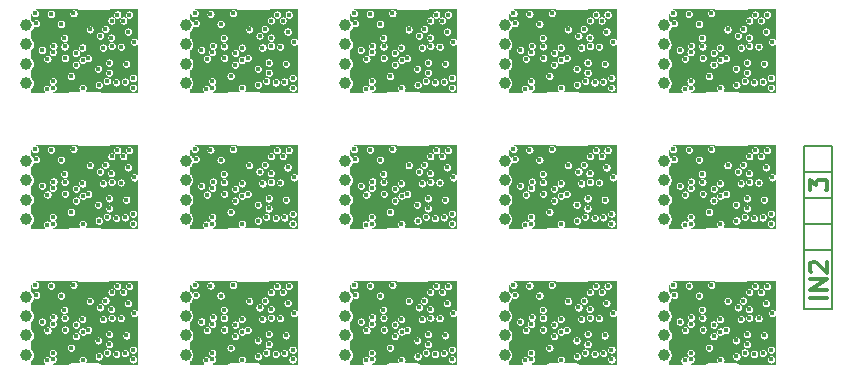
<source format=gbr>
G04 #@! TF.GenerationSoftware,KiCad,Pcbnew,(5.1.4)-1*
G04 #@! TF.CreationDate,2021-03-14T16:57:55+01:00*
G04 #@! TF.ProjectId,panel_5x3,70616e65-6c5f-4357-9833-2e6b69636164,rev?*
G04 #@! TF.SameCoordinates,Original*
G04 #@! TF.FileFunction,Copper,L3,Inr*
G04 #@! TF.FilePolarity,Positive*
%FSLAX46Y46*%
G04 Gerber Fmt 4.6, Leading zero omitted, Abs format (unit mm)*
G04 Created by KiCad (PCBNEW (5.1.4)-1) date 2021-03-14 16:57:55*
%MOMM*%
%LPD*%
G04 APERTURE LIST*
%ADD10C,0.300000*%
%ADD11C,0.400000*%
%ADD12C,1.000000*%
%ADD13C,0.150000*%
%ADD14C,0.100000*%
G04 APERTURE END LIST*
D10*
X181678571Y-69600000D02*
X181678571Y-68671428D01*
X182250000Y-69171428D01*
X182250000Y-68957142D01*
X182321428Y-68814285D01*
X182392857Y-68742857D01*
X182535714Y-68671428D01*
X182892857Y-68671428D01*
X183035714Y-68742857D01*
X183107142Y-68814285D01*
X183178571Y-68957142D01*
X183178571Y-69385714D01*
X183107142Y-69528571D01*
X183035714Y-69600000D01*
X181678571Y-69600000D02*
X181678571Y-68671428D01*
X182250000Y-69171428D01*
X182250000Y-68957142D01*
X182321428Y-68814285D01*
X182392857Y-68742857D01*
X182535714Y-68671428D01*
X182892857Y-68671428D01*
X183035714Y-68742857D01*
X183107142Y-68814285D01*
X183178571Y-68957142D01*
X183178571Y-69385714D01*
X183107142Y-69528571D01*
X183035714Y-69600000D01*
X183178571Y-78700001D02*
X181678571Y-78700001D01*
X183178571Y-77985715D02*
X181678571Y-77985715D01*
X183178571Y-77128572D01*
X181678571Y-77128572D01*
X181821428Y-76485715D02*
X181750000Y-76414286D01*
X181678571Y-76271429D01*
X181678571Y-75914286D01*
X181750000Y-75771429D01*
X181821428Y-75700001D01*
X181964285Y-75628572D01*
X182107142Y-75628572D01*
X182321428Y-75700001D01*
X183178571Y-76557143D01*
X183178571Y-75628572D01*
X183178571Y-78700001D02*
X181678571Y-78700001D01*
X183178571Y-77985715D02*
X181678571Y-77985715D01*
X183178571Y-77128572D01*
X181678571Y-77128572D01*
X181821428Y-76485715D02*
X181750000Y-76414286D01*
X181678571Y-76271429D01*
X181678571Y-75914286D01*
X181750000Y-75771429D01*
X181821428Y-75700001D01*
X181964285Y-75628572D01*
X182107142Y-75628572D01*
X182321428Y-75700001D01*
X183178571Y-76557143D01*
X183178571Y-75628572D01*
D11*
X178070000Y-78210000D03*
X177570000Y-78210000D03*
X176570000Y-78210000D03*
X178070000Y-77710000D03*
X177070000Y-78210000D03*
X176570000Y-77710000D03*
X177070000Y-77710000D03*
X177570000Y-77710000D03*
X164570000Y-78210000D03*
X164070000Y-78210000D03*
X163070000Y-78210000D03*
X164570000Y-77710000D03*
X163570000Y-78210000D03*
X163070000Y-77710000D03*
X163570000Y-77710000D03*
X164070000Y-77710000D03*
X151070000Y-78210000D03*
X150570000Y-78210000D03*
X149570000Y-78210000D03*
X151070000Y-77710000D03*
X150070000Y-78210000D03*
X149570000Y-77710000D03*
X150070000Y-77710000D03*
X150570000Y-77710000D03*
X137570000Y-78210000D03*
X137070000Y-78210000D03*
X136070000Y-78210000D03*
X137570000Y-77710000D03*
X136570000Y-78210000D03*
X136070000Y-77710000D03*
X136570000Y-77710000D03*
X137070000Y-77710000D03*
X124070000Y-78210000D03*
X123570000Y-78210000D03*
X122570000Y-78210000D03*
X124070000Y-77710000D03*
X123070000Y-78210000D03*
X122570000Y-77710000D03*
X123070000Y-77710000D03*
X123570000Y-77710000D03*
X178070000Y-66710000D03*
X177570000Y-66710000D03*
X176570000Y-66710000D03*
X178070000Y-66210000D03*
X177070000Y-66710000D03*
X176570000Y-66210000D03*
X177070000Y-66210000D03*
X177570000Y-66210000D03*
X164570000Y-66710000D03*
X164070000Y-66710000D03*
X163070000Y-66710000D03*
X164570000Y-66210000D03*
X163570000Y-66710000D03*
X163070000Y-66210000D03*
X163570000Y-66210000D03*
X164070000Y-66210000D03*
X151070000Y-66710000D03*
X150570000Y-66710000D03*
X149570000Y-66710000D03*
X151070000Y-66210000D03*
X150070000Y-66710000D03*
X149570000Y-66210000D03*
X150070000Y-66210000D03*
X150570000Y-66210000D03*
X137570000Y-66710000D03*
X137070000Y-66710000D03*
X136070000Y-66710000D03*
X137570000Y-66210000D03*
X136570000Y-66710000D03*
X136070000Y-66210000D03*
X136570000Y-66210000D03*
X137070000Y-66210000D03*
X124070000Y-66710000D03*
X123570000Y-66710000D03*
X122570000Y-66710000D03*
X124070000Y-66210000D03*
X123070000Y-66710000D03*
X122570000Y-66210000D03*
X123070000Y-66210000D03*
X123570000Y-66210000D03*
X178070000Y-55210000D03*
X177570000Y-55210000D03*
X176570000Y-55210000D03*
X178070000Y-54710000D03*
X177070000Y-55210000D03*
X176570000Y-54710000D03*
X177070000Y-54710000D03*
X177570000Y-54710000D03*
X164570000Y-55210000D03*
X164070000Y-55210000D03*
X163070000Y-55210000D03*
X164570000Y-54710000D03*
X163570000Y-55210000D03*
X163070000Y-54710000D03*
X163570000Y-54710000D03*
X164070000Y-54710000D03*
X151070000Y-55210000D03*
X150570000Y-55210000D03*
X149570000Y-55210000D03*
X151070000Y-54710000D03*
X150070000Y-55210000D03*
X149570000Y-54710000D03*
X150070000Y-54710000D03*
X150570000Y-54710000D03*
X137570000Y-55210000D03*
X137070000Y-55210000D03*
X136070000Y-55210000D03*
X137570000Y-54710000D03*
X136570000Y-55210000D03*
X136070000Y-54710000D03*
X136570000Y-54710000D03*
X137070000Y-54710000D03*
X123570000Y-54710000D03*
X123070000Y-54710000D03*
X122570000Y-54710000D03*
X123070000Y-55210000D03*
X124070000Y-54710000D03*
X122570000Y-55210000D03*
X123570000Y-55210000D03*
X124070000Y-55210000D03*
X119350000Y-54600000D03*
X119350000Y-54600000D03*
X117450000Y-54650000D03*
X120120000Y-60930000D03*
X120600000Y-58400000D03*
X120730000Y-55970000D03*
D12*
X115350000Y-60520000D03*
D11*
X117599986Y-57900000D03*
X118575000Y-56700000D03*
X120100000Y-57500000D03*
X123350000Y-57425000D03*
X119147607Y-59920000D03*
X117090000Y-60990000D03*
X122550000Y-56650000D03*
X121450000Y-59300000D03*
X121600000Y-56500000D03*
X121850000Y-57500000D03*
X122375000Y-58775000D03*
X123825000Y-58875000D03*
X124400000Y-60075000D03*
X118300000Y-55500000D03*
X120125000Y-58550000D03*
X122175000Y-60325000D03*
X123975000Y-56150000D03*
X124511249Y-56998146D03*
X122575000Y-57375000D03*
X122970000Y-60450000D03*
X123700000Y-60380000D03*
X138011249Y-56998146D03*
X151511249Y-56998146D03*
X165011249Y-56998146D03*
X178511249Y-56998146D03*
X124511249Y-68498146D03*
X138011249Y-68498146D03*
X151511249Y-68498146D03*
X165011249Y-68498146D03*
X178511249Y-68498146D03*
X124511249Y-79998146D03*
X138011249Y-79998146D03*
X151511249Y-79998146D03*
X165011249Y-79998146D03*
X178511249Y-79998146D03*
X136470000Y-60450000D03*
X149970000Y-60450000D03*
X163470000Y-60450000D03*
X176970000Y-60450000D03*
X122970000Y-71950000D03*
X136470000Y-71950000D03*
X149970000Y-71950000D03*
X163470000Y-71950000D03*
X176970000Y-71950000D03*
X122970000Y-83450000D03*
X136470000Y-83450000D03*
X149970000Y-83450000D03*
X163470000Y-83450000D03*
X176970000Y-83450000D03*
X137200000Y-60380000D03*
X150700000Y-60380000D03*
X164200000Y-60380000D03*
X177700000Y-60380000D03*
X123700000Y-71880000D03*
X137200000Y-71880000D03*
X150700000Y-71880000D03*
X164200000Y-71880000D03*
X177700000Y-71880000D03*
X123700000Y-83380000D03*
X137200000Y-83380000D03*
X150700000Y-83380000D03*
X164200000Y-83380000D03*
X177700000Y-83380000D03*
X136075000Y-57375000D03*
X149575000Y-57375000D03*
X163075000Y-57375000D03*
X176575000Y-57375000D03*
X122575000Y-68875000D03*
X136075000Y-68875000D03*
X149575000Y-68875000D03*
X163075000Y-68875000D03*
X176575000Y-68875000D03*
X122575000Y-80375000D03*
X136075000Y-80375000D03*
X149575000Y-80375000D03*
X163075000Y-80375000D03*
X176575000Y-80375000D03*
X134950000Y-59300000D03*
X148450000Y-59300000D03*
X161950000Y-59300000D03*
X175450000Y-59300000D03*
X121450000Y-70800000D03*
X134950000Y-70800000D03*
X148450000Y-70800000D03*
X161950000Y-70800000D03*
X175450000Y-70800000D03*
X121450000Y-82300000D03*
X134950000Y-82300000D03*
X148450000Y-82300000D03*
X161950000Y-82300000D03*
X175450000Y-82300000D03*
X135350000Y-57500000D03*
X148850000Y-57500000D03*
X162350000Y-57500000D03*
X175850000Y-57500000D03*
X121850000Y-69000000D03*
X135350000Y-69000000D03*
X148850000Y-69000000D03*
X162350000Y-69000000D03*
X175850000Y-69000000D03*
X121850000Y-80500000D03*
X135350000Y-80500000D03*
X148850000Y-80500000D03*
X162350000Y-80500000D03*
X175850000Y-80500000D03*
X137900000Y-60075000D03*
X151400000Y-60075000D03*
X164900000Y-60075000D03*
X178400000Y-60075000D03*
X124400000Y-71575000D03*
X137900000Y-71575000D03*
X151400000Y-71575000D03*
X164900000Y-71575000D03*
X178400000Y-71575000D03*
X124400000Y-83075000D03*
X137900000Y-83075000D03*
X151400000Y-83075000D03*
X164900000Y-83075000D03*
X178400000Y-83075000D03*
X135100000Y-56500000D03*
X148600000Y-56500000D03*
X162100000Y-56500000D03*
X175600000Y-56500000D03*
X121600000Y-68000000D03*
X135100000Y-68000000D03*
X148600000Y-68000000D03*
X162100000Y-68000000D03*
X175600000Y-68000000D03*
X121600000Y-79500000D03*
X135100000Y-79500000D03*
X148600000Y-79500000D03*
X162100000Y-79500000D03*
X175600000Y-79500000D03*
X131800000Y-55500000D03*
X145300000Y-55500000D03*
X158800000Y-55500000D03*
X172300000Y-55500000D03*
X118300000Y-67000000D03*
X131800000Y-67000000D03*
X145300000Y-67000000D03*
X158800000Y-67000000D03*
X172300000Y-67000000D03*
X118300000Y-78500000D03*
X131800000Y-78500000D03*
X145300000Y-78500000D03*
X158800000Y-78500000D03*
X172300000Y-78500000D03*
X133625000Y-58550000D03*
X147125000Y-58550000D03*
X160625000Y-58550000D03*
X174125000Y-58550000D03*
X120125000Y-70050000D03*
X133625000Y-70050000D03*
X147125000Y-70050000D03*
X160625000Y-70050000D03*
X174125000Y-70050000D03*
X120125000Y-81550000D03*
X133625000Y-81550000D03*
X147125000Y-81550000D03*
X160625000Y-81550000D03*
X174125000Y-81550000D03*
X137475000Y-56150000D03*
X150975000Y-56150000D03*
X164475000Y-56150000D03*
X177975000Y-56150000D03*
X123975000Y-67650000D03*
X137475000Y-67650000D03*
X150975000Y-67650000D03*
X164475000Y-67650000D03*
X177975000Y-67650000D03*
X123975000Y-79150000D03*
X137475000Y-79150000D03*
X150975000Y-79150000D03*
X164475000Y-79150000D03*
X177975000Y-79150000D03*
X135675000Y-60325000D03*
X149175000Y-60325000D03*
X162675000Y-60325000D03*
X176175000Y-60325000D03*
X122175000Y-71825000D03*
X135675000Y-71825000D03*
X149175000Y-71825000D03*
X162675000Y-71825000D03*
X176175000Y-71825000D03*
X122175000Y-83325000D03*
X135675000Y-83325000D03*
X149175000Y-83325000D03*
X162675000Y-83325000D03*
X176175000Y-83325000D03*
X130590000Y-60990000D03*
X144090000Y-60990000D03*
X157590000Y-60990000D03*
X171090000Y-60990000D03*
X117090000Y-72490000D03*
X130590000Y-72490000D03*
X144090000Y-72490000D03*
X157590000Y-72490000D03*
X171090000Y-72490000D03*
X117090000Y-83990000D03*
X130590000Y-83990000D03*
X144090000Y-83990000D03*
X157590000Y-83990000D03*
X171090000Y-83990000D03*
X135875000Y-58775000D03*
X149375000Y-58775000D03*
X162875000Y-58775000D03*
X176375000Y-58775000D03*
X122375000Y-70275000D03*
X135875000Y-70275000D03*
X149375000Y-70275000D03*
X162875000Y-70275000D03*
X176375000Y-70275000D03*
X122375000Y-81775000D03*
X135875000Y-81775000D03*
X149375000Y-81775000D03*
X162875000Y-81775000D03*
X176375000Y-81775000D03*
X137325000Y-58875000D03*
X150825000Y-58875000D03*
X164325000Y-58875000D03*
X177825000Y-58875000D03*
X123825000Y-70375000D03*
X137325000Y-70375000D03*
X150825000Y-70375000D03*
X164325000Y-70375000D03*
X177825000Y-70375000D03*
X123825000Y-81875000D03*
X137325000Y-81875000D03*
X150825000Y-81875000D03*
X164325000Y-81875000D03*
X177825000Y-81875000D03*
X136050000Y-56650000D03*
X149550000Y-56650000D03*
X163050000Y-56650000D03*
X176550000Y-56650000D03*
X122550000Y-68150000D03*
X136050000Y-68150000D03*
X149550000Y-68150000D03*
X163050000Y-68150000D03*
X176550000Y-68150000D03*
X122550000Y-79650000D03*
X136050000Y-79650000D03*
X149550000Y-79650000D03*
X163050000Y-79650000D03*
X176550000Y-79650000D03*
X131099986Y-57900000D03*
X144599986Y-57900000D03*
X158099986Y-57900000D03*
X171599986Y-57900000D03*
X117599986Y-69400000D03*
X131099986Y-69400000D03*
X144599986Y-69400000D03*
X158099986Y-69400000D03*
X171599986Y-69400000D03*
X117599986Y-80900000D03*
X131099986Y-80900000D03*
X144599986Y-80900000D03*
X158099986Y-80900000D03*
X171599986Y-80900000D03*
X132647607Y-59920000D03*
X146147607Y-59920000D03*
X159647607Y-59920000D03*
X173147607Y-59920000D03*
X119147607Y-71420000D03*
X132647607Y-71420000D03*
X146147607Y-71420000D03*
X159647607Y-71420000D03*
X173147607Y-71420000D03*
X119147607Y-82920000D03*
X132647607Y-82920000D03*
X146147607Y-82920000D03*
X159647607Y-82920000D03*
X173147607Y-82920000D03*
X130950000Y-54650000D03*
X144450000Y-54650000D03*
X157950000Y-54650000D03*
X171450000Y-54650000D03*
X117450000Y-66150000D03*
X130950000Y-66150000D03*
X144450000Y-66150000D03*
X157950000Y-66150000D03*
X171450000Y-66150000D03*
X117450000Y-77650000D03*
X130950000Y-77650000D03*
X144450000Y-77650000D03*
X157950000Y-77650000D03*
X171450000Y-77650000D03*
X134100000Y-58400000D03*
X147600000Y-58400000D03*
X161100000Y-58400000D03*
X174600000Y-58400000D03*
X120600000Y-69900000D03*
X134100000Y-69900000D03*
X147600000Y-69900000D03*
X161100000Y-69900000D03*
X174600000Y-69900000D03*
X120600000Y-81400000D03*
X134100000Y-81400000D03*
X147600000Y-81400000D03*
X161100000Y-81400000D03*
X174600000Y-81400000D03*
X132075000Y-56700000D03*
X145575000Y-56700000D03*
X159075000Y-56700000D03*
X172575000Y-56700000D03*
X118575000Y-68200000D03*
X132075000Y-68200000D03*
X145575000Y-68200000D03*
X159075000Y-68200000D03*
X172575000Y-68200000D03*
X118575000Y-79700000D03*
X132075000Y-79700000D03*
X145575000Y-79700000D03*
X159075000Y-79700000D03*
X172575000Y-79700000D03*
X133600000Y-57500000D03*
X147100000Y-57500000D03*
X160600000Y-57500000D03*
X174100000Y-57500000D03*
X120100000Y-69000000D03*
X133600000Y-69000000D03*
X147100000Y-69000000D03*
X160600000Y-69000000D03*
X174100000Y-69000000D03*
X120100000Y-80500000D03*
X133600000Y-80500000D03*
X147100000Y-80500000D03*
X160600000Y-80500000D03*
X174100000Y-80500000D03*
X134230000Y-55970000D03*
X147730000Y-55970000D03*
X161230000Y-55970000D03*
X174730000Y-55970000D03*
X120730000Y-67470000D03*
X134230000Y-67470000D03*
X147730000Y-67470000D03*
X161230000Y-67470000D03*
X174730000Y-67470000D03*
X120730000Y-78970000D03*
X134230000Y-78970000D03*
X147730000Y-78970000D03*
X161230000Y-78970000D03*
X174730000Y-78970000D03*
X132850000Y-54600000D03*
X146350000Y-54600000D03*
X159850000Y-54600000D03*
X173350000Y-54600000D03*
X119350000Y-66100000D03*
X132850000Y-66100000D03*
X146350000Y-66100000D03*
X159850000Y-66100000D03*
X173350000Y-66100000D03*
X119350000Y-77600000D03*
X132850000Y-77600000D03*
X146350000Y-77600000D03*
X159850000Y-77600000D03*
X173350000Y-77600000D03*
X133620000Y-60930000D03*
X147120000Y-60930000D03*
X160620000Y-60930000D03*
X174120000Y-60930000D03*
X120120000Y-72430000D03*
X133620000Y-72430000D03*
X147120000Y-72430000D03*
X160620000Y-72430000D03*
X174120000Y-72430000D03*
X120120000Y-83930000D03*
X133620000Y-83930000D03*
X147120000Y-83930000D03*
X160620000Y-83930000D03*
X174120000Y-83930000D03*
X132850000Y-54600000D03*
X146350000Y-54600000D03*
X159850000Y-54600000D03*
X173350000Y-54600000D03*
X119350000Y-66100000D03*
X132850000Y-66100000D03*
X146350000Y-66100000D03*
X159850000Y-66100000D03*
X173350000Y-66100000D03*
X119350000Y-77600000D03*
X132850000Y-77600000D03*
X146350000Y-77600000D03*
X159850000Y-77600000D03*
X173350000Y-77600000D03*
X136850000Y-57425000D03*
X150350000Y-57425000D03*
X163850000Y-57425000D03*
X177350000Y-57425000D03*
X123350000Y-68925000D03*
X136850000Y-68925000D03*
X150350000Y-68925000D03*
X163850000Y-68925000D03*
X177350000Y-68925000D03*
X123350000Y-80425000D03*
X136850000Y-80425000D03*
X150350000Y-80425000D03*
X163850000Y-80425000D03*
X177350000Y-80425000D03*
D12*
X128850000Y-60520000D03*
X142350000Y-60520000D03*
X155850000Y-60520000D03*
X169350000Y-60520000D03*
X115350000Y-72020000D03*
X128850000Y-72020000D03*
X142350000Y-72020000D03*
X155850000Y-72020000D03*
X169350000Y-72020000D03*
X115350000Y-83520000D03*
X128850000Y-83520000D03*
X142350000Y-83520000D03*
X155850000Y-83520000D03*
X169350000Y-83520000D03*
D11*
X117600000Y-60900000D03*
X119550000Y-57950000D03*
X133050000Y-57950000D03*
X146550000Y-57950000D03*
X160050000Y-57950000D03*
X173550000Y-57950000D03*
X119550000Y-69450000D03*
X133050000Y-69450000D03*
X146550000Y-69450000D03*
X160050000Y-69450000D03*
X173550000Y-69450000D03*
X119550000Y-80950000D03*
X133050000Y-80950000D03*
X146550000Y-80950000D03*
X160050000Y-80950000D03*
X173550000Y-80950000D03*
X131100000Y-60900000D03*
X144600000Y-60900000D03*
X158100000Y-60900000D03*
X171600000Y-60900000D03*
X117600000Y-72400000D03*
X131100000Y-72400000D03*
X144600000Y-72400000D03*
X158100000Y-72400000D03*
X171600000Y-72400000D03*
X117600000Y-83900000D03*
X131100000Y-83900000D03*
X144600000Y-83900000D03*
X158100000Y-83900000D03*
X171600000Y-83900000D03*
D12*
X115360000Y-58870000D03*
X128860000Y-58870000D03*
X142360000Y-58870000D03*
X155860000Y-58870000D03*
X169360000Y-58870000D03*
X115360000Y-70370000D03*
X128860000Y-70370000D03*
X142360000Y-70370000D03*
X155860000Y-70370000D03*
X169360000Y-70370000D03*
X115360000Y-81870000D03*
X128860000Y-81870000D03*
X142360000Y-81870000D03*
X155860000Y-81870000D03*
X169360000Y-81870000D03*
D11*
X121300000Y-54675000D03*
X120600000Y-57400000D03*
X120580000Y-58930000D03*
X123664986Y-58240000D03*
X117175000Y-57575000D03*
X119125000Y-57175000D03*
X118850000Y-55800000D03*
X117327847Y-58950010D03*
X119080000Y-60420000D03*
X117102000Y-60447000D03*
X134080000Y-58930000D03*
X147580000Y-58930000D03*
X161080000Y-58930000D03*
X174580000Y-58930000D03*
X120580000Y-70430000D03*
X134080000Y-70430000D03*
X147580000Y-70430000D03*
X161080000Y-70430000D03*
X174580000Y-70430000D03*
X120580000Y-81930000D03*
X134080000Y-81930000D03*
X147580000Y-81930000D03*
X161080000Y-81930000D03*
X174580000Y-81930000D03*
X137164986Y-58240000D03*
X150664986Y-58240000D03*
X164164986Y-58240000D03*
X177664986Y-58240000D03*
X123664986Y-69740000D03*
X137164986Y-69740000D03*
X150664986Y-69740000D03*
X164164986Y-69740000D03*
X177664986Y-69740000D03*
X123664986Y-81240000D03*
X137164986Y-81240000D03*
X150664986Y-81240000D03*
X164164986Y-81240000D03*
X177664986Y-81240000D03*
X130675000Y-57575000D03*
X144175000Y-57575000D03*
X157675000Y-57575000D03*
X171175000Y-57575000D03*
X117175000Y-69075000D03*
X130675000Y-69075000D03*
X144175000Y-69075000D03*
X157675000Y-69075000D03*
X171175000Y-69075000D03*
X117175000Y-80575000D03*
X130675000Y-80575000D03*
X144175000Y-80575000D03*
X157675000Y-80575000D03*
X171175000Y-80575000D03*
X134800000Y-54675000D03*
X148300000Y-54675000D03*
X161800000Y-54675000D03*
X175300000Y-54675000D03*
X121300000Y-66175000D03*
X134800000Y-66175000D03*
X148300000Y-66175000D03*
X161800000Y-66175000D03*
X175300000Y-66175000D03*
X121300000Y-77675000D03*
X134800000Y-77675000D03*
X148300000Y-77675000D03*
X161800000Y-77675000D03*
X175300000Y-77675000D03*
X134100000Y-57400000D03*
X147600000Y-57400000D03*
X161100000Y-57400000D03*
X174600000Y-57400000D03*
X120600000Y-68900000D03*
X134100000Y-68900000D03*
X147600000Y-68900000D03*
X161100000Y-68900000D03*
X174600000Y-68900000D03*
X120600000Y-80400000D03*
X134100000Y-80400000D03*
X147600000Y-80400000D03*
X161100000Y-80400000D03*
X174600000Y-80400000D03*
X132580000Y-60420000D03*
X146080000Y-60420000D03*
X159580000Y-60420000D03*
X173080000Y-60420000D03*
X119080000Y-71920000D03*
X132580000Y-71920000D03*
X146080000Y-71920000D03*
X159580000Y-71920000D03*
X173080000Y-71920000D03*
X119080000Y-83420000D03*
X132580000Y-83420000D03*
X146080000Y-83420000D03*
X159580000Y-83420000D03*
X173080000Y-83420000D03*
X130602000Y-60447000D03*
X144102000Y-60447000D03*
X157602000Y-60447000D03*
X171102000Y-60447000D03*
X117102000Y-71947000D03*
X130602000Y-71947000D03*
X144102000Y-71947000D03*
X157602000Y-71947000D03*
X171102000Y-71947000D03*
X117102000Y-83447000D03*
X130602000Y-83447000D03*
X144102000Y-83447000D03*
X157602000Y-83447000D03*
X171102000Y-83447000D03*
X132625000Y-57175000D03*
X146125000Y-57175000D03*
X159625000Y-57175000D03*
X173125000Y-57175000D03*
X119125000Y-68675000D03*
X132625000Y-68675000D03*
X146125000Y-68675000D03*
X159625000Y-68675000D03*
X173125000Y-68675000D03*
X119125000Y-80175000D03*
X132625000Y-80175000D03*
X146125000Y-80175000D03*
X159625000Y-80175000D03*
X173125000Y-80175000D03*
X132350000Y-55800000D03*
X145850000Y-55800000D03*
X159350000Y-55800000D03*
X172850000Y-55800000D03*
X118850000Y-67300000D03*
X132350000Y-67300000D03*
X145850000Y-67300000D03*
X159350000Y-67300000D03*
X172850000Y-67300000D03*
X118850000Y-78800000D03*
X132350000Y-78800000D03*
X145850000Y-78800000D03*
X159350000Y-78800000D03*
X172850000Y-78800000D03*
X130827847Y-58950010D03*
X144327847Y-58950010D03*
X157827847Y-58950010D03*
X171327847Y-58950010D03*
X117327847Y-70450010D03*
X130827847Y-70450010D03*
X144327847Y-70450010D03*
X157827847Y-70450010D03*
X171327847Y-70450010D03*
X117327847Y-81950010D03*
X130827847Y-81950010D03*
X144327847Y-81950010D03*
X157827847Y-81950010D03*
X171327847Y-81950010D03*
X122375000Y-59625000D03*
X135875000Y-59625000D03*
X149375000Y-59625000D03*
X162875000Y-59625000D03*
X176375000Y-59625000D03*
X122375000Y-71125000D03*
X135875000Y-71125000D03*
X149375000Y-71125000D03*
X162875000Y-71125000D03*
X176375000Y-71125000D03*
X122375000Y-82625000D03*
X135875000Y-82625000D03*
X149375000Y-82625000D03*
X162875000Y-82625000D03*
X176375000Y-82625000D03*
X117594000Y-60355000D03*
X131094000Y-60355000D03*
X144594000Y-60355000D03*
X158094000Y-60355000D03*
X171594000Y-60355000D03*
X117594000Y-71855000D03*
X131094000Y-71855000D03*
X144594000Y-71855000D03*
X158094000Y-71855000D03*
X171594000Y-71855000D03*
X117594000Y-83355000D03*
X131094000Y-83355000D03*
X144594000Y-83355000D03*
X158094000Y-83355000D03*
X171594000Y-83355000D03*
X121480000Y-60650000D03*
X134980000Y-60650000D03*
X148480000Y-60650000D03*
X161980000Y-60650000D03*
X175480000Y-60650000D03*
X121480000Y-72150000D03*
X134980000Y-72150000D03*
X148480000Y-72150000D03*
X161980000Y-72150000D03*
X175480000Y-72150000D03*
X121480000Y-83650000D03*
X134980000Y-83650000D03*
X148480000Y-83650000D03*
X161980000Y-83650000D03*
X175480000Y-83650000D03*
X118600000Y-57400000D03*
X122050000Y-55925000D03*
X132100000Y-57400000D03*
X145600000Y-57400000D03*
X159100000Y-57400000D03*
X172600000Y-57400000D03*
X118600000Y-68900000D03*
X132100000Y-68900000D03*
X145600000Y-68900000D03*
X159100000Y-68900000D03*
X172600000Y-68900000D03*
X118600000Y-80400000D03*
X132100000Y-80400000D03*
X145600000Y-80400000D03*
X159100000Y-80400000D03*
X172600000Y-80400000D03*
X135550000Y-55925000D03*
X149050000Y-55925000D03*
X162550000Y-55925000D03*
X176050000Y-55925000D03*
X122050000Y-67425000D03*
X135550000Y-67425000D03*
X149050000Y-67425000D03*
X162550000Y-67425000D03*
X176050000Y-67425000D03*
X122050000Y-78925000D03*
X135550000Y-78925000D03*
X149050000Y-78925000D03*
X162550000Y-78925000D03*
X176050000Y-78925000D03*
D12*
X115350000Y-55625000D03*
D11*
X116200000Y-55450000D03*
X129700000Y-55450000D03*
X143200000Y-55450000D03*
X156700000Y-55450000D03*
X170200000Y-55450000D03*
X116200000Y-66950000D03*
X129700000Y-66950000D03*
X143200000Y-66950000D03*
X156700000Y-66950000D03*
X170200000Y-66950000D03*
X116200000Y-78450000D03*
X129700000Y-78450000D03*
X143200000Y-78450000D03*
X156700000Y-78450000D03*
X170200000Y-78450000D03*
D12*
X128850000Y-55625000D03*
X142350000Y-55625000D03*
X155850000Y-55625000D03*
X169350000Y-55625000D03*
X115350000Y-67125000D03*
X128850000Y-67125000D03*
X142350000Y-67125000D03*
X155850000Y-67125000D03*
X169350000Y-67125000D03*
X115350000Y-78625000D03*
X128850000Y-78625000D03*
X142350000Y-78625000D03*
X155850000Y-78625000D03*
X169350000Y-78625000D03*
X115350000Y-57220000D03*
D11*
X117147901Y-58450010D03*
X116675000Y-57700000D03*
X118625000Y-58375000D03*
X130175000Y-57700000D03*
X143675000Y-57700000D03*
X157175000Y-57700000D03*
X170675000Y-57700000D03*
X116675000Y-69200000D03*
X130175000Y-69200000D03*
X143675000Y-69200000D03*
X157175000Y-69200000D03*
X170675000Y-69200000D03*
X116675000Y-80700000D03*
X130175000Y-80700000D03*
X143675000Y-80700000D03*
X157175000Y-80700000D03*
X170675000Y-80700000D03*
D12*
X128850000Y-57220000D03*
X142350000Y-57220000D03*
X155850000Y-57220000D03*
X169350000Y-57220000D03*
X115350000Y-68720000D03*
X128850000Y-68720000D03*
X142350000Y-68720000D03*
X155850000Y-68720000D03*
X169350000Y-68720000D03*
X115350000Y-80220000D03*
X128850000Y-80220000D03*
X142350000Y-80220000D03*
X155850000Y-80220000D03*
X169350000Y-80220000D03*
D11*
X132125000Y-58375000D03*
X145625000Y-58375000D03*
X159125000Y-58375000D03*
X172625000Y-58375000D03*
X118625000Y-69875000D03*
X132125000Y-69875000D03*
X145625000Y-69875000D03*
X159125000Y-69875000D03*
X172625000Y-69875000D03*
X118625000Y-81375000D03*
X132125000Y-81375000D03*
X145625000Y-81375000D03*
X159125000Y-81375000D03*
X172625000Y-81375000D03*
X130647901Y-58450010D03*
X144147901Y-58450010D03*
X157647901Y-58450010D03*
X171147901Y-58450010D03*
X117147901Y-69950010D03*
X130647901Y-69950010D03*
X144147901Y-69950010D03*
X157647901Y-69950010D03*
X171147901Y-69950010D03*
X117147901Y-81450010D03*
X130647901Y-81450010D03*
X144147901Y-81450010D03*
X157647901Y-81450010D03*
X171147901Y-81450010D03*
X124400000Y-60900000D03*
X119549595Y-58950408D03*
X133049595Y-58950408D03*
X146549595Y-58950408D03*
X160049595Y-58950408D03*
X173549595Y-58950408D03*
X119549595Y-70450408D03*
X133049595Y-70450408D03*
X146549595Y-70450408D03*
X160049595Y-70450408D03*
X173549595Y-70450408D03*
X119549595Y-81950408D03*
X133049595Y-81950408D03*
X146549595Y-81950408D03*
X160049595Y-81950408D03*
X173549595Y-81950408D03*
X137900000Y-60900000D03*
X151400000Y-60900000D03*
X164900000Y-60900000D03*
X178400000Y-60900000D03*
X124400000Y-72400000D03*
X137900000Y-72400000D03*
X151400000Y-72400000D03*
X164900000Y-72400000D03*
X178400000Y-72400000D03*
X124400000Y-83900000D03*
X137900000Y-83900000D03*
X151400000Y-83900000D03*
X164900000Y-83900000D03*
X178400000Y-83900000D03*
X117650000Y-57350000D03*
X116100000Y-54600000D03*
X129600000Y-54600000D03*
X143100000Y-54600000D03*
X156600000Y-54600000D03*
X170100000Y-54600000D03*
X116100000Y-66100000D03*
X129600000Y-66100000D03*
X143100000Y-66100000D03*
X156600000Y-66100000D03*
X170100000Y-66100000D03*
X116100000Y-77600000D03*
X129600000Y-77600000D03*
X143100000Y-77600000D03*
X156600000Y-77600000D03*
X170100000Y-77600000D03*
X131150000Y-57350000D03*
X144650000Y-57350000D03*
X158150000Y-57350000D03*
X171650000Y-57350000D03*
X117650000Y-68850000D03*
X131150000Y-68850000D03*
X144650000Y-68850000D03*
X158150000Y-68850000D03*
X171650000Y-68850000D03*
X117650000Y-80350000D03*
X131150000Y-80350000D03*
X144650000Y-80350000D03*
X158150000Y-80350000D03*
X171650000Y-80350000D03*
D13*
X181200001Y-70200000D02*
X183600000Y-70200000D01*
X183600000Y-72400001D02*
X183600000Y-74600001D01*
X183600000Y-65800000D02*
X183600000Y-68000000D01*
X181200000Y-79600000D02*
X183600000Y-79599999D01*
X183600000Y-79599999D02*
X183600000Y-74600001D01*
X181200000Y-79600000D02*
X183600000Y-79599999D01*
X181200000Y-79600000D02*
X181200000Y-72400000D01*
X183600000Y-72400001D02*
X183600000Y-74600001D01*
X181200000Y-68000000D02*
X183600000Y-68000000D01*
X181200000Y-65800000D02*
X183600000Y-65800000D01*
X181200000Y-72400000D02*
X183600000Y-72400001D01*
X183600000Y-79599999D02*
X183600000Y-74600001D01*
X183600000Y-74600001D02*
X181200000Y-74600000D01*
X183600000Y-70200000D02*
X183600000Y-72400001D01*
X183600000Y-68000000D02*
X183600000Y-70200000D01*
X181200000Y-70200000D02*
X183600000Y-70200000D01*
X181200001Y-72400000D02*
X183600000Y-72400001D01*
X183600000Y-74600001D02*
X181200001Y-74600000D01*
X181200000Y-65800000D02*
X183600000Y-65800000D01*
X183600000Y-70200000D02*
X183600000Y-72400001D01*
X183600000Y-68000000D02*
X183600000Y-70200000D01*
X181200000Y-79600000D02*
X181200001Y-72400000D01*
X181200001Y-68000000D02*
X183600000Y-68000000D01*
X181200000Y-73000000D02*
X181200000Y-65800000D01*
X183600000Y-65800000D02*
X183600000Y-68000000D01*
D14*
G36*
X119247909Y-54263450D02*
G01*
X119184213Y-54289834D01*
X119126888Y-54328137D01*
X119078137Y-54376888D01*
X119039834Y-54434213D01*
X119013450Y-54497909D01*
X119000000Y-54565528D01*
X119000000Y-54634472D01*
X119013450Y-54702091D01*
X119039834Y-54765787D01*
X119078137Y-54823112D01*
X119126888Y-54871863D01*
X119184213Y-54910166D01*
X119247909Y-54936550D01*
X119315528Y-54950000D01*
X119384472Y-54950000D01*
X119452091Y-54936550D01*
X119515787Y-54910166D01*
X119573112Y-54871863D01*
X119621863Y-54823112D01*
X119660166Y-54765787D01*
X119686550Y-54702091D01*
X119691833Y-54675528D01*
X122720000Y-54675528D01*
X122720000Y-54744472D01*
X122733450Y-54812091D01*
X122759834Y-54875787D01*
X122798137Y-54933112D01*
X122846888Y-54981863D01*
X122904213Y-55020166D01*
X122967909Y-55046550D01*
X123035528Y-55060000D01*
X123104472Y-55060000D01*
X123172091Y-55046550D01*
X123235787Y-55020166D01*
X123293112Y-54981863D01*
X123341863Y-54933112D01*
X123380166Y-54875787D01*
X123406550Y-54812091D01*
X123420000Y-54744472D01*
X123420000Y-54675528D01*
X123720000Y-54675528D01*
X123720000Y-54744472D01*
X123733450Y-54812091D01*
X123759834Y-54875787D01*
X123798137Y-54933112D01*
X123846888Y-54981863D01*
X123904213Y-55020166D01*
X123967909Y-55046550D01*
X124035528Y-55060000D01*
X124104472Y-55060000D01*
X124172091Y-55046550D01*
X124235787Y-55020166D01*
X124293112Y-54981863D01*
X124341863Y-54933112D01*
X124380166Y-54875787D01*
X124406550Y-54812091D01*
X124420000Y-54744472D01*
X124420000Y-54675528D01*
X124406550Y-54607909D01*
X124380166Y-54544213D01*
X124341863Y-54486888D01*
X124293112Y-54438137D01*
X124235787Y-54399834D01*
X124172091Y-54373450D01*
X124104472Y-54360000D01*
X124035528Y-54360000D01*
X123967909Y-54373450D01*
X123904213Y-54399834D01*
X123846888Y-54438137D01*
X123798137Y-54486888D01*
X123759834Y-54544213D01*
X123733450Y-54607909D01*
X123720000Y-54675528D01*
X123420000Y-54675528D01*
X123406550Y-54607909D01*
X123380166Y-54544213D01*
X123341863Y-54486888D01*
X123293112Y-54438137D01*
X123235787Y-54399834D01*
X123172091Y-54373450D01*
X123104472Y-54360000D01*
X123035528Y-54360000D01*
X122967909Y-54373450D01*
X122904213Y-54399834D01*
X122846888Y-54438137D01*
X122798137Y-54486888D01*
X122759834Y-54544213D01*
X122733450Y-54607909D01*
X122720000Y-54675528D01*
X119691833Y-54675528D01*
X119700000Y-54634472D01*
X119700000Y-54565528D01*
X119686550Y-54497909D01*
X119660166Y-54434213D01*
X119621863Y-54376888D01*
X119573112Y-54328137D01*
X119515787Y-54289834D01*
X119452091Y-54263450D01*
X119384472Y-54250000D01*
X119590870Y-54250000D01*
X119702962Y-54322059D01*
X119713408Y-54327167D01*
X119722929Y-54329497D01*
X119862929Y-54349497D01*
X119870000Y-54350000D01*
X122190000Y-54350000D01*
X122201452Y-54348671D01*
X122371452Y-54308671D01*
X122384508Y-54303582D01*
X122392540Y-54297963D01*
X122448497Y-54250000D01*
X124750000Y-54250000D01*
X124750000Y-56741922D01*
X124734361Y-56726283D01*
X124677036Y-56687980D01*
X124613340Y-56661596D01*
X124545721Y-56648146D01*
X124476777Y-56648146D01*
X124409158Y-56661596D01*
X124345462Y-56687980D01*
X124288137Y-56726283D01*
X124239386Y-56775034D01*
X124201083Y-56832359D01*
X124174699Y-56896055D01*
X124161249Y-56963674D01*
X124161249Y-57032618D01*
X124174699Y-57100237D01*
X124201083Y-57163933D01*
X124239386Y-57221258D01*
X124288137Y-57270009D01*
X124345462Y-57308312D01*
X124409158Y-57334696D01*
X124476777Y-57348146D01*
X124545721Y-57348146D01*
X124613340Y-57334696D01*
X124677036Y-57308312D01*
X124734361Y-57270009D01*
X124750000Y-57254370D01*
X124750001Y-61250000D01*
X124434472Y-61250000D01*
X124502091Y-61236550D01*
X124565787Y-61210166D01*
X124623112Y-61171863D01*
X124671863Y-61123112D01*
X124710166Y-61065787D01*
X124736550Y-61002091D01*
X124750000Y-60934472D01*
X124750000Y-60865528D01*
X124736550Y-60797909D01*
X124710166Y-60734213D01*
X124671863Y-60676888D01*
X124623112Y-60628137D01*
X124565787Y-60589834D01*
X124502091Y-60563450D01*
X124434472Y-60550000D01*
X124365528Y-60550000D01*
X124297909Y-60563450D01*
X124234213Y-60589834D01*
X124176888Y-60628137D01*
X124128137Y-60676888D01*
X124089834Y-60734213D01*
X124063450Y-60797909D01*
X124050000Y-60865528D01*
X124050000Y-60934472D01*
X124063450Y-61002091D01*
X124089834Y-61065787D01*
X124128137Y-61123112D01*
X124176888Y-61171863D01*
X124234213Y-61210166D01*
X124297909Y-61236550D01*
X124365528Y-61250000D01*
X121709129Y-61250000D01*
X121597038Y-61177942D01*
X121586592Y-61172834D01*
X121577072Y-61170504D01*
X121437072Y-61150502D01*
X121430000Y-61149999D01*
X120393943Y-61149999D01*
X120430166Y-61095787D01*
X120456550Y-61032091D01*
X120470000Y-60964472D01*
X120470000Y-60895528D01*
X120456550Y-60827909D01*
X120430166Y-60764213D01*
X120391863Y-60706888D01*
X120343112Y-60658137D01*
X120285787Y-60619834D01*
X120275392Y-60615528D01*
X121130000Y-60615528D01*
X121130000Y-60684472D01*
X121143450Y-60752091D01*
X121169834Y-60815787D01*
X121208137Y-60873112D01*
X121256888Y-60921863D01*
X121314213Y-60960166D01*
X121377909Y-60986550D01*
X121445528Y-61000000D01*
X121514472Y-61000000D01*
X121582091Y-60986550D01*
X121645787Y-60960166D01*
X121703112Y-60921863D01*
X121751863Y-60873112D01*
X121790166Y-60815787D01*
X121816550Y-60752091D01*
X121830000Y-60684472D01*
X121830000Y-60615528D01*
X121816550Y-60547909D01*
X121790166Y-60484213D01*
X121751863Y-60426888D01*
X121703112Y-60378137D01*
X121645787Y-60339834D01*
X121582091Y-60313450D01*
X121514472Y-60300000D01*
X121445528Y-60300000D01*
X121377909Y-60313450D01*
X121314213Y-60339834D01*
X121256888Y-60378137D01*
X121208137Y-60426888D01*
X121169834Y-60484213D01*
X121143450Y-60547909D01*
X121130000Y-60615528D01*
X120275392Y-60615528D01*
X120222091Y-60593450D01*
X120154472Y-60580000D01*
X120085528Y-60580000D01*
X120017909Y-60593450D01*
X119954213Y-60619834D01*
X119896888Y-60658137D01*
X119848137Y-60706888D01*
X119809834Y-60764213D01*
X119783450Y-60827909D01*
X119770000Y-60895528D01*
X119770000Y-60964472D01*
X119783450Y-61032091D01*
X119809834Y-61095787D01*
X119846057Y-61150000D01*
X119110000Y-61150000D01*
X119098548Y-61151329D01*
X118928548Y-61191329D01*
X118915492Y-61196418D01*
X118907460Y-61202037D01*
X118851503Y-61250000D01*
X117634472Y-61250000D01*
X117702091Y-61236550D01*
X117765787Y-61210166D01*
X117823112Y-61171863D01*
X117871863Y-61123112D01*
X117910166Y-61065787D01*
X117936550Y-61002091D01*
X117950000Y-60934472D01*
X117950000Y-60865528D01*
X117936550Y-60797909D01*
X117910166Y-60734213D01*
X117871863Y-60676888D01*
X117823112Y-60628137D01*
X117818752Y-60625223D01*
X117865863Y-60578112D01*
X117904166Y-60520787D01*
X117930550Y-60457091D01*
X117944000Y-60389472D01*
X117944000Y-60320528D01*
X117938033Y-60290528D01*
X121825000Y-60290528D01*
X121825000Y-60359472D01*
X121838450Y-60427091D01*
X121864834Y-60490787D01*
X121903137Y-60548112D01*
X121951888Y-60596863D01*
X122009213Y-60635166D01*
X122072909Y-60661550D01*
X122140528Y-60675000D01*
X122209472Y-60675000D01*
X122277091Y-60661550D01*
X122340787Y-60635166D01*
X122398112Y-60596863D01*
X122446863Y-60548112D01*
X122485166Y-60490787D01*
X122511550Y-60427091D01*
X122513849Y-60415528D01*
X122620000Y-60415528D01*
X122620000Y-60484472D01*
X122633450Y-60552091D01*
X122659834Y-60615787D01*
X122698137Y-60673112D01*
X122746888Y-60721863D01*
X122804213Y-60760166D01*
X122867909Y-60786550D01*
X122935528Y-60800000D01*
X123004472Y-60800000D01*
X123072091Y-60786550D01*
X123135787Y-60760166D01*
X123193112Y-60721863D01*
X123241863Y-60673112D01*
X123280166Y-60615787D01*
X123306550Y-60552091D01*
X123320000Y-60484472D01*
X123320000Y-60415528D01*
X123306550Y-60347909D01*
X123305564Y-60345528D01*
X123350000Y-60345528D01*
X123350000Y-60414472D01*
X123363450Y-60482091D01*
X123389834Y-60545787D01*
X123428137Y-60603112D01*
X123476888Y-60651863D01*
X123534213Y-60690166D01*
X123597909Y-60716550D01*
X123665528Y-60730000D01*
X123734472Y-60730000D01*
X123802091Y-60716550D01*
X123865787Y-60690166D01*
X123923112Y-60651863D01*
X123971863Y-60603112D01*
X124010166Y-60545787D01*
X124036550Y-60482091D01*
X124050000Y-60414472D01*
X124050000Y-60345528D01*
X124036550Y-60277909D01*
X124010166Y-60214213D01*
X123971863Y-60156888D01*
X123923112Y-60108137D01*
X123865787Y-60069834D01*
X123802091Y-60043450D01*
X123787401Y-60040528D01*
X124050000Y-60040528D01*
X124050000Y-60109472D01*
X124063450Y-60177091D01*
X124089834Y-60240787D01*
X124128137Y-60298112D01*
X124176888Y-60346863D01*
X124234213Y-60385166D01*
X124297909Y-60411550D01*
X124365528Y-60425000D01*
X124434472Y-60425000D01*
X124502091Y-60411550D01*
X124565787Y-60385166D01*
X124623112Y-60346863D01*
X124671863Y-60298112D01*
X124710166Y-60240787D01*
X124736550Y-60177091D01*
X124750000Y-60109472D01*
X124750000Y-60040528D01*
X124736550Y-59972909D01*
X124710166Y-59909213D01*
X124671863Y-59851888D01*
X124623112Y-59803137D01*
X124565787Y-59764834D01*
X124502091Y-59738450D01*
X124434472Y-59725000D01*
X124365528Y-59725000D01*
X124297909Y-59738450D01*
X124234213Y-59764834D01*
X124176888Y-59803137D01*
X124128137Y-59851888D01*
X124089834Y-59909213D01*
X124063450Y-59972909D01*
X124050000Y-60040528D01*
X123787401Y-60040528D01*
X123734472Y-60030000D01*
X123665528Y-60030000D01*
X123597909Y-60043450D01*
X123534213Y-60069834D01*
X123476888Y-60108137D01*
X123428137Y-60156888D01*
X123389834Y-60214213D01*
X123363450Y-60277909D01*
X123350000Y-60345528D01*
X123305564Y-60345528D01*
X123280166Y-60284213D01*
X123241863Y-60226888D01*
X123193112Y-60178137D01*
X123135787Y-60139834D01*
X123072091Y-60113450D01*
X123004472Y-60100000D01*
X122935528Y-60100000D01*
X122867909Y-60113450D01*
X122804213Y-60139834D01*
X122746888Y-60178137D01*
X122698137Y-60226888D01*
X122659834Y-60284213D01*
X122633450Y-60347909D01*
X122620000Y-60415528D01*
X122513849Y-60415528D01*
X122525000Y-60359472D01*
X122525000Y-60290528D01*
X122511550Y-60222909D01*
X122485166Y-60159213D01*
X122446863Y-60101888D01*
X122398112Y-60053137D01*
X122340787Y-60014834D01*
X122277091Y-59988450D01*
X122209472Y-59975000D01*
X122140528Y-59975000D01*
X122072909Y-59988450D01*
X122009213Y-60014834D01*
X121951888Y-60053137D01*
X121903137Y-60101888D01*
X121864834Y-60159213D01*
X121838450Y-60222909D01*
X121825000Y-60290528D01*
X117938033Y-60290528D01*
X117930550Y-60252909D01*
X117904166Y-60189213D01*
X117865863Y-60131888D01*
X117817112Y-60083137D01*
X117759787Y-60044834D01*
X117696091Y-60018450D01*
X117628472Y-60005000D01*
X117559528Y-60005000D01*
X117491909Y-60018450D01*
X117428213Y-60044834D01*
X117370888Y-60083137D01*
X117322137Y-60131888D01*
X117283834Y-60189213D01*
X117257450Y-60252909D01*
X117244000Y-60320528D01*
X117244000Y-60389472D01*
X117257450Y-60457091D01*
X117283834Y-60520787D01*
X117322137Y-60578112D01*
X117370888Y-60626863D01*
X117375248Y-60629777D01*
X117328137Y-60676888D01*
X117304445Y-60712346D01*
X117255787Y-60679834D01*
X117192091Y-60653450D01*
X117124472Y-60640000D01*
X117055528Y-60640000D01*
X116987909Y-60653450D01*
X116924213Y-60679834D01*
X116866888Y-60718137D01*
X116818137Y-60766888D01*
X116779834Y-60824213D01*
X116753450Y-60887909D01*
X116740000Y-60955528D01*
X116740000Y-61024472D01*
X116753450Y-61092091D01*
X116779834Y-61155787D01*
X116818137Y-61213112D01*
X116855025Y-61250000D01*
X115750000Y-61250000D01*
X115750000Y-61034477D01*
X115764351Y-61024888D01*
X115854888Y-60934351D01*
X115926022Y-60827890D01*
X115975021Y-60709598D01*
X116000000Y-60584019D01*
X116000000Y-60455981D01*
X115975021Y-60330402D01*
X115926022Y-60212110D01*
X115854888Y-60105649D01*
X115764351Y-60015112D01*
X115750000Y-60005523D01*
X115750000Y-59885528D01*
X118797607Y-59885528D01*
X118797607Y-59954472D01*
X118811057Y-60022091D01*
X118837441Y-60085787D01*
X118875744Y-60143112D01*
X118924495Y-60191863D01*
X118981820Y-60230166D01*
X119045516Y-60256550D01*
X119113135Y-60270000D01*
X119182079Y-60270000D01*
X119249698Y-60256550D01*
X119313394Y-60230166D01*
X119370719Y-60191863D01*
X119419470Y-60143112D01*
X119457773Y-60085787D01*
X119484157Y-60022091D01*
X119497607Y-59954472D01*
X119497607Y-59885528D01*
X119484157Y-59817909D01*
X119457773Y-59754213D01*
X119419470Y-59696888D01*
X119370719Y-59648137D01*
X119313394Y-59609834D01*
X119249698Y-59583450D01*
X119182079Y-59570000D01*
X119113135Y-59570000D01*
X119045516Y-59583450D01*
X118981820Y-59609834D01*
X118924495Y-59648137D01*
X118875744Y-59696888D01*
X118837441Y-59754213D01*
X118811057Y-59817909D01*
X118797607Y-59885528D01*
X115750000Y-59885528D01*
X115750000Y-59391159D01*
X115774351Y-59374888D01*
X115864888Y-59284351D01*
X115936022Y-59177890D01*
X115985021Y-59059598D01*
X116010000Y-58934019D01*
X116010000Y-58915936D01*
X119199595Y-58915936D01*
X119199595Y-58984880D01*
X119213045Y-59052499D01*
X119239429Y-59116195D01*
X119277732Y-59173520D01*
X119326483Y-59222271D01*
X119383808Y-59260574D01*
X119447504Y-59286958D01*
X119515123Y-59300408D01*
X119584067Y-59300408D01*
X119651686Y-59286958D01*
X119703422Y-59265528D01*
X121100000Y-59265528D01*
X121100000Y-59334472D01*
X121113450Y-59402091D01*
X121139834Y-59465787D01*
X121178137Y-59523112D01*
X121226888Y-59571863D01*
X121284213Y-59610166D01*
X121347909Y-59636550D01*
X121415528Y-59650000D01*
X121484472Y-59650000D01*
X121552091Y-59636550D01*
X121615787Y-59610166D01*
X121645177Y-59590528D01*
X122025000Y-59590528D01*
X122025000Y-59659472D01*
X122038450Y-59727091D01*
X122064834Y-59790787D01*
X122103137Y-59848112D01*
X122151888Y-59896863D01*
X122209213Y-59935166D01*
X122272909Y-59961550D01*
X122340528Y-59975000D01*
X122409472Y-59975000D01*
X122477091Y-59961550D01*
X122540787Y-59935166D01*
X122598112Y-59896863D01*
X122646863Y-59848112D01*
X122685166Y-59790787D01*
X122711550Y-59727091D01*
X122725000Y-59659472D01*
X122725000Y-59590528D01*
X122711550Y-59522909D01*
X122685166Y-59459213D01*
X122646863Y-59401888D01*
X122598112Y-59353137D01*
X122540787Y-59314834D01*
X122477091Y-59288450D01*
X122409472Y-59275000D01*
X122340528Y-59275000D01*
X122272909Y-59288450D01*
X122209213Y-59314834D01*
X122151888Y-59353137D01*
X122103137Y-59401888D01*
X122064834Y-59459213D01*
X122038450Y-59522909D01*
X122025000Y-59590528D01*
X121645177Y-59590528D01*
X121673112Y-59571863D01*
X121721863Y-59523112D01*
X121760166Y-59465787D01*
X121786550Y-59402091D01*
X121800000Y-59334472D01*
X121800000Y-59265528D01*
X121786550Y-59197909D01*
X121760166Y-59134213D01*
X121721863Y-59076888D01*
X121673112Y-59028137D01*
X121615787Y-58989834D01*
X121552091Y-58963450D01*
X121484472Y-58950000D01*
X121415528Y-58950000D01*
X121347909Y-58963450D01*
X121284213Y-58989834D01*
X121226888Y-59028137D01*
X121178137Y-59076888D01*
X121139834Y-59134213D01*
X121113450Y-59197909D01*
X121100000Y-59265528D01*
X119703422Y-59265528D01*
X119715382Y-59260574D01*
X119772707Y-59222271D01*
X119821458Y-59173520D01*
X119859761Y-59116195D01*
X119886145Y-59052499D01*
X119899595Y-58984880D01*
X119899595Y-58915936D01*
X119886145Y-58848317D01*
X119859761Y-58784621D01*
X119821458Y-58727296D01*
X119772707Y-58678545D01*
X119715382Y-58640242D01*
X119651686Y-58613858D01*
X119584067Y-58600408D01*
X119515123Y-58600408D01*
X119447504Y-58613858D01*
X119383808Y-58640242D01*
X119326483Y-58678545D01*
X119277732Y-58727296D01*
X119239429Y-58784621D01*
X119213045Y-58848317D01*
X119199595Y-58915936D01*
X116010000Y-58915936D01*
X116010000Y-58805981D01*
X115985021Y-58680402D01*
X115936022Y-58562110D01*
X115864888Y-58455649D01*
X115824777Y-58415538D01*
X116797901Y-58415538D01*
X116797901Y-58484482D01*
X116811351Y-58552101D01*
X116837735Y-58615797D01*
X116876038Y-58673122D01*
X116924789Y-58721873D01*
X116982114Y-58760176D01*
X117045810Y-58786560D01*
X117113429Y-58800010D01*
X117182373Y-58800010D01*
X117249992Y-58786560D01*
X117313688Y-58760176D01*
X117371013Y-58721873D01*
X117419764Y-58673122D01*
X117458067Y-58615797D01*
X117484451Y-58552101D01*
X117497901Y-58484482D01*
X117497901Y-58415538D01*
X117484451Y-58347919D01*
X117481390Y-58340528D01*
X118275000Y-58340528D01*
X118275000Y-58409472D01*
X118288450Y-58477091D01*
X118314834Y-58540787D01*
X118353137Y-58598112D01*
X118401888Y-58646863D01*
X118459213Y-58685166D01*
X118522909Y-58711550D01*
X118590528Y-58725000D01*
X118659472Y-58725000D01*
X118727091Y-58711550D01*
X118790787Y-58685166D01*
X118848112Y-58646863D01*
X118896863Y-58598112D01*
X118935166Y-58540787D01*
X118945628Y-58515528D01*
X119775000Y-58515528D01*
X119775000Y-58584472D01*
X119788450Y-58652091D01*
X119814834Y-58715787D01*
X119853137Y-58773112D01*
X119901888Y-58821863D01*
X119959213Y-58860166D01*
X120022909Y-58886550D01*
X120090528Y-58900000D01*
X120159472Y-58900000D01*
X120227091Y-58886550D01*
X120290787Y-58860166D01*
X120348112Y-58821863D01*
X120396863Y-58773112D01*
X120435166Y-58715787D01*
X120437014Y-58711326D01*
X120497909Y-58736550D01*
X120565528Y-58750000D01*
X120634472Y-58750000D01*
X120682091Y-58740528D01*
X122025000Y-58740528D01*
X122025000Y-58809472D01*
X122038450Y-58877091D01*
X122064834Y-58940787D01*
X122103137Y-58998112D01*
X122151888Y-59046863D01*
X122209213Y-59085166D01*
X122272909Y-59111550D01*
X122340528Y-59125000D01*
X122409472Y-59125000D01*
X122477091Y-59111550D01*
X122540787Y-59085166D01*
X122598112Y-59046863D01*
X122646863Y-58998112D01*
X122685166Y-58940787D01*
X122711550Y-58877091D01*
X122718822Y-58840528D01*
X123475000Y-58840528D01*
X123475000Y-58909472D01*
X123488450Y-58977091D01*
X123514834Y-59040787D01*
X123553137Y-59098112D01*
X123601888Y-59146863D01*
X123659213Y-59185166D01*
X123722909Y-59211550D01*
X123790528Y-59225000D01*
X123859472Y-59225000D01*
X123927091Y-59211550D01*
X123990787Y-59185166D01*
X124048112Y-59146863D01*
X124096863Y-59098112D01*
X124135166Y-59040787D01*
X124161550Y-58977091D01*
X124175000Y-58909472D01*
X124175000Y-58840528D01*
X124161550Y-58772909D01*
X124135166Y-58709213D01*
X124096863Y-58651888D01*
X124048112Y-58603137D01*
X123990787Y-58564834D01*
X123927091Y-58538450D01*
X123859472Y-58525000D01*
X123790528Y-58525000D01*
X123722909Y-58538450D01*
X123659213Y-58564834D01*
X123601888Y-58603137D01*
X123553137Y-58651888D01*
X123514834Y-58709213D01*
X123488450Y-58772909D01*
X123475000Y-58840528D01*
X122718822Y-58840528D01*
X122725000Y-58809472D01*
X122725000Y-58740528D01*
X122711550Y-58672909D01*
X122685166Y-58609213D01*
X122646863Y-58551888D01*
X122598112Y-58503137D01*
X122540787Y-58464834D01*
X122477091Y-58438450D01*
X122409472Y-58425000D01*
X122340528Y-58425000D01*
X122272909Y-58438450D01*
X122209213Y-58464834D01*
X122151888Y-58503137D01*
X122103137Y-58551888D01*
X122064834Y-58609213D01*
X122038450Y-58672909D01*
X122025000Y-58740528D01*
X120682091Y-58740528D01*
X120702091Y-58736550D01*
X120765787Y-58710166D01*
X120823112Y-58671863D01*
X120871863Y-58623112D01*
X120910166Y-58565787D01*
X120936550Y-58502091D01*
X120950000Y-58434472D01*
X120950000Y-58365528D01*
X120936550Y-58297909D01*
X120910166Y-58234213D01*
X120871863Y-58176888D01*
X120823112Y-58128137D01*
X120765787Y-58089834D01*
X120702091Y-58063450D01*
X120634472Y-58050000D01*
X120565528Y-58050000D01*
X120497909Y-58063450D01*
X120434213Y-58089834D01*
X120376888Y-58128137D01*
X120328137Y-58176888D01*
X120289834Y-58234213D01*
X120287986Y-58238674D01*
X120227091Y-58213450D01*
X120159472Y-58200000D01*
X120090528Y-58200000D01*
X120022909Y-58213450D01*
X119959213Y-58239834D01*
X119901888Y-58278137D01*
X119853137Y-58326888D01*
X119814834Y-58384213D01*
X119788450Y-58447909D01*
X119775000Y-58515528D01*
X118945628Y-58515528D01*
X118961550Y-58477091D01*
X118975000Y-58409472D01*
X118975000Y-58340528D01*
X118961550Y-58272909D01*
X118935166Y-58209213D01*
X118896863Y-58151888D01*
X118848112Y-58103137D01*
X118790787Y-58064834D01*
X118727091Y-58038450D01*
X118659472Y-58025000D01*
X118590528Y-58025000D01*
X118522909Y-58038450D01*
X118459213Y-58064834D01*
X118401888Y-58103137D01*
X118353137Y-58151888D01*
X118314834Y-58209213D01*
X118288450Y-58272909D01*
X118275000Y-58340528D01*
X117481390Y-58340528D01*
X117458067Y-58284223D01*
X117419764Y-58226898D01*
X117371013Y-58178147D01*
X117313688Y-58139844D01*
X117249992Y-58113460D01*
X117182373Y-58100010D01*
X117113429Y-58100010D01*
X117045810Y-58113460D01*
X116982114Y-58139844D01*
X116924789Y-58178147D01*
X116876038Y-58226898D01*
X116837735Y-58284223D01*
X116811351Y-58347919D01*
X116797901Y-58415538D01*
X115824777Y-58415538D01*
X115774351Y-58365112D01*
X115750000Y-58348841D01*
X115750000Y-57734477D01*
X115764351Y-57724888D01*
X115823711Y-57665528D01*
X116325000Y-57665528D01*
X116325000Y-57734472D01*
X116338450Y-57802091D01*
X116364834Y-57865787D01*
X116403137Y-57923112D01*
X116451888Y-57971863D01*
X116509213Y-58010166D01*
X116572909Y-58036550D01*
X116640528Y-58050000D01*
X116709472Y-58050000D01*
X116777091Y-58036550D01*
X116840787Y-58010166D01*
X116898112Y-57971863D01*
X116946863Y-57923112D01*
X116985166Y-57865787D01*
X116985273Y-57865528D01*
X117249986Y-57865528D01*
X117249986Y-57934472D01*
X117263436Y-58002091D01*
X117289820Y-58065787D01*
X117328123Y-58123112D01*
X117376874Y-58171863D01*
X117434199Y-58210166D01*
X117497895Y-58236550D01*
X117565514Y-58250000D01*
X117634458Y-58250000D01*
X117702077Y-58236550D01*
X117765773Y-58210166D01*
X117823098Y-58171863D01*
X117871849Y-58123112D01*
X117910152Y-58065787D01*
X117936536Y-58002091D01*
X117949986Y-57934472D01*
X117949986Y-57915528D01*
X119200000Y-57915528D01*
X119200000Y-57984472D01*
X119213450Y-58052091D01*
X119239834Y-58115787D01*
X119278137Y-58173112D01*
X119326888Y-58221863D01*
X119384213Y-58260166D01*
X119447909Y-58286550D01*
X119515528Y-58300000D01*
X119584472Y-58300000D01*
X119652091Y-58286550D01*
X119715787Y-58260166D01*
X119773112Y-58221863D01*
X119821863Y-58173112D01*
X119860166Y-58115787D01*
X119886550Y-58052091D01*
X119900000Y-57984472D01*
X119900000Y-57915528D01*
X119886550Y-57847909D01*
X119860166Y-57784213D01*
X119821863Y-57726888D01*
X119773112Y-57678137D01*
X119715787Y-57639834D01*
X119652091Y-57613450D01*
X119584472Y-57600000D01*
X119515528Y-57600000D01*
X119447909Y-57613450D01*
X119384213Y-57639834D01*
X119326888Y-57678137D01*
X119278137Y-57726888D01*
X119239834Y-57784213D01*
X119213450Y-57847909D01*
X119200000Y-57915528D01*
X117949986Y-57915528D01*
X117949986Y-57865528D01*
X117936536Y-57797909D01*
X117910152Y-57734213D01*
X117871849Y-57676888D01*
X117839370Y-57644409D01*
X117873112Y-57621863D01*
X117921863Y-57573112D01*
X117960166Y-57515787D01*
X117986550Y-57452091D01*
X118000000Y-57384472D01*
X118000000Y-57315528D01*
X117986550Y-57247909D01*
X117960166Y-57184213D01*
X117921863Y-57126888D01*
X117873112Y-57078137D01*
X117815787Y-57039834D01*
X117752091Y-57013450D01*
X117684472Y-57000000D01*
X117615528Y-57000000D01*
X117547909Y-57013450D01*
X117484213Y-57039834D01*
X117426888Y-57078137D01*
X117378137Y-57126888D01*
X117339834Y-57184213D01*
X117313450Y-57247909D01*
X117300000Y-57315528D01*
X117300000Y-57384472D01*
X117313450Y-57452091D01*
X117339834Y-57515787D01*
X117378137Y-57573112D01*
X117410616Y-57605591D01*
X117376874Y-57628137D01*
X117328123Y-57676888D01*
X117289820Y-57734213D01*
X117263436Y-57797909D01*
X117249986Y-57865528D01*
X116985273Y-57865528D01*
X117011550Y-57802091D01*
X117025000Y-57734472D01*
X117025000Y-57665528D01*
X117011550Y-57597909D01*
X116985166Y-57534213D01*
X116946863Y-57476888D01*
X116898112Y-57428137D01*
X116840787Y-57389834D01*
X116777091Y-57363450D01*
X116709472Y-57350000D01*
X116640528Y-57350000D01*
X116572909Y-57363450D01*
X116509213Y-57389834D01*
X116451888Y-57428137D01*
X116403137Y-57476888D01*
X116364834Y-57534213D01*
X116338450Y-57597909D01*
X116325000Y-57665528D01*
X115823711Y-57665528D01*
X115854888Y-57634351D01*
X115926022Y-57527890D01*
X115975021Y-57409598D01*
X116000000Y-57284019D01*
X116000000Y-57155981D01*
X115975021Y-57030402D01*
X115926022Y-56912110D01*
X115854888Y-56805649D01*
X115764351Y-56715112D01*
X115750000Y-56705523D01*
X115750000Y-56665528D01*
X118225000Y-56665528D01*
X118225000Y-56734472D01*
X118238450Y-56802091D01*
X118264834Y-56865787D01*
X118303137Y-56923112D01*
X118351888Y-56971863D01*
X118409213Y-57010166D01*
X118472909Y-57036550D01*
X118540528Y-57050000D01*
X118565528Y-57050000D01*
X118497909Y-57063450D01*
X118434213Y-57089834D01*
X118376888Y-57128137D01*
X118328137Y-57176888D01*
X118289834Y-57234213D01*
X118263450Y-57297909D01*
X118250000Y-57365528D01*
X118250000Y-57434472D01*
X118263450Y-57502091D01*
X118289834Y-57565787D01*
X118328137Y-57623112D01*
X118376888Y-57671863D01*
X118434213Y-57710166D01*
X118497909Y-57736550D01*
X118565528Y-57750000D01*
X118634472Y-57750000D01*
X118702091Y-57736550D01*
X118765787Y-57710166D01*
X118823112Y-57671863D01*
X118871863Y-57623112D01*
X118910166Y-57565787D01*
X118936550Y-57502091D01*
X118943822Y-57465528D01*
X119750000Y-57465528D01*
X119750000Y-57534472D01*
X119763450Y-57602091D01*
X119789834Y-57665787D01*
X119828137Y-57723112D01*
X119876888Y-57771863D01*
X119934213Y-57810166D01*
X119997909Y-57836550D01*
X120065528Y-57850000D01*
X120134472Y-57850000D01*
X120202091Y-57836550D01*
X120265787Y-57810166D01*
X120323112Y-57771863D01*
X120371863Y-57723112D01*
X120410166Y-57665787D01*
X120436550Y-57602091D01*
X120450000Y-57534472D01*
X120450000Y-57465528D01*
X121500000Y-57465528D01*
X121500000Y-57534472D01*
X121513450Y-57602091D01*
X121539834Y-57665787D01*
X121578137Y-57723112D01*
X121626888Y-57771863D01*
X121684213Y-57810166D01*
X121747909Y-57836550D01*
X121815528Y-57850000D01*
X121884472Y-57850000D01*
X121952091Y-57836550D01*
X122015787Y-57810166D01*
X122073112Y-57771863D01*
X122121863Y-57723112D01*
X122160166Y-57665787D01*
X122186550Y-57602091D01*
X122200000Y-57534472D01*
X122200000Y-57465528D01*
X122186550Y-57397909D01*
X122162782Y-57340528D01*
X122225000Y-57340528D01*
X122225000Y-57409472D01*
X122238450Y-57477091D01*
X122264834Y-57540787D01*
X122303137Y-57598112D01*
X122351888Y-57646863D01*
X122409213Y-57685166D01*
X122472909Y-57711550D01*
X122540528Y-57725000D01*
X122609472Y-57725000D01*
X122677091Y-57711550D01*
X122740787Y-57685166D01*
X122798112Y-57646863D01*
X122846863Y-57598112D01*
X122885166Y-57540787D01*
X122911550Y-57477091D01*
X122925000Y-57409472D01*
X122925000Y-57390528D01*
X123000000Y-57390528D01*
X123000000Y-57459472D01*
X123013450Y-57527091D01*
X123039834Y-57590787D01*
X123078137Y-57648112D01*
X123126888Y-57696863D01*
X123184213Y-57735166D01*
X123247909Y-57761550D01*
X123315528Y-57775000D01*
X123384472Y-57775000D01*
X123452091Y-57761550D01*
X123515787Y-57735166D01*
X123573112Y-57696863D01*
X123621863Y-57648112D01*
X123660166Y-57590787D01*
X123686550Y-57527091D01*
X123700000Y-57459472D01*
X123700000Y-57390528D01*
X123686550Y-57322909D01*
X123660166Y-57259213D01*
X123621863Y-57201888D01*
X123573112Y-57153137D01*
X123515787Y-57114834D01*
X123452091Y-57088450D01*
X123384472Y-57075000D01*
X123315528Y-57075000D01*
X123247909Y-57088450D01*
X123184213Y-57114834D01*
X123126888Y-57153137D01*
X123078137Y-57201888D01*
X123039834Y-57259213D01*
X123013450Y-57322909D01*
X123000000Y-57390528D01*
X122925000Y-57390528D01*
X122925000Y-57340528D01*
X122911550Y-57272909D01*
X122885166Y-57209213D01*
X122846863Y-57151888D01*
X122798112Y-57103137D01*
X122740787Y-57064834D01*
X122677091Y-57038450D01*
X122609472Y-57025000D01*
X122540528Y-57025000D01*
X122472909Y-57038450D01*
X122409213Y-57064834D01*
X122351888Y-57103137D01*
X122303137Y-57151888D01*
X122264834Y-57209213D01*
X122238450Y-57272909D01*
X122225000Y-57340528D01*
X122162782Y-57340528D01*
X122160166Y-57334213D01*
X122121863Y-57276888D01*
X122073112Y-57228137D01*
X122015787Y-57189834D01*
X121952091Y-57163450D01*
X121884472Y-57150000D01*
X121815528Y-57150000D01*
X121747909Y-57163450D01*
X121684213Y-57189834D01*
X121626888Y-57228137D01*
X121578137Y-57276888D01*
X121539834Y-57334213D01*
X121513450Y-57397909D01*
X121500000Y-57465528D01*
X120450000Y-57465528D01*
X120436550Y-57397909D01*
X120410166Y-57334213D01*
X120371863Y-57276888D01*
X120323112Y-57228137D01*
X120265787Y-57189834D01*
X120202091Y-57163450D01*
X120134472Y-57150000D01*
X120065528Y-57150000D01*
X119997909Y-57163450D01*
X119934213Y-57189834D01*
X119876888Y-57228137D01*
X119828137Y-57276888D01*
X119789834Y-57334213D01*
X119763450Y-57397909D01*
X119750000Y-57465528D01*
X118943822Y-57465528D01*
X118950000Y-57434472D01*
X118950000Y-57365528D01*
X118936550Y-57297909D01*
X118910166Y-57234213D01*
X118871863Y-57176888D01*
X118823112Y-57128137D01*
X118765787Y-57089834D01*
X118702091Y-57063450D01*
X118634472Y-57050000D01*
X118609472Y-57050000D01*
X118677091Y-57036550D01*
X118740787Y-57010166D01*
X118798112Y-56971863D01*
X118846863Y-56923112D01*
X118885166Y-56865787D01*
X118911550Y-56802091D01*
X118925000Y-56734472D01*
X118925000Y-56665528D01*
X118911550Y-56597909D01*
X118885166Y-56534213D01*
X118846863Y-56476888D01*
X118835503Y-56465528D01*
X121250000Y-56465528D01*
X121250000Y-56534472D01*
X121263450Y-56602091D01*
X121289834Y-56665787D01*
X121328137Y-56723112D01*
X121376888Y-56771863D01*
X121434213Y-56810166D01*
X121497909Y-56836550D01*
X121565528Y-56850000D01*
X121634472Y-56850000D01*
X121702091Y-56836550D01*
X121765787Y-56810166D01*
X121823112Y-56771863D01*
X121871863Y-56723112D01*
X121910166Y-56665787D01*
X121930984Y-56615528D01*
X122200000Y-56615528D01*
X122200000Y-56684472D01*
X122213450Y-56752091D01*
X122239834Y-56815787D01*
X122278137Y-56873112D01*
X122326888Y-56921863D01*
X122384213Y-56960166D01*
X122447909Y-56986550D01*
X122515528Y-57000000D01*
X122584472Y-57000000D01*
X122652091Y-56986550D01*
X122715787Y-56960166D01*
X122773112Y-56921863D01*
X122821863Y-56873112D01*
X122860166Y-56815787D01*
X122886550Y-56752091D01*
X122900000Y-56684472D01*
X122900000Y-56615528D01*
X122886550Y-56547909D01*
X122860166Y-56484213D01*
X122821863Y-56426888D01*
X122773112Y-56378137D01*
X122715787Y-56339834D01*
X122652091Y-56313450D01*
X122584472Y-56300000D01*
X122515528Y-56300000D01*
X122447909Y-56313450D01*
X122384213Y-56339834D01*
X122326888Y-56378137D01*
X122278137Y-56426888D01*
X122239834Y-56484213D01*
X122213450Y-56547909D01*
X122200000Y-56615528D01*
X121930984Y-56615528D01*
X121936550Y-56602091D01*
X121950000Y-56534472D01*
X121950000Y-56465528D01*
X121936550Y-56397909D01*
X121910166Y-56334213D01*
X121871863Y-56276888D01*
X121823112Y-56228137D01*
X121765787Y-56189834D01*
X121702091Y-56163450D01*
X121634472Y-56150000D01*
X121565528Y-56150000D01*
X121497909Y-56163450D01*
X121434213Y-56189834D01*
X121376888Y-56228137D01*
X121328137Y-56276888D01*
X121289834Y-56334213D01*
X121263450Y-56397909D01*
X121250000Y-56465528D01*
X118835503Y-56465528D01*
X118798112Y-56428137D01*
X118740787Y-56389834D01*
X118677091Y-56363450D01*
X118609472Y-56350000D01*
X118540528Y-56350000D01*
X118472909Y-56363450D01*
X118409213Y-56389834D01*
X118351888Y-56428137D01*
X118303137Y-56476888D01*
X118264834Y-56534213D01*
X118238450Y-56597909D01*
X118225000Y-56665528D01*
X115750000Y-56665528D01*
X115750000Y-56139477D01*
X115764351Y-56129888D01*
X115854888Y-56039351D01*
X115924259Y-55935528D01*
X120380000Y-55935528D01*
X120380000Y-56004472D01*
X120393450Y-56072091D01*
X120419834Y-56135787D01*
X120458137Y-56193112D01*
X120506888Y-56241863D01*
X120564213Y-56280166D01*
X120627909Y-56306550D01*
X120695528Y-56320000D01*
X120764472Y-56320000D01*
X120832091Y-56306550D01*
X120895787Y-56280166D01*
X120953112Y-56241863D01*
X121001863Y-56193112D01*
X121040166Y-56135787D01*
X121066550Y-56072091D01*
X121080000Y-56004472D01*
X121080000Y-55935528D01*
X121071050Y-55890528D01*
X121700000Y-55890528D01*
X121700000Y-55959472D01*
X121713450Y-56027091D01*
X121739834Y-56090787D01*
X121778137Y-56148112D01*
X121826888Y-56196863D01*
X121884213Y-56235166D01*
X121947909Y-56261550D01*
X122015528Y-56275000D01*
X122084472Y-56275000D01*
X122152091Y-56261550D01*
X122215787Y-56235166D01*
X122273112Y-56196863D01*
X122321863Y-56148112D01*
X122343634Y-56115528D01*
X123625000Y-56115528D01*
X123625000Y-56184472D01*
X123638450Y-56252091D01*
X123664834Y-56315787D01*
X123703137Y-56373112D01*
X123751888Y-56421863D01*
X123809213Y-56460166D01*
X123872909Y-56486550D01*
X123940528Y-56500000D01*
X124009472Y-56500000D01*
X124077091Y-56486550D01*
X124140787Y-56460166D01*
X124198112Y-56421863D01*
X124246863Y-56373112D01*
X124285166Y-56315787D01*
X124311550Y-56252091D01*
X124325000Y-56184472D01*
X124325000Y-56115528D01*
X124311550Y-56047909D01*
X124285166Y-55984213D01*
X124246863Y-55926888D01*
X124198112Y-55878137D01*
X124140787Y-55839834D01*
X124077091Y-55813450D01*
X124009472Y-55800000D01*
X123940528Y-55800000D01*
X123872909Y-55813450D01*
X123809213Y-55839834D01*
X123751888Y-55878137D01*
X123703137Y-55926888D01*
X123664834Y-55984213D01*
X123638450Y-56047909D01*
X123625000Y-56115528D01*
X122343634Y-56115528D01*
X122360166Y-56090787D01*
X122386550Y-56027091D01*
X122400000Y-55959472D01*
X122400000Y-55890528D01*
X122386550Y-55822909D01*
X122360166Y-55759213D01*
X122321863Y-55701888D01*
X122273112Y-55653137D01*
X122215787Y-55614834D01*
X122152091Y-55588450D01*
X122084472Y-55575000D01*
X122015528Y-55575000D01*
X121947909Y-55588450D01*
X121884213Y-55614834D01*
X121826888Y-55653137D01*
X121778137Y-55701888D01*
X121739834Y-55759213D01*
X121713450Y-55822909D01*
X121700000Y-55890528D01*
X121071050Y-55890528D01*
X121066550Y-55867909D01*
X121040166Y-55804213D01*
X121001863Y-55746888D01*
X120953112Y-55698137D01*
X120895787Y-55659834D01*
X120832091Y-55633450D01*
X120764472Y-55620000D01*
X120695528Y-55620000D01*
X120627909Y-55633450D01*
X120564213Y-55659834D01*
X120506888Y-55698137D01*
X120458137Y-55746888D01*
X120419834Y-55804213D01*
X120393450Y-55867909D01*
X120380000Y-55935528D01*
X115924259Y-55935528D01*
X115926022Y-55932890D01*
X115975021Y-55814598D01*
X115991522Y-55731641D01*
X116034213Y-55760166D01*
X116097909Y-55786550D01*
X116165528Y-55800000D01*
X116234472Y-55800000D01*
X116302091Y-55786550D01*
X116365787Y-55760166D01*
X116423112Y-55721863D01*
X116471863Y-55673112D01*
X116510166Y-55615787D01*
X116536550Y-55552091D01*
X116550000Y-55484472D01*
X116550000Y-55465528D01*
X117950000Y-55465528D01*
X117950000Y-55534472D01*
X117963450Y-55602091D01*
X117989834Y-55665787D01*
X118028137Y-55723112D01*
X118076888Y-55771863D01*
X118134213Y-55810166D01*
X118197909Y-55836550D01*
X118265528Y-55850000D01*
X118334472Y-55850000D01*
X118402091Y-55836550D01*
X118465787Y-55810166D01*
X118523112Y-55771863D01*
X118571863Y-55723112D01*
X118610166Y-55665787D01*
X118636550Y-55602091D01*
X118650000Y-55534472D01*
X118650000Y-55465528D01*
X118636550Y-55397909D01*
X118610166Y-55334213D01*
X118571863Y-55276888D01*
X118523112Y-55228137D01*
X118465787Y-55189834D01*
X118431250Y-55175528D01*
X122220000Y-55175528D01*
X122220000Y-55244472D01*
X122233450Y-55312091D01*
X122259834Y-55375787D01*
X122298137Y-55433112D01*
X122346888Y-55481863D01*
X122404213Y-55520166D01*
X122467909Y-55546550D01*
X122535528Y-55560000D01*
X122604472Y-55560000D01*
X122672091Y-55546550D01*
X122735787Y-55520166D01*
X122793112Y-55481863D01*
X122841863Y-55433112D01*
X122880166Y-55375787D01*
X122906550Y-55312091D01*
X122920000Y-55244472D01*
X122920000Y-55175528D01*
X123220000Y-55175528D01*
X123220000Y-55244472D01*
X123233450Y-55312091D01*
X123259834Y-55375787D01*
X123298137Y-55433112D01*
X123346888Y-55481863D01*
X123404213Y-55520166D01*
X123467909Y-55546550D01*
X123535528Y-55560000D01*
X123604472Y-55560000D01*
X123672091Y-55546550D01*
X123735787Y-55520166D01*
X123793112Y-55481863D01*
X123841863Y-55433112D01*
X123880166Y-55375787D01*
X123906550Y-55312091D01*
X123920000Y-55244472D01*
X123920000Y-55175528D01*
X123906550Y-55107909D01*
X123880166Y-55044213D01*
X123841863Y-54986888D01*
X123793112Y-54938137D01*
X123735787Y-54899834D01*
X123672091Y-54873450D01*
X123604472Y-54860000D01*
X123535528Y-54860000D01*
X123467909Y-54873450D01*
X123404213Y-54899834D01*
X123346888Y-54938137D01*
X123298137Y-54986888D01*
X123259834Y-55044213D01*
X123233450Y-55107909D01*
X123220000Y-55175528D01*
X122920000Y-55175528D01*
X122906550Y-55107909D01*
X122880166Y-55044213D01*
X122841863Y-54986888D01*
X122793112Y-54938137D01*
X122735787Y-54899834D01*
X122672091Y-54873450D01*
X122604472Y-54860000D01*
X122535528Y-54860000D01*
X122467909Y-54873450D01*
X122404213Y-54899834D01*
X122346888Y-54938137D01*
X122298137Y-54986888D01*
X122259834Y-55044213D01*
X122233450Y-55107909D01*
X122220000Y-55175528D01*
X118431250Y-55175528D01*
X118402091Y-55163450D01*
X118334472Y-55150000D01*
X118265528Y-55150000D01*
X118197909Y-55163450D01*
X118134213Y-55189834D01*
X118076888Y-55228137D01*
X118028137Y-55276888D01*
X117989834Y-55334213D01*
X117963450Y-55397909D01*
X117950000Y-55465528D01*
X116550000Y-55465528D01*
X116550000Y-55415528D01*
X116536550Y-55347909D01*
X116510166Y-55284213D01*
X116471863Y-55226888D01*
X116423112Y-55178137D01*
X116365787Y-55139834D01*
X116302091Y-55113450D01*
X116234472Y-55100000D01*
X116165528Y-55100000D01*
X116097909Y-55113450D01*
X116034213Y-55139834D01*
X115976888Y-55178137D01*
X115928137Y-55226888D01*
X115896938Y-55273582D01*
X115854888Y-55210649D01*
X115764351Y-55120112D01*
X115750000Y-55110523D01*
X115750000Y-54634472D01*
X115763450Y-54702091D01*
X115789834Y-54765787D01*
X115828137Y-54823112D01*
X115876888Y-54871863D01*
X115934213Y-54910166D01*
X115997909Y-54936550D01*
X116065528Y-54950000D01*
X116134472Y-54950000D01*
X116202091Y-54936550D01*
X116265787Y-54910166D01*
X116323112Y-54871863D01*
X116371863Y-54823112D01*
X116410166Y-54765787D01*
X116436550Y-54702091D01*
X116450000Y-54634472D01*
X116450000Y-54615528D01*
X117100000Y-54615528D01*
X117100000Y-54684472D01*
X117113450Y-54752091D01*
X117139834Y-54815787D01*
X117178137Y-54873112D01*
X117226888Y-54921863D01*
X117284213Y-54960166D01*
X117347909Y-54986550D01*
X117415528Y-55000000D01*
X117484472Y-55000000D01*
X117552091Y-54986550D01*
X117615787Y-54960166D01*
X117673112Y-54921863D01*
X117721863Y-54873112D01*
X117760166Y-54815787D01*
X117786550Y-54752091D01*
X117800000Y-54684472D01*
X117800000Y-54615528D01*
X117786550Y-54547909D01*
X117760166Y-54484213D01*
X117721863Y-54426888D01*
X117673112Y-54378137D01*
X117615787Y-54339834D01*
X117552091Y-54313450D01*
X117484472Y-54300000D01*
X117415528Y-54300000D01*
X117347909Y-54313450D01*
X117284213Y-54339834D01*
X117226888Y-54378137D01*
X117178137Y-54426888D01*
X117139834Y-54484213D01*
X117113450Y-54547909D01*
X117100000Y-54615528D01*
X116450000Y-54615528D01*
X116450000Y-54565528D01*
X116436550Y-54497909D01*
X116410166Y-54434213D01*
X116371863Y-54376888D01*
X116323112Y-54328137D01*
X116265787Y-54289834D01*
X116202091Y-54263450D01*
X116134472Y-54250000D01*
X119315528Y-54250000D01*
X119247909Y-54263450D01*
X119247909Y-54263450D01*
G37*
X119247909Y-54263450D02*
X119184213Y-54289834D01*
X119126888Y-54328137D01*
X119078137Y-54376888D01*
X119039834Y-54434213D01*
X119013450Y-54497909D01*
X119000000Y-54565528D01*
X119000000Y-54634472D01*
X119013450Y-54702091D01*
X119039834Y-54765787D01*
X119078137Y-54823112D01*
X119126888Y-54871863D01*
X119184213Y-54910166D01*
X119247909Y-54936550D01*
X119315528Y-54950000D01*
X119384472Y-54950000D01*
X119452091Y-54936550D01*
X119515787Y-54910166D01*
X119573112Y-54871863D01*
X119621863Y-54823112D01*
X119660166Y-54765787D01*
X119686550Y-54702091D01*
X119691833Y-54675528D01*
X122720000Y-54675528D01*
X122720000Y-54744472D01*
X122733450Y-54812091D01*
X122759834Y-54875787D01*
X122798137Y-54933112D01*
X122846888Y-54981863D01*
X122904213Y-55020166D01*
X122967909Y-55046550D01*
X123035528Y-55060000D01*
X123104472Y-55060000D01*
X123172091Y-55046550D01*
X123235787Y-55020166D01*
X123293112Y-54981863D01*
X123341863Y-54933112D01*
X123380166Y-54875787D01*
X123406550Y-54812091D01*
X123420000Y-54744472D01*
X123420000Y-54675528D01*
X123720000Y-54675528D01*
X123720000Y-54744472D01*
X123733450Y-54812091D01*
X123759834Y-54875787D01*
X123798137Y-54933112D01*
X123846888Y-54981863D01*
X123904213Y-55020166D01*
X123967909Y-55046550D01*
X124035528Y-55060000D01*
X124104472Y-55060000D01*
X124172091Y-55046550D01*
X124235787Y-55020166D01*
X124293112Y-54981863D01*
X124341863Y-54933112D01*
X124380166Y-54875787D01*
X124406550Y-54812091D01*
X124420000Y-54744472D01*
X124420000Y-54675528D01*
X124406550Y-54607909D01*
X124380166Y-54544213D01*
X124341863Y-54486888D01*
X124293112Y-54438137D01*
X124235787Y-54399834D01*
X124172091Y-54373450D01*
X124104472Y-54360000D01*
X124035528Y-54360000D01*
X123967909Y-54373450D01*
X123904213Y-54399834D01*
X123846888Y-54438137D01*
X123798137Y-54486888D01*
X123759834Y-54544213D01*
X123733450Y-54607909D01*
X123720000Y-54675528D01*
X123420000Y-54675528D01*
X123406550Y-54607909D01*
X123380166Y-54544213D01*
X123341863Y-54486888D01*
X123293112Y-54438137D01*
X123235787Y-54399834D01*
X123172091Y-54373450D01*
X123104472Y-54360000D01*
X123035528Y-54360000D01*
X122967909Y-54373450D01*
X122904213Y-54399834D01*
X122846888Y-54438137D01*
X122798137Y-54486888D01*
X122759834Y-54544213D01*
X122733450Y-54607909D01*
X122720000Y-54675528D01*
X119691833Y-54675528D01*
X119700000Y-54634472D01*
X119700000Y-54565528D01*
X119686550Y-54497909D01*
X119660166Y-54434213D01*
X119621863Y-54376888D01*
X119573112Y-54328137D01*
X119515787Y-54289834D01*
X119452091Y-54263450D01*
X119384472Y-54250000D01*
X119590870Y-54250000D01*
X119702962Y-54322059D01*
X119713408Y-54327167D01*
X119722929Y-54329497D01*
X119862929Y-54349497D01*
X119870000Y-54350000D01*
X122190000Y-54350000D01*
X122201452Y-54348671D01*
X122371452Y-54308671D01*
X122384508Y-54303582D01*
X122392540Y-54297963D01*
X122448497Y-54250000D01*
X124750000Y-54250000D01*
X124750000Y-56741922D01*
X124734361Y-56726283D01*
X124677036Y-56687980D01*
X124613340Y-56661596D01*
X124545721Y-56648146D01*
X124476777Y-56648146D01*
X124409158Y-56661596D01*
X124345462Y-56687980D01*
X124288137Y-56726283D01*
X124239386Y-56775034D01*
X124201083Y-56832359D01*
X124174699Y-56896055D01*
X124161249Y-56963674D01*
X124161249Y-57032618D01*
X124174699Y-57100237D01*
X124201083Y-57163933D01*
X124239386Y-57221258D01*
X124288137Y-57270009D01*
X124345462Y-57308312D01*
X124409158Y-57334696D01*
X124476777Y-57348146D01*
X124545721Y-57348146D01*
X124613340Y-57334696D01*
X124677036Y-57308312D01*
X124734361Y-57270009D01*
X124750000Y-57254370D01*
X124750001Y-61250000D01*
X124434472Y-61250000D01*
X124502091Y-61236550D01*
X124565787Y-61210166D01*
X124623112Y-61171863D01*
X124671863Y-61123112D01*
X124710166Y-61065787D01*
X124736550Y-61002091D01*
X124750000Y-60934472D01*
X124750000Y-60865528D01*
X124736550Y-60797909D01*
X124710166Y-60734213D01*
X124671863Y-60676888D01*
X124623112Y-60628137D01*
X124565787Y-60589834D01*
X124502091Y-60563450D01*
X124434472Y-60550000D01*
X124365528Y-60550000D01*
X124297909Y-60563450D01*
X124234213Y-60589834D01*
X124176888Y-60628137D01*
X124128137Y-60676888D01*
X124089834Y-60734213D01*
X124063450Y-60797909D01*
X124050000Y-60865528D01*
X124050000Y-60934472D01*
X124063450Y-61002091D01*
X124089834Y-61065787D01*
X124128137Y-61123112D01*
X124176888Y-61171863D01*
X124234213Y-61210166D01*
X124297909Y-61236550D01*
X124365528Y-61250000D01*
X121709129Y-61250000D01*
X121597038Y-61177942D01*
X121586592Y-61172834D01*
X121577072Y-61170504D01*
X121437072Y-61150502D01*
X121430000Y-61149999D01*
X120393943Y-61149999D01*
X120430166Y-61095787D01*
X120456550Y-61032091D01*
X120470000Y-60964472D01*
X120470000Y-60895528D01*
X120456550Y-60827909D01*
X120430166Y-60764213D01*
X120391863Y-60706888D01*
X120343112Y-60658137D01*
X120285787Y-60619834D01*
X120275392Y-60615528D01*
X121130000Y-60615528D01*
X121130000Y-60684472D01*
X121143450Y-60752091D01*
X121169834Y-60815787D01*
X121208137Y-60873112D01*
X121256888Y-60921863D01*
X121314213Y-60960166D01*
X121377909Y-60986550D01*
X121445528Y-61000000D01*
X121514472Y-61000000D01*
X121582091Y-60986550D01*
X121645787Y-60960166D01*
X121703112Y-60921863D01*
X121751863Y-60873112D01*
X121790166Y-60815787D01*
X121816550Y-60752091D01*
X121830000Y-60684472D01*
X121830000Y-60615528D01*
X121816550Y-60547909D01*
X121790166Y-60484213D01*
X121751863Y-60426888D01*
X121703112Y-60378137D01*
X121645787Y-60339834D01*
X121582091Y-60313450D01*
X121514472Y-60300000D01*
X121445528Y-60300000D01*
X121377909Y-60313450D01*
X121314213Y-60339834D01*
X121256888Y-60378137D01*
X121208137Y-60426888D01*
X121169834Y-60484213D01*
X121143450Y-60547909D01*
X121130000Y-60615528D01*
X120275392Y-60615528D01*
X120222091Y-60593450D01*
X120154472Y-60580000D01*
X120085528Y-60580000D01*
X120017909Y-60593450D01*
X119954213Y-60619834D01*
X119896888Y-60658137D01*
X119848137Y-60706888D01*
X119809834Y-60764213D01*
X119783450Y-60827909D01*
X119770000Y-60895528D01*
X119770000Y-60964472D01*
X119783450Y-61032091D01*
X119809834Y-61095787D01*
X119846057Y-61150000D01*
X119110000Y-61150000D01*
X119098548Y-61151329D01*
X118928548Y-61191329D01*
X118915492Y-61196418D01*
X118907460Y-61202037D01*
X118851503Y-61250000D01*
X117634472Y-61250000D01*
X117702091Y-61236550D01*
X117765787Y-61210166D01*
X117823112Y-61171863D01*
X117871863Y-61123112D01*
X117910166Y-61065787D01*
X117936550Y-61002091D01*
X117950000Y-60934472D01*
X117950000Y-60865528D01*
X117936550Y-60797909D01*
X117910166Y-60734213D01*
X117871863Y-60676888D01*
X117823112Y-60628137D01*
X117818752Y-60625223D01*
X117865863Y-60578112D01*
X117904166Y-60520787D01*
X117930550Y-60457091D01*
X117944000Y-60389472D01*
X117944000Y-60320528D01*
X117938033Y-60290528D01*
X121825000Y-60290528D01*
X121825000Y-60359472D01*
X121838450Y-60427091D01*
X121864834Y-60490787D01*
X121903137Y-60548112D01*
X121951888Y-60596863D01*
X122009213Y-60635166D01*
X122072909Y-60661550D01*
X122140528Y-60675000D01*
X122209472Y-60675000D01*
X122277091Y-60661550D01*
X122340787Y-60635166D01*
X122398112Y-60596863D01*
X122446863Y-60548112D01*
X122485166Y-60490787D01*
X122511550Y-60427091D01*
X122513849Y-60415528D01*
X122620000Y-60415528D01*
X122620000Y-60484472D01*
X122633450Y-60552091D01*
X122659834Y-60615787D01*
X122698137Y-60673112D01*
X122746888Y-60721863D01*
X122804213Y-60760166D01*
X122867909Y-60786550D01*
X122935528Y-60800000D01*
X123004472Y-60800000D01*
X123072091Y-60786550D01*
X123135787Y-60760166D01*
X123193112Y-60721863D01*
X123241863Y-60673112D01*
X123280166Y-60615787D01*
X123306550Y-60552091D01*
X123320000Y-60484472D01*
X123320000Y-60415528D01*
X123306550Y-60347909D01*
X123305564Y-60345528D01*
X123350000Y-60345528D01*
X123350000Y-60414472D01*
X123363450Y-60482091D01*
X123389834Y-60545787D01*
X123428137Y-60603112D01*
X123476888Y-60651863D01*
X123534213Y-60690166D01*
X123597909Y-60716550D01*
X123665528Y-60730000D01*
X123734472Y-60730000D01*
X123802091Y-60716550D01*
X123865787Y-60690166D01*
X123923112Y-60651863D01*
X123971863Y-60603112D01*
X124010166Y-60545787D01*
X124036550Y-60482091D01*
X124050000Y-60414472D01*
X124050000Y-60345528D01*
X124036550Y-60277909D01*
X124010166Y-60214213D01*
X123971863Y-60156888D01*
X123923112Y-60108137D01*
X123865787Y-60069834D01*
X123802091Y-60043450D01*
X123787401Y-60040528D01*
X124050000Y-60040528D01*
X124050000Y-60109472D01*
X124063450Y-60177091D01*
X124089834Y-60240787D01*
X124128137Y-60298112D01*
X124176888Y-60346863D01*
X124234213Y-60385166D01*
X124297909Y-60411550D01*
X124365528Y-60425000D01*
X124434472Y-60425000D01*
X124502091Y-60411550D01*
X124565787Y-60385166D01*
X124623112Y-60346863D01*
X124671863Y-60298112D01*
X124710166Y-60240787D01*
X124736550Y-60177091D01*
X124750000Y-60109472D01*
X124750000Y-60040528D01*
X124736550Y-59972909D01*
X124710166Y-59909213D01*
X124671863Y-59851888D01*
X124623112Y-59803137D01*
X124565787Y-59764834D01*
X124502091Y-59738450D01*
X124434472Y-59725000D01*
X124365528Y-59725000D01*
X124297909Y-59738450D01*
X124234213Y-59764834D01*
X124176888Y-59803137D01*
X124128137Y-59851888D01*
X124089834Y-59909213D01*
X124063450Y-59972909D01*
X124050000Y-60040528D01*
X123787401Y-60040528D01*
X123734472Y-60030000D01*
X123665528Y-60030000D01*
X123597909Y-60043450D01*
X123534213Y-60069834D01*
X123476888Y-60108137D01*
X123428137Y-60156888D01*
X123389834Y-60214213D01*
X123363450Y-60277909D01*
X123350000Y-60345528D01*
X123305564Y-60345528D01*
X123280166Y-60284213D01*
X123241863Y-60226888D01*
X123193112Y-60178137D01*
X123135787Y-60139834D01*
X123072091Y-60113450D01*
X123004472Y-60100000D01*
X122935528Y-60100000D01*
X122867909Y-60113450D01*
X122804213Y-60139834D01*
X122746888Y-60178137D01*
X122698137Y-60226888D01*
X122659834Y-60284213D01*
X122633450Y-60347909D01*
X122620000Y-60415528D01*
X122513849Y-60415528D01*
X122525000Y-60359472D01*
X122525000Y-60290528D01*
X122511550Y-60222909D01*
X122485166Y-60159213D01*
X122446863Y-60101888D01*
X122398112Y-60053137D01*
X122340787Y-60014834D01*
X122277091Y-59988450D01*
X122209472Y-59975000D01*
X122140528Y-59975000D01*
X122072909Y-59988450D01*
X122009213Y-60014834D01*
X121951888Y-60053137D01*
X121903137Y-60101888D01*
X121864834Y-60159213D01*
X121838450Y-60222909D01*
X121825000Y-60290528D01*
X117938033Y-60290528D01*
X117930550Y-60252909D01*
X117904166Y-60189213D01*
X117865863Y-60131888D01*
X117817112Y-60083137D01*
X117759787Y-60044834D01*
X117696091Y-60018450D01*
X117628472Y-60005000D01*
X117559528Y-60005000D01*
X117491909Y-60018450D01*
X117428213Y-60044834D01*
X117370888Y-60083137D01*
X117322137Y-60131888D01*
X117283834Y-60189213D01*
X117257450Y-60252909D01*
X117244000Y-60320528D01*
X117244000Y-60389472D01*
X117257450Y-60457091D01*
X117283834Y-60520787D01*
X117322137Y-60578112D01*
X117370888Y-60626863D01*
X117375248Y-60629777D01*
X117328137Y-60676888D01*
X117304445Y-60712346D01*
X117255787Y-60679834D01*
X117192091Y-60653450D01*
X117124472Y-60640000D01*
X117055528Y-60640000D01*
X116987909Y-60653450D01*
X116924213Y-60679834D01*
X116866888Y-60718137D01*
X116818137Y-60766888D01*
X116779834Y-60824213D01*
X116753450Y-60887909D01*
X116740000Y-60955528D01*
X116740000Y-61024472D01*
X116753450Y-61092091D01*
X116779834Y-61155787D01*
X116818137Y-61213112D01*
X116855025Y-61250000D01*
X115750000Y-61250000D01*
X115750000Y-61034477D01*
X115764351Y-61024888D01*
X115854888Y-60934351D01*
X115926022Y-60827890D01*
X115975021Y-60709598D01*
X116000000Y-60584019D01*
X116000000Y-60455981D01*
X115975021Y-60330402D01*
X115926022Y-60212110D01*
X115854888Y-60105649D01*
X115764351Y-60015112D01*
X115750000Y-60005523D01*
X115750000Y-59885528D01*
X118797607Y-59885528D01*
X118797607Y-59954472D01*
X118811057Y-60022091D01*
X118837441Y-60085787D01*
X118875744Y-60143112D01*
X118924495Y-60191863D01*
X118981820Y-60230166D01*
X119045516Y-60256550D01*
X119113135Y-60270000D01*
X119182079Y-60270000D01*
X119249698Y-60256550D01*
X119313394Y-60230166D01*
X119370719Y-60191863D01*
X119419470Y-60143112D01*
X119457773Y-60085787D01*
X119484157Y-60022091D01*
X119497607Y-59954472D01*
X119497607Y-59885528D01*
X119484157Y-59817909D01*
X119457773Y-59754213D01*
X119419470Y-59696888D01*
X119370719Y-59648137D01*
X119313394Y-59609834D01*
X119249698Y-59583450D01*
X119182079Y-59570000D01*
X119113135Y-59570000D01*
X119045516Y-59583450D01*
X118981820Y-59609834D01*
X118924495Y-59648137D01*
X118875744Y-59696888D01*
X118837441Y-59754213D01*
X118811057Y-59817909D01*
X118797607Y-59885528D01*
X115750000Y-59885528D01*
X115750000Y-59391159D01*
X115774351Y-59374888D01*
X115864888Y-59284351D01*
X115936022Y-59177890D01*
X115985021Y-59059598D01*
X116010000Y-58934019D01*
X116010000Y-58915936D01*
X119199595Y-58915936D01*
X119199595Y-58984880D01*
X119213045Y-59052499D01*
X119239429Y-59116195D01*
X119277732Y-59173520D01*
X119326483Y-59222271D01*
X119383808Y-59260574D01*
X119447504Y-59286958D01*
X119515123Y-59300408D01*
X119584067Y-59300408D01*
X119651686Y-59286958D01*
X119703422Y-59265528D01*
X121100000Y-59265528D01*
X121100000Y-59334472D01*
X121113450Y-59402091D01*
X121139834Y-59465787D01*
X121178137Y-59523112D01*
X121226888Y-59571863D01*
X121284213Y-59610166D01*
X121347909Y-59636550D01*
X121415528Y-59650000D01*
X121484472Y-59650000D01*
X121552091Y-59636550D01*
X121615787Y-59610166D01*
X121645177Y-59590528D01*
X122025000Y-59590528D01*
X122025000Y-59659472D01*
X122038450Y-59727091D01*
X122064834Y-59790787D01*
X122103137Y-59848112D01*
X122151888Y-59896863D01*
X122209213Y-59935166D01*
X122272909Y-59961550D01*
X122340528Y-59975000D01*
X122409472Y-59975000D01*
X122477091Y-59961550D01*
X122540787Y-59935166D01*
X122598112Y-59896863D01*
X122646863Y-59848112D01*
X122685166Y-59790787D01*
X122711550Y-59727091D01*
X122725000Y-59659472D01*
X122725000Y-59590528D01*
X122711550Y-59522909D01*
X122685166Y-59459213D01*
X122646863Y-59401888D01*
X122598112Y-59353137D01*
X122540787Y-59314834D01*
X122477091Y-59288450D01*
X122409472Y-59275000D01*
X122340528Y-59275000D01*
X122272909Y-59288450D01*
X122209213Y-59314834D01*
X122151888Y-59353137D01*
X122103137Y-59401888D01*
X122064834Y-59459213D01*
X122038450Y-59522909D01*
X122025000Y-59590528D01*
X121645177Y-59590528D01*
X121673112Y-59571863D01*
X121721863Y-59523112D01*
X121760166Y-59465787D01*
X121786550Y-59402091D01*
X121800000Y-59334472D01*
X121800000Y-59265528D01*
X121786550Y-59197909D01*
X121760166Y-59134213D01*
X121721863Y-59076888D01*
X121673112Y-59028137D01*
X121615787Y-58989834D01*
X121552091Y-58963450D01*
X121484472Y-58950000D01*
X121415528Y-58950000D01*
X121347909Y-58963450D01*
X121284213Y-58989834D01*
X121226888Y-59028137D01*
X121178137Y-59076888D01*
X121139834Y-59134213D01*
X121113450Y-59197909D01*
X121100000Y-59265528D01*
X119703422Y-59265528D01*
X119715382Y-59260574D01*
X119772707Y-59222271D01*
X119821458Y-59173520D01*
X119859761Y-59116195D01*
X119886145Y-59052499D01*
X119899595Y-58984880D01*
X119899595Y-58915936D01*
X119886145Y-58848317D01*
X119859761Y-58784621D01*
X119821458Y-58727296D01*
X119772707Y-58678545D01*
X119715382Y-58640242D01*
X119651686Y-58613858D01*
X119584067Y-58600408D01*
X119515123Y-58600408D01*
X119447504Y-58613858D01*
X119383808Y-58640242D01*
X119326483Y-58678545D01*
X119277732Y-58727296D01*
X119239429Y-58784621D01*
X119213045Y-58848317D01*
X119199595Y-58915936D01*
X116010000Y-58915936D01*
X116010000Y-58805981D01*
X115985021Y-58680402D01*
X115936022Y-58562110D01*
X115864888Y-58455649D01*
X115824777Y-58415538D01*
X116797901Y-58415538D01*
X116797901Y-58484482D01*
X116811351Y-58552101D01*
X116837735Y-58615797D01*
X116876038Y-58673122D01*
X116924789Y-58721873D01*
X116982114Y-58760176D01*
X117045810Y-58786560D01*
X117113429Y-58800010D01*
X117182373Y-58800010D01*
X117249992Y-58786560D01*
X117313688Y-58760176D01*
X117371013Y-58721873D01*
X117419764Y-58673122D01*
X117458067Y-58615797D01*
X117484451Y-58552101D01*
X117497901Y-58484482D01*
X117497901Y-58415538D01*
X117484451Y-58347919D01*
X117481390Y-58340528D01*
X118275000Y-58340528D01*
X118275000Y-58409472D01*
X118288450Y-58477091D01*
X118314834Y-58540787D01*
X118353137Y-58598112D01*
X118401888Y-58646863D01*
X118459213Y-58685166D01*
X118522909Y-58711550D01*
X118590528Y-58725000D01*
X118659472Y-58725000D01*
X118727091Y-58711550D01*
X118790787Y-58685166D01*
X118848112Y-58646863D01*
X118896863Y-58598112D01*
X118935166Y-58540787D01*
X118945628Y-58515528D01*
X119775000Y-58515528D01*
X119775000Y-58584472D01*
X119788450Y-58652091D01*
X119814834Y-58715787D01*
X119853137Y-58773112D01*
X119901888Y-58821863D01*
X119959213Y-58860166D01*
X120022909Y-58886550D01*
X120090528Y-58900000D01*
X120159472Y-58900000D01*
X120227091Y-58886550D01*
X120290787Y-58860166D01*
X120348112Y-58821863D01*
X120396863Y-58773112D01*
X120435166Y-58715787D01*
X120437014Y-58711326D01*
X120497909Y-58736550D01*
X120565528Y-58750000D01*
X120634472Y-58750000D01*
X120682091Y-58740528D01*
X122025000Y-58740528D01*
X122025000Y-58809472D01*
X122038450Y-58877091D01*
X122064834Y-58940787D01*
X122103137Y-58998112D01*
X122151888Y-59046863D01*
X122209213Y-59085166D01*
X122272909Y-59111550D01*
X122340528Y-59125000D01*
X122409472Y-59125000D01*
X122477091Y-59111550D01*
X122540787Y-59085166D01*
X122598112Y-59046863D01*
X122646863Y-58998112D01*
X122685166Y-58940787D01*
X122711550Y-58877091D01*
X122718822Y-58840528D01*
X123475000Y-58840528D01*
X123475000Y-58909472D01*
X123488450Y-58977091D01*
X123514834Y-59040787D01*
X123553137Y-59098112D01*
X123601888Y-59146863D01*
X123659213Y-59185166D01*
X123722909Y-59211550D01*
X123790528Y-59225000D01*
X123859472Y-59225000D01*
X123927091Y-59211550D01*
X123990787Y-59185166D01*
X124048112Y-59146863D01*
X124096863Y-59098112D01*
X124135166Y-59040787D01*
X124161550Y-58977091D01*
X124175000Y-58909472D01*
X124175000Y-58840528D01*
X124161550Y-58772909D01*
X124135166Y-58709213D01*
X124096863Y-58651888D01*
X124048112Y-58603137D01*
X123990787Y-58564834D01*
X123927091Y-58538450D01*
X123859472Y-58525000D01*
X123790528Y-58525000D01*
X123722909Y-58538450D01*
X123659213Y-58564834D01*
X123601888Y-58603137D01*
X123553137Y-58651888D01*
X123514834Y-58709213D01*
X123488450Y-58772909D01*
X123475000Y-58840528D01*
X122718822Y-58840528D01*
X122725000Y-58809472D01*
X122725000Y-58740528D01*
X122711550Y-58672909D01*
X122685166Y-58609213D01*
X122646863Y-58551888D01*
X122598112Y-58503137D01*
X122540787Y-58464834D01*
X122477091Y-58438450D01*
X122409472Y-58425000D01*
X122340528Y-58425000D01*
X122272909Y-58438450D01*
X122209213Y-58464834D01*
X122151888Y-58503137D01*
X122103137Y-58551888D01*
X122064834Y-58609213D01*
X122038450Y-58672909D01*
X122025000Y-58740528D01*
X120682091Y-58740528D01*
X120702091Y-58736550D01*
X120765787Y-58710166D01*
X120823112Y-58671863D01*
X120871863Y-58623112D01*
X120910166Y-58565787D01*
X120936550Y-58502091D01*
X120950000Y-58434472D01*
X120950000Y-58365528D01*
X120936550Y-58297909D01*
X120910166Y-58234213D01*
X120871863Y-58176888D01*
X120823112Y-58128137D01*
X120765787Y-58089834D01*
X120702091Y-58063450D01*
X120634472Y-58050000D01*
X120565528Y-58050000D01*
X120497909Y-58063450D01*
X120434213Y-58089834D01*
X120376888Y-58128137D01*
X120328137Y-58176888D01*
X120289834Y-58234213D01*
X120287986Y-58238674D01*
X120227091Y-58213450D01*
X120159472Y-58200000D01*
X120090528Y-58200000D01*
X120022909Y-58213450D01*
X119959213Y-58239834D01*
X119901888Y-58278137D01*
X119853137Y-58326888D01*
X119814834Y-58384213D01*
X119788450Y-58447909D01*
X119775000Y-58515528D01*
X118945628Y-58515528D01*
X118961550Y-58477091D01*
X118975000Y-58409472D01*
X118975000Y-58340528D01*
X118961550Y-58272909D01*
X118935166Y-58209213D01*
X118896863Y-58151888D01*
X118848112Y-58103137D01*
X118790787Y-58064834D01*
X118727091Y-58038450D01*
X118659472Y-58025000D01*
X118590528Y-58025000D01*
X118522909Y-58038450D01*
X118459213Y-58064834D01*
X118401888Y-58103137D01*
X118353137Y-58151888D01*
X118314834Y-58209213D01*
X118288450Y-58272909D01*
X118275000Y-58340528D01*
X117481390Y-58340528D01*
X117458067Y-58284223D01*
X117419764Y-58226898D01*
X117371013Y-58178147D01*
X117313688Y-58139844D01*
X117249992Y-58113460D01*
X117182373Y-58100010D01*
X117113429Y-58100010D01*
X117045810Y-58113460D01*
X116982114Y-58139844D01*
X116924789Y-58178147D01*
X116876038Y-58226898D01*
X116837735Y-58284223D01*
X116811351Y-58347919D01*
X116797901Y-58415538D01*
X115824777Y-58415538D01*
X115774351Y-58365112D01*
X115750000Y-58348841D01*
X115750000Y-57734477D01*
X115764351Y-57724888D01*
X115823711Y-57665528D01*
X116325000Y-57665528D01*
X116325000Y-57734472D01*
X116338450Y-57802091D01*
X116364834Y-57865787D01*
X116403137Y-57923112D01*
X116451888Y-57971863D01*
X116509213Y-58010166D01*
X116572909Y-58036550D01*
X116640528Y-58050000D01*
X116709472Y-58050000D01*
X116777091Y-58036550D01*
X116840787Y-58010166D01*
X116898112Y-57971863D01*
X116946863Y-57923112D01*
X116985166Y-57865787D01*
X116985273Y-57865528D01*
X117249986Y-57865528D01*
X117249986Y-57934472D01*
X117263436Y-58002091D01*
X117289820Y-58065787D01*
X117328123Y-58123112D01*
X117376874Y-58171863D01*
X117434199Y-58210166D01*
X117497895Y-58236550D01*
X117565514Y-58250000D01*
X117634458Y-58250000D01*
X117702077Y-58236550D01*
X117765773Y-58210166D01*
X117823098Y-58171863D01*
X117871849Y-58123112D01*
X117910152Y-58065787D01*
X117936536Y-58002091D01*
X117949986Y-57934472D01*
X117949986Y-57915528D01*
X119200000Y-57915528D01*
X119200000Y-57984472D01*
X119213450Y-58052091D01*
X119239834Y-58115787D01*
X119278137Y-58173112D01*
X119326888Y-58221863D01*
X119384213Y-58260166D01*
X119447909Y-58286550D01*
X119515528Y-58300000D01*
X119584472Y-58300000D01*
X119652091Y-58286550D01*
X119715787Y-58260166D01*
X119773112Y-58221863D01*
X119821863Y-58173112D01*
X119860166Y-58115787D01*
X119886550Y-58052091D01*
X119900000Y-57984472D01*
X119900000Y-57915528D01*
X119886550Y-57847909D01*
X119860166Y-57784213D01*
X119821863Y-57726888D01*
X119773112Y-57678137D01*
X119715787Y-57639834D01*
X119652091Y-57613450D01*
X119584472Y-57600000D01*
X119515528Y-57600000D01*
X119447909Y-57613450D01*
X119384213Y-57639834D01*
X119326888Y-57678137D01*
X119278137Y-57726888D01*
X119239834Y-57784213D01*
X119213450Y-57847909D01*
X119200000Y-57915528D01*
X117949986Y-57915528D01*
X117949986Y-57865528D01*
X117936536Y-57797909D01*
X117910152Y-57734213D01*
X117871849Y-57676888D01*
X117839370Y-57644409D01*
X117873112Y-57621863D01*
X117921863Y-57573112D01*
X117960166Y-57515787D01*
X117986550Y-57452091D01*
X118000000Y-57384472D01*
X118000000Y-57315528D01*
X117986550Y-57247909D01*
X117960166Y-57184213D01*
X117921863Y-57126888D01*
X117873112Y-57078137D01*
X117815787Y-57039834D01*
X117752091Y-57013450D01*
X117684472Y-57000000D01*
X117615528Y-57000000D01*
X117547909Y-57013450D01*
X117484213Y-57039834D01*
X117426888Y-57078137D01*
X117378137Y-57126888D01*
X117339834Y-57184213D01*
X117313450Y-57247909D01*
X117300000Y-57315528D01*
X117300000Y-57384472D01*
X117313450Y-57452091D01*
X117339834Y-57515787D01*
X117378137Y-57573112D01*
X117410616Y-57605591D01*
X117376874Y-57628137D01*
X117328123Y-57676888D01*
X117289820Y-57734213D01*
X117263436Y-57797909D01*
X117249986Y-57865528D01*
X116985273Y-57865528D01*
X117011550Y-57802091D01*
X117025000Y-57734472D01*
X117025000Y-57665528D01*
X117011550Y-57597909D01*
X116985166Y-57534213D01*
X116946863Y-57476888D01*
X116898112Y-57428137D01*
X116840787Y-57389834D01*
X116777091Y-57363450D01*
X116709472Y-57350000D01*
X116640528Y-57350000D01*
X116572909Y-57363450D01*
X116509213Y-57389834D01*
X116451888Y-57428137D01*
X116403137Y-57476888D01*
X116364834Y-57534213D01*
X116338450Y-57597909D01*
X116325000Y-57665528D01*
X115823711Y-57665528D01*
X115854888Y-57634351D01*
X115926022Y-57527890D01*
X115975021Y-57409598D01*
X116000000Y-57284019D01*
X116000000Y-57155981D01*
X115975021Y-57030402D01*
X115926022Y-56912110D01*
X115854888Y-56805649D01*
X115764351Y-56715112D01*
X115750000Y-56705523D01*
X115750000Y-56665528D01*
X118225000Y-56665528D01*
X118225000Y-56734472D01*
X118238450Y-56802091D01*
X118264834Y-56865787D01*
X118303137Y-56923112D01*
X118351888Y-56971863D01*
X118409213Y-57010166D01*
X118472909Y-57036550D01*
X118540528Y-57050000D01*
X118565528Y-57050000D01*
X118497909Y-57063450D01*
X118434213Y-57089834D01*
X118376888Y-57128137D01*
X118328137Y-57176888D01*
X118289834Y-57234213D01*
X118263450Y-57297909D01*
X118250000Y-57365528D01*
X118250000Y-57434472D01*
X118263450Y-57502091D01*
X118289834Y-57565787D01*
X118328137Y-57623112D01*
X118376888Y-57671863D01*
X118434213Y-57710166D01*
X118497909Y-57736550D01*
X118565528Y-57750000D01*
X118634472Y-57750000D01*
X118702091Y-57736550D01*
X118765787Y-57710166D01*
X118823112Y-57671863D01*
X118871863Y-57623112D01*
X118910166Y-57565787D01*
X118936550Y-57502091D01*
X118943822Y-57465528D01*
X119750000Y-57465528D01*
X119750000Y-57534472D01*
X119763450Y-57602091D01*
X119789834Y-57665787D01*
X119828137Y-57723112D01*
X119876888Y-57771863D01*
X119934213Y-57810166D01*
X119997909Y-57836550D01*
X120065528Y-57850000D01*
X120134472Y-57850000D01*
X120202091Y-57836550D01*
X120265787Y-57810166D01*
X120323112Y-57771863D01*
X120371863Y-57723112D01*
X120410166Y-57665787D01*
X120436550Y-57602091D01*
X120450000Y-57534472D01*
X120450000Y-57465528D01*
X121500000Y-57465528D01*
X121500000Y-57534472D01*
X121513450Y-57602091D01*
X121539834Y-57665787D01*
X121578137Y-57723112D01*
X121626888Y-57771863D01*
X121684213Y-57810166D01*
X121747909Y-57836550D01*
X121815528Y-57850000D01*
X121884472Y-57850000D01*
X121952091Y-57836550D01*
X122015787Y-57810166D01*
X122073112Y-57771863D01*
X122121863Y-57723112D01*
X122160166Y-57665787D01*
X122186550Y-57602091D01*
X122200000Y-57534472D01*
X122200000Y-57465528D01*
X122186550Y-57397909D01*
X122162782Y-57340528D01*
X122225000Y-57340528D01*
X122225000Y-57409472D01*
X122238450Y-57477091D01*
X122264834Y-57540787D01*
X122303137Y-57598112D01*
X122351888Y-57646863D01*
X122409213Y-57685166D01*
X122472909Y-57711550D01*
X122540528Y-57725000D01*
X122609472Y-57725000D01*
X122677091Y-57711550D01*
X122740787Y-57685166D01*
X122798112Y-57646863D01*
X122846863Y-57598112D01*
X122885166Y-57540787D01*
X122911550Y-57477091D01*
X122925000Y-57409472D01*
X122925000Y-57390528D01*
X123000000Y-57390528D01*
X123000000Y-57459472D01*
X123013450Y-57527091D01*
X123039834Y-57590787D01*
X123078137Y-57648112D01*
X123126888Y-57696863D01*
X123184213Y-57735166D01*
X123247909Y-57761550D01*
X123315528Y-57775000D01*
X123384472Y-57775000D01*
X123452091Y-57761550D01*
X123515787Y-57735166D01*
X123573112Y-57696863D01*
X123621863Y-57648112D01*
X123660166Y-57590787D01*
X123686550Y-57527091D01*
X123700000Y-57459472D01*
X123700000Y-57390528D01*
X123686550Y-57322909D01*
X123660166Y-57259213D01*
X123621863Y-57201888D01*
X123573112Y-57153137D01*
X123515787Y-57114834D01*
X123452091Y-57088450D01*
X123384472Y-57075000D01*
X123315528Y-57075000D01*
X123247909Y-57088450D01*
X123184213Y-57114834D01*
X123126888Y-57153137D01*
X123078137Y-57201888D01*
X123039834Y-57259213D01*
X123013450Y-57322909D01*
X123000000Y-57390528D01*
X122925000Y-57390528D01*
X122925000Y-57340528D01*
X122911550Y-57272909D01*
X122885166Y-57209213D01*
X122846863Y-57151888D01*
X122798112Y-57103137D01*
X122740787Y-57064834D01*
X122677091Y-57038450D01*
X122609472Y-57025000D01*
X122540528Y-57025000D01*
X122472909Y-57038450D01*
X122409213Y-57064834D01*
X122351888Y-57103137D01*
X122303137Y-57151888D01*
X122264834Y-57209213D01*
X122238450Y-57272909D01*
X122225000Y-57340528D01*
X122162782Y-57340528D01*
X122160166Y-57334213D01*
X122121863Y-57276888D01*
X122073112Y-57228137D01*
X122015787Y-57189834D01*
X121952091Y-57163450D01*
X121884472Y-57150000D01*
X121815528Y-57150000D01*
X121747909Y-57163450D01*
X121684213Y-57189834D01*
X121626888Y-57228137D01*
X121578137Y-57276888D01*
X121539834Y-57334213D01*
X121513450Y-57397909D01*
X121500000Y-57465528D01*
X120450000Y-57465528D01*
X120436550Y-57397909D01*
X120410166Y-57334213D01*
X120371863Y-57276888D01*
X120323112Y-57228137D01*
X120265787Y-57189834D01*
X120202091Y-57163450D01*
X120134472Y-57150000D01*
X120065528Y-57150000D01*
X119997909Y-57163450D01*
X119934213Y-57189834D01*
X119876888Y-57228137D01*
X119828137Y-57276888D01*
X119789834Y-57334213D01*
X119763450Y-57397909D01*
X119750000Y-57465528D01*
X118943822Y-57465528D01*
X118950000Y-57434472D01*
X118950000Y-57365528D01*
X118936550Y-57297909D01*
X118910166Y-57234213D01*
X118871863Y-57176888D01*
X118823112Y-57128137D01*
X118765787Y-57089834D01*
X118702091Y-57063450D01*
X118634472Y-57050000D01*
X118609472Y-57050000D01*
X118677091Y-57036550D01*
X118740787Y-57010166D01*
X118798112Y-56971863D01*
X118846863Y-56923112D01*
X118885166Y-56865787D01*
X118911550Y-56802091D01*
X118925000Y-56734472D01*
X118925000Y-56665528D01*
X118911550Y-56597909D01*
X118885166Y-56534213D01*
X118846863Y-56476888D01*
X118835503Y-56465528D01*
X121250000Y-56465528D01*
X121250000Y-56534472D01*
X121263450Y-56602091D01*
X121289834Y-56665787D01*
X121328137Y-56723112D01*
X121376888Y-56771863D01*
X121434213Y-56810166D01*
X121497909Y-56836550D01*
X121565528Y-56850000D01*
X121634472Y-56850000D01*
X121702091Y-56836550D01*
X121765787Y-56810166D01*
X121823112Y-56771863D01*
X121871863Y-56723112D01*
X121910166Y-56665787D01*
X121930984Y-56615528D01*
X122200000Y-56615528D01*
X122200000Y-56684472D01*
X122213450Y-56752091D01*
X122239834Y-56815787D01*
X122278137Y-56873112D01*
X122326888Y-56921863D01*
X122384213Y-56960166D01*
X122447909Y-56986550D01*
X122515528Y-57000000D01*
X122584472Y-57000000D01*
X122652091Y-56986550D01*
X122715787Y-56960166D01*
X122773112Y-56921863D01*
X122821863Y-56873112D01*
X122860166Y-56815787D01*
X122886550Y-56752091D01*
X122900000Y-56684472D01*
X122900000Y-56615528D01*
X122886550Y-56547909D01*
X122860166Y-56484213D01*
X122821863Y-56426888D01*
X122773112Y-56378137D01*
X122715787Y-56339834D01*
X122652091Y-56313450D01*
X122584472Y-56300000D01*
X122515528Y-56300000D01*
X122447909Y-56313450D01*
X122384213Y-56339834D01*
X122326888Y-56378137D01*
X122278137Y-56426888D01*
X122239834Y-56484213D01*
X122213450Y-56547909D01*
X122200000Y-56615528D01*
X121930984Y-56615528D01*
X121936550Y-56602091D01*
X121950000Y-56534472D01*
X121950000Y-56465528D01*
X121936550Y-56397909D01*
X121910166Y-56334213D01*
X121871863Y-56276888D01*
X121823112Y-56228137D01*
X121765787Y-56189834D01*
X121702091Y-56163450D01*
X121634472Y-56150000D01*
X121565528Y-56150000D01*
X121497909Y-56163450D01*
X121434213Y-56189834D01*
X121376888Y-56228137D01*
X121328137Y-56276888D01*
X121289834Y-56334213D01*
X121263450Y-56397909D01*
X121250000Y-56465528D01*
X118835503Y-56465528D01*
X118798112Y-56428137D01*
X118740787Y-56389834D01*
X118677091Y-56363450D01*
X118609472Y-56350000D01*
X118540528Y-56350000D01*
X118472909Y-56363450D01*
X118409213Y-56389834D01*
X118351888Y-56428137D01*
X118303137Y-56476888D01*
X118264834Y-56534213D01*
X118238450Y-56597909D01*
X118225000Y-56665528D01*
X115750000Y-56665528D01*
X115750000Y-56139477D01*
X115764351Y-56129888D01*
X115854888Y-56039351D01*
X115924259Y-55935528D01*
X120380000Y-55935528D01*
X120380000Y-56004472D01*
X120393450Y-56072091D01*
X120419834Y-56135787D01*
X120458137Y-56193112D01*
X120506888Y-56241863D01*
X120564213Y-56280166D01*
X120627909Y-56306550D01*
X120695528Y-56320000D01*
X120764472Y-56320000D01*
X120832091Y-56306550D01*
X120895787Y-56280166D01*
X120953112Y-56241863D01*
X121001863Y-56193112D01*
X121040166Y-56135787D01*
X121066550Y-56072091D01*
X121080000Y-56004472D01*
X121080000Y-55935528D01*
X121071050Y-55890528D01*
X121700000Y-55890528D01*
X121700000Y-55959472D01*
X121713450Y-56027091D01*
X121739834Y-56090787D01*
X121778137Y-56148112D01*
X121826888Y-56196863D01*
X121884213Y-56235166D01*
X121947909Y-56261550D01*
X122015528Y-56275000D01*
X122084472Y-56275000D01*
X122152091Y-56261550D01*
X122215787Y-56235166D01*
X122273112Y-56196863D01*
X122321863Y-56148112D01*
X122343634Y-56115528D01*
X123625000Y-56115528D01*
X123625000Y-56184472D01*
X123638450Y-56252091D01*
X123664834Y-56315787D01*
X123703137Y-56373112D01*
X123751888Y-56421863D01*
X123809213Y-56460166D01*
X123872909Y-56486550D01*
X123940528Y-56500000D01*
X124009472Y-56500000D01*
X124077091Y-56486550D01*
X124140787Y-56460166D01*
X124198112Y-56421863D01*
X124246863Y-56373112D01*
X124285166Y-56315787D01*
X124311550Y-56252091D01*
X124325000Y-56184472D01*
X124325000Y-56115528D01*
X124311550Y-56047909D01*
X124285166Y-55984213D01*
X124246863Y-55926888D01*
X124198112Y-55878137D01*
X124140787Y-55839834D01*
X124077091Y-55813450D01*
X124009472Y-55800000D01*
X123940528Y-55800000D01*
X123872909Y-55813450D01*
X123809213Y-55839834D01*
X123751888Y-55878137D01*
X123703137Y-55926888D01*
X123664834Y-55984213D01*
X123638450Y-56047909D01*
X123625000Y-56115528D01*
X122343634Y-56115528D01*
X122360166Y-56090787D01*
X122386550Y-56027091D01*
X122400000Y-55959472D01*
X122400000Y-55890528D01*
X122386550Y-55822909D01*
X122360166Y-55759213D01*
X122321863Y-55701888D01*
X122273112Y-55653137D01*
X122215787Y-55614834D01*
X122152091Y-55588450D01*
X122084472Y-55575000D01*
X122015528Y-55575000D01*
X121947909Y-55588450D01*
X121884213Y-55614834D01*
X121826888Y-55653137D01*
X121778137Y-55701888D01*
X121739834Y-55759213D01*
X121713450Y-55822909D01*
X121700000Y-55890528D01*
X121071050Y-55890528D01*
X121066550Y-55867909D01*
X121040166Y-55804213D01*
X121001863Y-55746888D01*
X120953112Y-55698137D01*
X120895787Y-55659834D01*
X120832091Y-55633450D01*
X120764472Y-55620000D01*
X120695528Y-55620000D01*
X120627909Y-55633450D01*
X120564213Y-55659834D01*
X120506888Y-55698137D01*
X120458137Y-55746888D01*
X120419834Y-55804213D01*
X120393450Y-55867909D01*
X120380000Y-55935528D01*
X115924259Y-55935528D01*
X115926022Y-55932890D01*
X115975021Y-55814598D01*
X115991522Y-55731641D01*
X116034213Y-55760166D01*
X116097909Y-55786550D01*
X116165528Y-55800000D01*
X116234472Y-55800000D01*
X116302091Y-55786550D01*
X116365787Y-55760166D01*
X116423112Y-55721863D01*
X116471863Y-55673112D01*
X116510166Y-55615787D01*
X116536550Y-55552091D01*
X116550000Y-55484472D01*
X116550000Y-55465528D01*
X117950000Y-55465528D01*
X117950000Y-55534472D01*
X117963450Y-55602091D01*
X117989834Y-55665787D01*
X118028137Y-55723112D01*
X118076888Y-55771863D01*
X118134213Y-55810166D01*
X118197909Y-55836550D01*
X118265528Y-55850000D01*
X118334472Y-55850000D01*
X118402091Y-55836550D01*
X118465787Y-55810166D01*
X118523112Y-55771863D01*
X118571863Y-55723112D01*
X118610166Y-55665787D01*
X118636550Y-55602091D01*
X118650000Y-55534472D01*
X118650000Y-55465528D01*
X118636550Y-55397909D01*
X118610166Y-55334213D01*
X118571863Y-55276888D01*
X118523112Y-55228137D01*
X118465787Y-55189834D01*
X118431250Y-55175528D01*
X122220000Y-55175528D01*
X122220000Y-55244472D01*
X122233450Y-55312091D01*
X122259834Y-55375787D01*
X122298137Y-55433112D01*
X122346888Y-55481863D01*
X122404213Y-55520166D01*
X122467909Y-55546550D01*
X122535528Y-55560000D01*
X122604472Y-55560000D01*
X122672091Y-55546550D01*
X122735787Y-55520166D01*
X122793112Y-55481863D01*
X122841863Y-55433112D01*
X122880166Y-55375787D01*
X122906550Y-55312091D01*
X122920000Y-55244472D01*
X122920000Y-55175528D01*
X123220000Y-55175528D01*
X123220000Y-55244472D01*
X123233450Y-55312091D01*
X123259834Y-55375787D01*
X123298137Y-55433112D01*
X123346888Y-55481863D01*
X123404213Y-55520166D01*
X123467909Y-55546550D01*
X123535528Y-55560000D01*
X123604472Y-55560000D01*
X123672091Y-55546550D01*
X123735787Y-55520166D01*
X123793112Y-55481863D01*
X123841863Y-55433112D01*
X123880166Y-55375787D01*
X123906550Y-55312091D01*
X123920000Y-55244472D01*
X123920000Y-55175528D01*
X123906550Y-55107909D01*
X123880166Y-55044213D01*
X123841863Y-54986888D01*
X123793112Y-54938137D01*
X123735787Y-54899834D01*
X123672091Y-54873450D01*
X123604472Y-54860000D01*
X123535528Y-54860000D01*
X123467909Y-54873450D01*
X123404213Y-54899834D01*
X123346888Y-54938137D01*
X123298137Y-54986888D01*
X123259834Y-55044213D01*
X123233450Y-55107909D01*
X123220000Y-55175528D01*
X122920000Y-55175528D01*
X122906550Y-55107909D01*
X122880166Y-55044213D01*
X122841863Y-54986888D01*
X122793112Y-54938137D01*
X122735787Y-54899834D01*
X122672091Y-54873450D01*
X122604472Y-54860000D01*
X122535528Y-54860000D01*
X122467909Y-54873450D01*
X122404213Y-54899834D01*
X122346888Y-54938137D01*
X122298137Y-54986888D01*
X122259834Y-55044213D01*
X122233450Y-55107909D01*
X122220000Y-55175528D01*
X118431250Y-55175528D01*
X118402091Y-55163450D01*
X118334472Y-55150000D01*
X118265528Y-55150000D01*
X118197909Y-55163450D01*
X118134213Y-55189834D01*
X118076888Y-55228137D01*
X118028137Y-55276888D01*
X117989834Y-55334213D01*
X117963450Y-55397909D01*
X117950000Y-55465528D01*
X116550000Y-55465528D01*
X116550000Y-55415528D01*
X116536550Y-55347909D01*
X116510166Y-55284213D01*
X116471863Y-55226888D01*
X116423112Y-55178137D01*
X116365787Y-55139834D01*
X116302091Y-55113450D01*
X116234472Y-55100000D01*
X116165528Y-55100000D01*
X116097909Y-55113450D01*
X116034213Y-55139834D01*
X115976888Y-55178137D01*
X115928137Y-55226888D01*
X115896938Y-55273582D01*
X115854888Y-55210649D01*
X115764351Y-55120112D01*
X115750000Y-55110523D01*
X115750000Y-54634472D01*
X115763450Y-54702091D01*
X115789834Y-54765787D01*
X115828137Y-54823112D01*
X115876888Y-54871863D01*
X115934213Y-54910166D01*
X115997909Y-54936550D01*
X116065528Y-54950000D01*
X116134472Y-54950000D01*
X116202091Y-54936550D01*
X116265787Y-54910166D01*
X116323112Y-54871863D01*
X116371863Y-54823112D01*
X116410166Y-54765787D01*
X116436550Y-54702091D01*
X116450000Y-54634472D01*
X116450000Y-54615528D01*
X117100000Y-54615528D01*
X117100000Y-54684472D01*
X117113450Y-54752091D01*
X117139834Y-54815787D01*
X117178137Y-54873112D01*
X117226888Y-54921863D01*
X117284213Y-54960166D01*
X117347909Y-54986550D01*
X117415528Y-55000000D01*
X117484472Y-55000000D01*
X117552091Y-54986550D01*
X117615787Y-54960166D01*
X117673112Y-54921863D01*
X117721863Y-54873112D01*
X117760166Y-54815787D01*
X117786550Y-54752091D01*
X117800000Y-54684472D01*
X117800000Y-54615528D01*
X117786550Y-54547909D01*
X117760166Y-54484213D01*
X117721863Y-54426888D01*
X117673112Y-54378137D01*
X117615787Y-54339834D01*
X117552091Y-54313450D01*
X117484472Y-54300000D01*
X117415528Y-54300000D01*
X117347909Y-54313450D01*
X117284213Y-54339834D01*
X117226888Y-54378137D01*
X117178137Y-54426888D01*
X117139834Y-54484213D01*
X117113450Y-54547909D01*
X117100000Y-54615528D01*
X116450000Y-54615528D01*
X116450000Y-54565528D01*
X116436550Y-54497909D01*
X116410166Y-54434213D01*
X116371863Y-54376888D01*
X116323112Y-54328137D01*
X116265787Y-54289834D01*
X116202091Y-54263450D01*
X116134472Y-54250000D01*
X119315528Y-54250000D01*
X119247909Y-54263450D01*
G36*
X132747909Y-54263450D02*
G01*
X132684213Y-54289834D01*
X132626888Y-54328137D01*
X132578137Y-54376888D01*
X132539834Y-54434213D01*
X132513450Y-54497909D01*
X132500000Y-54565528D01*
X132500000Y-54634472D01*
X132513450Y-54702091D01*
X132539834Y-54765787D01*
X132578137Y-54823112D01*
X132626888Y-54871863D01*
X132684213Y-54910166D01*
X132747909Y-54936550D01*
X132815528Y-54950000D01*
X132884472Y-54950000D01*
X132952091Y-54936550D01*
X133015787Y-54910166D01*
X133073112Y-54871863D01*
X133121863Y-54823112D01*
X133160166Y-54765787D01*
X133186550Y-54702091D01*
X133191833Y-54675528D01*
X136220000Y-54675528D01*
X136220000Y-54744472D01*
X136233450Y-54812091D01*
X136259834Y-54875787D01*
X136298137Y-54933112D01*
X136346888Y-54981863D01*
X136404213Y-55020166D01*
X136467909Y-55046550D01*
X136535528Y-55060000D01*
X136604472Y-55060000D01*
X136672091Y-55046550D01*
X136735787Y-55020166D01*
X136793112Y-54981863D01*
X136841863Y-54933112D01*
X136880166Y-54875787D01*
X136906550Y-54812091D01*
X136920000Y-54744472D01*
X136920000Y-54675528D01*
X137220000Y-54675528D01*
X137220000Y-54744472D01*
X137233450Y-54812091D01*
X137259834Y-54875787D01*
X137298137Y-54933112D01*
X137346888Y-54981863D01*
X137404213Y-55020166D01*
X137467909Y-55046550D01*
X137535528Y-55060000D01*
X137604472Y-55060000D01*
X137672091Y-55046550D01*
X137735787Y-55020166D01*
X137793112Y-54981863D01*
X137841863Y-54933112D01*
X137880166Y-54875787D01*
X137906550Y-54812091D01*
X137920000Y-54744472D01*
X137920000Y-54675528D01*
X137906550Y-54607909D01*
X137880166Y-54544213D01*
X137841863Y-54486888D01*
X137793112Y-54438137D01*
X137735787Y-54399834D01*
X137672091Y-54373450D01*
X137604472Y-54360000D01*
X137535528Y-54360000D01*
X137467909Y-54373450D01*
X137404213Y-54399834D01*
X137346888Y-54438137D01*
X137298137Y-54486888D01*
X137259834Y-54544213D01*
X137233450Y-54607909D01*
X137220000Y-54675528D01*
X136920000Y-54675528D01*
X136906550Y-54607909D01*
X136880166Y-54544213D01*
X136841863Y-54486888D01*
X136793112Y-54438137D01*
X136735787Y-54399834D01*
X136672091Y-54373450D01*
X136604472Y-54360000D01*
X136535528Y-54360000D01*
X136467909Y-54373450D01*
X136404213Y-54399834D01*
X136346888Y-54438137D01*
X136298137Y-54486888D01*
X136259834Y-54544213D01*
X136233450Y-54607909D01*
X136220000Y-54675528D01*
X133191833Y-54675528D01*
X133200000Y-54634472D01*
X133200000Y-54565528D01*
X133186550Y-54497909D01*
X133160166Y-54434213D01*
X133121863Y-54376888D01*
X133073112Y-54328137D01*
X133015787Y-54289834D01*
X132952091Y-54263450D01*
X132884472Y-54250000D01*
X133090870Y-54250000D01*
X133202962Y-54322059D01*
X133213408Y-54327167D01*
X133222929Y-54329497D01*
X133362929Y-54349497D01*
X133370000Y-54350000D01*
X135690000Y-54350000D01*
X135701452Y-54348671D01*
X135871452Y-54308671D01*
X135884508Y-54303582D01*
X135892540Y-54297963D01*
X135948497Y-54250000D01*
X138250000Y-54250000D01*
X138250000Y-56741922D01*
X138234361Y-56726283D01*
X138177036Y-56687980D01*
X138113340Y-56661596D01*
X138045721Y-56648146D01*
X137976777Y-56648146D01*
X137909158Y-56661596D01*
X137845462Y-56687980D01*
X137788137Y-56726283D01*
X137739386Y-56775034D01*
X137701083Y-56832359D01*
X137674699Y-56896055D01*
X137661249Y-56963674D01*
X137661249Y-57032618D01*
X137674699Y-57100237D01*
X137701083Y-57163933D01*
X137739386Y-57221258D01*
X137788137Y-57270009D01*
X137845462Y-57308312D01*
X137909158Y-57334696D01*
X137976777Y-57348146D01*
X138045721Y-57348146D01*
X138113340Y-57334696D01*
X138177036Y-57308312D01*
X138234361Y-57270009D01*
X138250000Y-57254370D01*
X138250001Y-61250000D01*
X137934472Y-61250000D01*
X138002091Y-61236550D01*
X138065787Y-61210166D01*
X138123112Y-61171863D01*
X138171863Y-61123112D01*
X138210166Y-61065787D01*
X138236550Y-61002091D01*
X138250000Y-60934472D01*
X138250000Y-60865528D01*
X138236550Y-60797909D01*
X138210166Y-60734213D01*
X138171863Y-60676888D01*
X138123112Y-60628137D01*
X138065787Y-60589834D01*
X138002091Y-60563450D01*
X137934472Y-60550000D01*
X137865528Y-60550000D01*
X137797909Y-60563450D01*
X137734213Y-60589834D01*
X137676888Y-60628137D01*
X137628137Y-60676888D01*
X137589834Y-60734213D01*
X137563450Y-60797909D01*
X137550000Y-60865528D01*
X137550000Y-60934472D01*
X137563450Y-61002091D01*
X137589834Y-61065787D01*
X137628137Y-61123112D01*
X137676888Y-61171863D01*
X137734213Y-61210166D01*
X137797909Y-61236550D01*
X137865528Y-61250000D01*
X135209129Y-61250000D01*
X135097038Y-61177942D01*
X135086592Y-61172834D01*
X135077072Y-61170504D01*
X134937072Y-61150502D01*
X134930000Y-61149999D01*
X133893943Y-61149999D01*
X133930166Y-61095787D01*
X133956550Y-61032091D01*
X133970000Y-60964472D01*
X133970000Y-60895528D01*
X133956550Y-60827909D01*
X133930166Y-60764213D01*
X133891863Y-60706888D01*
X133843112Y-60658137D01*
X133785787Y-60619834D01*
X133775392Y-60615528D01*
X134630000Y-60615528D01*
X134630000Y-60684472D01*
X134643450Y-60752091D01*
X134669834Y-60815787D01*
X134708137Y-60873112D01*
X134756888Y-60921863D01*
X134814213Y-60960166D01*
X134877909Y-60986550D01*
X134945528Y-61000000D01*
X135014472Y-61000000D01*
X135082091Y-60986550D01*
X135145787Y-60960166D01*
X135203112Y-60921863D01*
X135251863Y-60873112D01*
X135290166Y-60815787D01*
X135316550Y-60752091D01*
X135330000Y-60684472D01*
X135330000Y-60615528D01*
X135316550Y-60547909D01*
X135290166Y-60484213D01*
X135251863Y-60426888D01*
X135203112Y-60378137D01*
X135145787Y-60339834D01*
X135082091Y-60313450D01*
X135014472Y-60300000D01*
X134945528Y-60300000D01*
X134877909Y-60313450D01*
X134814213Y-60339834D01*
X134756888Y-60378137D01*
X134708137Y-60426888D01*
X134669834Y-60484213D01*
X134643450Y-60547909D01*
X134630000Y-60615528D01*
X133775392Y-60615528D01*
X133722091Y-60593450D01*
X133654472Y-60580000D01*
X133585528Y-60580000D01*
X133517909Y-60593450D01*
X133454213Y-60619834D01*
X133396888Y-60658137D01*
X133348137Y-60706888D01*
X133309834Y-60764213D01*
X133283450Y-60827909D01*
X133270000Y-60895528D01*
X133270000Y-60964472D01*
X133283450Y-61032091D01*
X133309834Y-61095787D01*
X133346057Y-61150000D01*
X132610000Y-61150000D01*
X132598548Y-61151329D01*
X132428548Y-61191329D01*
X132415492Y-61196418D01*
X132407460Y-61202037D01*
X132351503Y-61250000D01*
X131134472Y-61250000D01*
X131202091Y-61236550D01*
X131265787Y-61210166D01*
X131323112Y-61171863D01*
X131371863Y-61123112D01*
X131410166Y-61065787D01*
X131436550Y-61002091D01*
X131450000Y-60934472D01*
X131450000Y-60865528D01*
X131436550Y-60797909D01*
X131410166Y-60734213D01*
X131371863Y-60676888D01*
X131323112Y-60628137D01*
X131318752Y-60625223D01*
X131365863Y-60578112D01*
X131404166Y-60520787D01*
X131430550Y-60457091D01*
X131444000Y-60389472D01*
X131444000Y-60320528D01*
X131438033Y-60290528D01*
X135325000Y-60290528D01*
X135325000Y-60359472D01*
X135338450Y-60427091D01*
X135364834Y-60490787D01*
X135403137Y-60548112D01*
X135451888Y-60596863D01*
X135509213Y-60635166D01*
X135572909Y-60661550D01*
X135640528Y-60675000D01*
X135709472Y-60675000D01*
X135777091Y-60661550D01*
X135840787Y-60635166D01*
X135898112Y-60596863D01*
X135946863Y-60548112D01*
X135985166Y-60490787D01*
X136011550Y-60427091D01*
X136013849Y-60415528D01*
X136120000Y-60415528D01*
X136120000Y-60484472D01*
X136133450Y-60552091D01*
X136159834Y-60615787D01*
X136198137Y-60673112D01*
X136246888Y-60721863D01*
X136304213Y-60760166D01*
X136367909Y-60786550D01*
X136435528Y-60800000D01*
X136504472Y-60800000D01*
X136572091Y-60786550D01*
X136635787Y-60760166D01*
X136693112Y-60721863D01*
X136741863Y-60673112D01*
X136780166Y-60615787D01*
X136806550Y-60552091D01*
X136820000Y-60484472D01*
X136820000Y-60415528D01*
X136806550Y-60347909D01*
X136805564Y-60345528D01*
X136850000Y-60345528D01*
X136850000Y-60414472D01*
X136863450Y-60482091D01*
X136889834Y-60545787D01*
X136928137Y-60603112D01*
X136976888Y-60651863D01*
X137034213Y-60690166D01*
X137097909Y-60716550D01*
X137165528Y-60730000D01*
X137234472Y-60730000D01*
X137302091Y-60716550D01*
X137365787Y-60690166D01*
X137423112Y-60651863D01*
X137471863Y-60603112D01*
X137510166Y-60545787D01*
X137536550Y-60482091D01*
X137550000Y-60414472D01*
X137550000Y-60345528D01*
X137536550Y-60277909D01*
X137510166Y-60214213D01*
X137471863Y-60156888D01*
X137423112Y-60108137D01*
X137365787Y-60069834D01*
X137302091Y-60043450D01*
X137287401Y-60040528D01*
X137550000Y-60040528D01*
X137550000Y-60109472D01*
X137563450Y-60177091D01*
X137589834Y-60240787D01*
X137628137Y-60298112D01*
X137676888Y-60346863D01*
X137734213Y-60385166D01*
X137797909Y-60411550D01*
X137865528Y-60425000D01*
X137934472Y-60425000D01*
X138002091Y-60411550D01*
X138065787Y-60385166D01*
X138123112Y-60346863D01*
X138171863Y-60298112D01*
X138210166Y-60240787D01*
X138236550Y-60177091D01*
X138250000Y-60109472D01*
X138250000Y-60040528D01*
X138236550Y-59972909D01*
X138210166Y-59909213D01*
X138171863Y-59851888D01*
X138123112Y-59803137D01*
X138065787Y-59764834D01*
X138002091Y-59738450D01*
X137934472Y-59725000D01*
X137865528Y-59725000D01*
X137797909Y-59738450D01*
X137734213Y-59764834D01*
X137676888Y-59803137D01*
X137628137Y-59851888D01*
X137589834Y-59909213D01*
X137563450Y-59972909D01*
X137550000Y-60040528D01*
X137287401Y-60040528D01*
X137234472Y-60030000D01*
X137165528Y-60030000D01*
X137097909Y-60043450D01*
X137034213Y-60069834D01*
X136976888Y-60108137D01*
X136928137Y-60156888D01*
X136889834Y-60214213D01*
X136863450Y-60277909D01*
X136850000Y-60345528D01*
X136805564Y-60345528D01*
X136780166Y-60284213D01*
X136741863Y-60226888D01*
X136693112Y-60178137D01*
X136635787Y-60139834D01*
X136572091Y-60113450D01*
X136504472Y-60100000D01*
X136435528Y-60100000D01*
X136367909Y-60113450D01*
X136304213Y-60139834D01*
X136246888Y-60178137D01*
X136198137Y-60226888D01*
X136159834Y-60284213D01*
X136133450Y-60347909D01*
X136120000Y-60415528D01*
X136013849Y-60415528D01*
X136025000Y-60359472D01*
X136025000Y-60290528D01*
X136011550Y-60222909D01*
X135985166Y-60159213D01*
X135946863Y-60101888D01*
X135898112Y-60053137D01*
X135840787Y-60014834D01*
X135777091Y-59988450D01*
X135709472Y-59975000D01*
X135640528Y-59975000D01*
X135572909Y-59988450D01*
X135509213Y-60014834D01*
X135451888Y-60053137D01*
X135403137Y-60101888D01*
X135364834Y-60159213D01*
X135338450Y-60222909D01*
X135325000Y-60290528D01*
X131438033Y-60290528D01*
X131430550Y-60252909D01*
X131404166Y-60189213D01*
X131365863Y-60131888D01*
X131317112Y-60083137D01*
X131259787Y-60044834D01*
X131196091Y-60018450D01*
X131128472Y-60005000D01*
X131059528Y-60005000D01*
X130991909Y-60018450D01*
X130928213Y-60044834D01*
X130870888Y-60083137D01*
X130822137Y-60131888D01*
X130783834Y-60189213D01*
X130757450Y-60252909D01*
X130744000Y-60320528D01*
X130744000Y-60389472D01*
X130757450Y-60457091D01*
X130783834Y-60520787D01*
X130822137Y-60578112D01*
X130870888Y-60626863D01*
X130875248Y-60629777D01*
X130828137Y-60676888D01*
X130804445Y-60712346D01*
X130755787Y-60679834D01*
X130692091Y-60653450D01*
X130624472Y-60640000D01*
X130555528Y-60640000D01*
X130487909Y-60653450D01*
X130424213Y-60679834D01*
X130366888Y-60718137D01*
X130318137Y-60766888D01*
X130279834Y-60824213D01*
X130253450Y-60887909D01*
X130240000Y-60955528D01*
X130240000Y-61024472D01*
X130253450Y-61092091D01*
X130279834Y-61155787D01*
X130318137Y-61213112D01*
X130355025Y-61250000D01*
X129250000Y-61250000D01*
X129250000Y-61034477D01*
X129264351Y-61024888D01*
X129354888Y-60934351D01*
X129426022Y-60827890D01*
X129475021Y-60709598D01*
X129500000Y-60584019D01*
X129500000Y-60455981D01*
X129475021Y-60330402D01*
X129426022Y-60212110D01*
X129354888Y-60105649D01*
X129264351Y-60015112D01*
X129250000Y-60005523D01*
X129250000Y-59885528D01*
X132297607Y-59885528D01*
X132297607Y-59954472D01*
X132311057Y-60022091D01*
X132337441Y-60085787D01*
X132375744Y-60143112D01*
X132424495Y-60191863D01*
X132481820Y-60230166D01*
X132545516Y-60256550D01*
X132613135Y-60270000D01*
X132682079Y-60270000D01*
X132749698Y-60256550D01*
X132813394Y-60230166D01*
X132870719Y-60191863D01*
X132919470Y-60143112D01*
X132957773Y-60085787D01*
X132984157Y-60022091D01*
X132997607Y-59954472D01*
X132997607Y-59885528D01*
X132984157Y-59817909D01*
X132957773Y-59754213D01*
X132919470Y-59696888D01*
X132870719Y-59648137D01*
X132813394Y-59609834D01*
X132749698Y-59583450D01*
X132682079Y-59570000D01*
X132613135Y-59570000D01*
X132545516Y-59583450D01*
X132481820Y-59609834D01*
X132424495Y-59648137D01*
X132375744Y-59696888D01*
X132337441Y-59754213D01*
X132311057Y-59817909D01*
X132297607Y-59885528D01*
X129250000Y-59885528D01*
X129250000Y-59391159D01*
X129274351Y-59374888D01*
X129364888Y-59284351D01*
X129436022Y-59177890D01*
X129485021Y-59059598D01*
X129510000Y-58934019D01*
X129510000Y-58915936D01*
X132699595Y-58915936D01*
X132699595Y-58984880D01*
X132713045Y-59052499D01*
X132739429Y-59116195D01*
X132777732Y-59173520D01*
X132826483Y-59222271D01*
X132883808Y-59260574D01*
X132947504Y-59286958D01*
X133015123Y-59300408D01*
X133084067Y-59300408D01*
X133151686Y-59286958D01*
X133203422Y-59265528D01*
X134600000Y-59265528D01*
X134600000Y-59334472D01*
X134613450Y-59402091D01*
X134639834Y-59465787D01*
X134678137Y-59523112D01*
X134726888Y-59571863D01*
X134784213Y-59610166D01*
X134847909Y-59636550D01*
X134915528Y-59650000D01*
X134984472Y-59650000D01*
X135052091Y-59636550D01*
X135115787Y-59610166D01*
X135145177Y-59590528D01*
X135525000Y-59590528D01*
X135525000Y-59659472D01*
X135538450Y-59727091D01*
X135564834Y-59790787D01*
X135603137Y-59848112D01*
X135651888Y-59896863D01*
X135709213Y-59935166D01*
X135772909Y-59961550D01*
X135840528Y-59975000D01*
X135909472Y-59975000D01*
X135977091Y-59961550D01*
X136040787Y-59935166D01*
X136098112Y-59896863D01*
X136146863Y-59848112D01*
X136185166Y-59790787D01*
X136211550Y-59727091D01*
X136225000Y-59659472D01*
X136225000Y-59590528D01*
X136211550Y-59522909D01*
X136185166Y-59459213D01*
X136146863Y-59401888D01*
X136098112Y-59353137D01*
X136040787Y-59314834D01*
X135977091Y-59288450D01*
X135909472Y-59275000D01*
X135840528Y-59275000D01*
X135772909Y-59288450D01*
X135709213Y-59314834D01*
X135651888Y-59353137D01*
X135603137Y-59401888D01*
X135564834Y-59459213D01*
X135538450Y-59522909D01*
X135525000Y-59590528D01*
X135145177Y-59590528D01*
X135173112Y-59571863D01*
X135221863Y-59523112D01*
X135260166Y-59465787D01*
X135286550Y-59402091D01*
X135300000Y-59334472D01*
X135300000Y-59265528D01*
X135286550Y-59197909D01*
X135260166Y-59134213D01*
X135221863Y-59076888D01*
X135173112Y-59028137D01*
X135115787Y-58989834D01*
X135052091Y-58963450D01*
X134984472Y-58950000D01*
X134915528Y-58950000D01*
X134847909Y-58963450D01*
X134784213Y-58989834D01*
X134726888Y-59028137D01*
X134678137Y-59076888D01*
X134639834Y-59134213D01*
X134613450Y-59197909D01*
X134600000Y-59265528D01*
X133203422Y-59265528D01*
X133215382Y-59260574D01*
X133272707Y-59222271D01*
X133321458Y-59173520D01*
X133359761Y-59116195D01*
X133386145Y-59052499D01*
X133399595Y-58984880D01*
X133399595Y-58915936D01*
X133386145Y-58848317D01*
X133359761Y-58784621D01*
X133321458Y-58727296D01*
X133272707Y-58678545D01*
X133215382Y-58640242D01*
X133151686Y-58613858D01*
X133084067Y-58600408D01*
X133015123Y-58600408D01*
X132947504Y-58613858D01*
X132883808Y-58640242D01*
X132826483Y-58678545D01*
X132777732Y-58727296D01*
X132739429Y-58784621D01*
X132713045Y-58848317D01*
X132699595Y-58915936D01*
X129510000Y-58915936D01*
X129510000Y-58805981D01*
X129485021Y-58680402D01*
X129436022Y-58562110D01*
X129364888Y-58455649D01*
X129324777Y-58415538D01*
X130297901Y-58415538D01*
X130297901Y-58484482D01*
X130311351Y-58552101D01*
X130337735Y-58615797D01*
X130376038Y-58673122D01*
X130424789Y-58721873D01*
X130482114Y-58760176D01*
X130545810Y-58786560D01*
X130613429Y-58800010D01*
X130682373Y-58800010D01*
X130749992Y-58786560D01*
X130813688Y-58760176D01*
X130871013Y-58721873D01*
X130919764Y-58673122D01*
X130958067Y-58615797D01*
X130984451Y-58552101D01*
X130997901Y-58484482D01*
X130997901Y-58415538D01*
X130984451Y-58347919D01*
X130981390Y-58340528D01*
X131775000Y-58340528D01*
X131775000Y-58409472D01*
X131788450Y-58477091D01*
X131814834Y-58540787D01*
X131853137Y-58598112D01*
X131901888Y-58646863D01*
X131959213Y-58685166D01*
X132022909Y-58711550D01*
X132090528Y-58725000D01*
X132159472Y-58725000D01*
X132227091Y-58711550D01*
X132290787Y-58685166D01*
X132348112Y-58646863D01*
X132396863Y-58598112D01*
X132435166Y-58540787D01*
X132445628Y-58515528D01*
X133275000Y-58515528D01*
X133275000Y-58584472D01*
X133288450Y-58652091D01*
X133314834Y-58715787D01*
X133353137Y-58773112D01*
X133401888Y-58821863D01*
X133459213Y-58860166D01*
X133522909Y-58886550D01*
X133590528Y-58900000D01*
X133659472Y-58900000D01*
X133727091Y-58886550D01*
X133790787Y-58860166D01*
X133848112Y-58821863D01*
X133896863Y-58773112D01*
X133935166Y-58715787D01*
X133937014Y-58711326D01*
X133997909Y-58736550D01*
X134065528Y-58750000D01*
X134134472Y-58750000D01*
X134182091Y-58740528D01*
X135525000Y-58740528D01*
X135525000Y-58809472D01*
X135538450Y-58877091D01*
X135564834Y-58940787D01*
X135603137Y-58998112D01*
X135651888Y-59046863D01*
X135709213Y-59085166D01*
X135772909Y-59111550D01*
X135840528Y-59125000D01*
X135909472Y-59125000D01*
X135977091Y-59111550D01*
X136040787Y-59085166D01*
X136098112Y-59046863D01*
X136146863Y-58998112D01*
X136185166Y-58940787D01*
X136211550Y-58877091D01*
X136218822Y-58840528D01*
X136975000Y-58840528D01*
X136975000Y-58909472D01*
X136988450Y-58977091D01*
X137014834Y-59040787D01*
X137053137Y-59098112D01*
X137101888Y-59146863D01*
X137159213Y-59185166D01*
X137222909Y-59211550D01*
X137290528Y-59225000D01*
X137359472Y-59225000D01*
X137427091Y-59211550D01*
X137490787Y-59185166D01*
X137548112Y-59146863D01*
X137596863Y-59098112D01*
X137635166Y-59040787D01*
X137661550Y-58977091D01*
X137675000Y-58909472D01*
X137675000Y-58840528D01*
X137661550Y-58772909D01*
X137635166Y-58709213D01*
X137596863Y-58651888D01*
X137548112Y-58603137D01*
X137490787Y-58564834D01*
X137427091Y-58538450D01*
X137359472Y-58525000D01*
X137290528Y-58525000D01*
X137222909Y-58538450D01*
X137159213Y-58564834D01*
X137101888Y-58603137D01*
X137053137Y-58651888D01*
X137014834Y-58709213D01*
X136988450Y-58772909D01*
X136975000Y-58840528D01*
X136218822Y-58840528D01*
X136225000Y-58809472D01*
X136225000Y-58740528D01*
X136211550Y-58672909D01*
X136185166Y-58609213D01*
X136146863Y-58551888D01*
X136098112Y-58503137D01*
X136040787Y-58464834D01*
X135977091Y-58438450D01*
X135909472Y-58425000D01*
X135840528Y-58425000D01*
X135772909Y-58438450D01*
X135709213Y-58464834D01*
X135651888Y-58503137D01*
X135603137Y-58551888D01*
X135564834Y-58609213D01*
X135538450Y-58672909D01*
X135525000Y-58740528D01*
X134182091Y-58740528D01*
X134202091Y-58736550D01*
X134265787Y-58710166D01*
X134323112Y-58671863D01*
X134371863Y-58623112D01*
X134410166Y-58565787D01*
X134436550Y-58502091D01*
X134450000Y-58434472D01*
X134450000Y-58365528D01*
X134436550Y-58297909D01*
X134410166Y-58234213D01*
X134371863Y-58176888D01*
X134323112Y-58128137D01*
X134265787Y-58089834D01*
X134202091Y-58063450D01*
X134134472Y-58050000D01*
X134065528Y-58050000D01*
X133997909Y-58063450D01*
X133934213Y-58089834D01*
X133876888Y-58128137D01*
X133828137Y-58176888D01*
X133789834Y-58234213D01*
X133787986Y-58238674D01*
X133727091Y-58213450D01*
X133659472Y-58200000D01*
X133590528Y-58200000D01*
X133522909Y-58213450D01*
X133459213Y-58239834D01*
X133401888Y-58278137D01*
X133353137Y-58326888D01*
X133314834Y-58384213D01*
X133288450Y-58447909D01*
X133275000Y-58515528D01*
X132445628Y-58515528D01*
X132461550Y-58477091D01*
X132475000Y-58409472D01*
X132475000Y-58340528D01*
X132461550Y-58272909D01*
X132435166Y-58209213D01*
X132396863Y-58151888D01*
X132348112Y-58103137D01*
X132290787Y-58064834D01*
X132227091Y-58038450D01*
X132159472Y-58025000D01*
X132090528Y-58025000D01*
X132022909Y-58038450D01*
X131959213Y-58064834D01*
X131901888Y-58103137D01*
X131853137Y-58151888D01*
X131814834Y-58209213D01*
X131788450Y-58272909D01*
X131775000Y-58340528D01*
X130981390Y-58340528D01*
X130958067Y-58284223D01*
X130919764Y-58226898D01*
X130871013Y-58178147D01*
X130813688Y-58139844D01*
X130749992Y-58113460D01*
X130682373Y-58100010D01*
X130613429Y-58100010D01*
X130545810Y-58113460D01*
X130482114Y-58139844D01*
X130424789Y-58178147D01*
X130376038Y-58226898D01*
X130337735Y-58284223D01*
X130311351Y-58347919D01*
X130297901Y-58415538D01*
X129324777Y-58415538D01*
X129274351Y-58365112D01*
X129250000Y-58348841D01*
X129250000Y-57734477D01*
X129264351Y-57724888D01*
X129323711Y-57665528D01*
X129825000Y-57665528D01*
X129825000Y-57734472D01*
X129838450Y-57802091D01*
X129864834Y-57865787D01*
X129903137Y-57923112D01*
X129951888Y-57971863D01*
X130009213Y-58010166D01*
X130072909Y-58036550D01*
X130140528Y-58050000D01*
X130209472Y-58050000D01*
X130277091Y-58036550D01*
X130340787Y-58010166D01*
X130398112Y-57971863D01*
X130446863Y-57923112D01*
X130485166Y-57865787D01*
X130485273Y-57865528D01*
X130749986Y-57865528D01*
X130749986Y-57934472D01*
X130763436Y-58002091D01*
X130789820Y-58065787D01*
X130828123Y-58123112D01*
X130876874Y-58171863D01*
X130934199Y-58210166D01*
X130997895Y-58236550D01*
X131065514Y-58250000D01*
X131134458Y-58250000D01*
X131202077Y-58236550D01*
X131265773Y-58210166D01*
X131323098Y-58171863D01*
X131371849Y-58123112D01*
X131410152Y-58065787D01*
X131436536Y-58002091D01*
X131449986Y-57934472D01*
X131449986Y-57915528D01*
X132700000Y-57915528D01*
X132700000Y-57984472D01*
X132713450Y-58052091D01*
X132739834Y-58115787D01*
X132778137Y-58173112D01*
X132826888Y-58221863D01*
X132884213Y-58260166D01*
X132947909Y-58286550D01*
X133015528Y-58300000D01*
X133084472Y-58300000D01*
X133152091Y-58286550D01*
X133215787Y-58260166D01*
X133273112Y-58221863D01*
X133321863Y-58173112D01*
X133360166Y-58115787D01*
X133386550Y-58052091D01*
X133400000Y-57984472D01*
X133400000Y-57915528D01*
X133386550Y-57847909D01*
X133360166Y-57784213D01*
X133321863Y-57726888D01*
X133273112Y-57678137D01*
X133215787Y-57639834D01*
X133152091Y-57613450D01*
X133084472Y-57600000D01*
X133015528Y-57600000D01*
X132947909Y-57613450D01*
X132884213Y-57639834D01*
X132826888Y-57678137D01*
X132778137Y-57726888D01*
X132739834Y-57784213D01*
X132713450Y-57847909D01*
X132700000Y-57915528D01*
X131449986Y-57915528D01*
X131449986Y-57865528D01*
X131436536Y-57797909D01*
X131410152Y-57734213D01*
X131371849Y-57676888D01*
X131339370Y-57644409D01*
X131373112Y-57621863D01*
X131421863Y-57573112D01*
X131460166Y-57515787D01*
X131486550Y-57452091D01*
X131500000Y-57384472D01*
X131500000Y-57315528D01*
X131486550Y-57247909D01*
X131460166Y-57184213D01*
X131421863Y-57126888D01*
X131373112Y-57078137D01*
X131315787Y-57039834D01*
X131252091Y-57013450D01*
X131184472Y-57000000D01*
X131115528Y-57000000D01*
X131047909Y-57013450D01*
X130984213Y-57039834D01*
X130926888Y-57078137D01*
X130878137Y-57126888D01*
X130839834Y-57184213D01*
X130813450Y-57247909D01*
X130800000Y-57315528D01*
X130800000Y-57384472D01*
X130813450Y-57452091D01*
X130839834Y-57515787D01*
X130878137Y-57573112D01*
X130910616Y-57605591D01*
X130876874Y-57628137D01*
X130828123Y-57676888D01*
X130789820Y-57734213D01*
X130763436Y-57797909D01*
X130749986Y-57865528D01*
X130485273Y-57865528D01*
X130511550Y-57802091D01*
X130525000Y-57734472D01*
X130525000Y-57665528D01*
X130511550Y-57597909D01*
X130485166Y-57534213D01*
X130446863Y-57476888D01*
X130398112Y-57428137D01*
X130340787Y-57389834D01*
X130277091Y-57363450D01*
X130209472Y-57350000D01*
X130140528Y-57350000D01*
X130072909Y-57363450D01*
X130009213Y-57389834D01*
X129951888Y-57428137D01*
X129903137Y-57476888D01*
X129864834Y-57534213D01*
X129838450Y-57597909D01*
X129825000Y-57665528D01*
X129323711Y-57665528D01*
X129354888Y-57634351D01*
X129426022Y-57527890D01*
X129475021Y-57409598D01*
X129500000Y-57284019D01*
X129500000Y-57155981D01*
X129475021Y-57030402D01*
X129426022Y-56912110D01*
X129354888Y-56805649D01*
X129264351Y-56715112D01*
X129250000Y-56705523D01*
X129250000Y-56665528D01*
X131725000Y-56665528D01*
X131725000Y-56734472D01*
X131738450Y-56802091D01*
X131764834Y-56865787D01*
X131803137Y-56923112D01*
X131851888Y-56971863D01*
X131909213Y-57010166D01*
X131972909Y-57036550D01*
X132040528Y-57050000D01*
X132065528Y-57050000D01*
X131997909Y-57063450D01*
X131934213Y-57089834D01*
X131876888Y-57128137D01*
X131828137Y-57176888D01*
X131789834Y-57234213D01*
X131763450Y-57297909D01*
X131750000Y-57365528D01*
X131750000Y-57434472D01*
X131763450Y-57502091D01*
X131789834Y-57565787D01*
X131828137Y-57623112D01*
X131876888Y-57671863D01*
X131934213Y-57710166D01*
X131997909Y-57736550D01*
X132065528Y-57750000D01*
X132134472Y-57750000D01*
X132202091Y-57736550D01*
X132265787Y-57710166D01*
X132323112Y-57671863D01*
X132371863Y-57623112D01*
X132410166Y-57565787D01*
X132436550Y-57502091D01*
X132443822Y-57465528D01*
X133250000Y-57465528D01*
X133250000Y-57534472D01*
X133263450Y-57602091D01*
X133289834Y-57665787D01*
X133328137Y-57723112D01*
X133376888Y-57771863D01*
X133434213Y-57810166D01*
X133497909Y-57836550D01*
X133565528Y-57850000D01*
X133634472Y-57850000D01*
X133702091Y-57836550D01*
X133765787Y-57810166D01*
X133823112Y-57771863D01*
X133871863Y-57723112D01*
X133910166Y-57665787D01*
X133936550Y-57602091D01*
X133950000Y-57534472D01*
X133950000Y-57465528D01*
X135000000Y-57465528D01*
X135000000Y-57534472D01*
X135013450Y-57602091D01*
X135039834Y-57665787D01*
X135078137Y-57723112D01*
X135126888Y-57771863D01*
X135184213Y-57810166D01*
X135247909Y-57836550D01*
X135315528Y-57850000D01*
X135384472Y-57850000D01*
X135452091Y-57836550D01*
X135515787Y-57810166D01*
X135573112Y-57771863D01*
X135621863Y-57723112D01*
X135660166Y-57665787D01*
X135686550Y-57602091D01*
X135700000Y-57534472D01*
X135700000Y-57465528D01*
X135686550Y-57397909D01*
X135662782Y-57340528D01*
X135725000Y-57340528D01*
X135725000Y-57409472D01*
X135738450Y-57477091D01*
X135764834Y-57540787D01*
X135803137Y-57598112D01*
X135851888Y-57646863D01*
X135909213Y-57685166D01*
X135972909Y-57711550D01*
X136040528Y-57725000D01*
X136109472Y-57725000D01*
X136177091Y-57711550D01*
X136240787Y-57685166D01*
X136298112Y-57646863D01*
X136346863Y-57598112D01*
X136385166Y-57540787D01*
X136411550Y-57477091D01*
X136425000Y-57409472D01*
X136425000Y-57390528D01*
X136500000Y-57390528D01*
X136500000Y-57459472D01*
X136513450Y-57527091D01*
X136539834Y-57590787D01*
X136578137Y-57648112D01*
X136626888Y-57696863D01*
X136684213Y-57735166D01*
X136747909Y-57761550D01*
X136815528Y-57775000D01*
X136884472Y-57775000D01*
X136952091Y-57761550D01*
X137015787Y-57735166D01*
X137073112Y-57696863D01*
X137121863Y-57648112D01*
X137160166Y-57590787D01*
X137186550Y-57527091D01*
X137200000Y-57459472D01*
X137200000Y-57390528D01*
X137186550Y-57322909D01*
X137160166Y-57259213D01*
X137121863Y-57201888D01*
X137073112Y-57153137D01*
X137015787Y-57114834D01*
X136952091Y-57088450D01*
X136884472Y-57075000D01*
X136815528Y-57075000D01*
X136747909Y-57088450D01*
X136684213Y-57114834D01*
X136626888Y-57153137D01*
X136578137Y-57201888D01*
X136539834Y-57259213D01*
X136513450Y-57322909D01*
X136500000Y-57390528D01*
X136425000Y-57390528D01*
X136425000Y-57340528D01*
X136411550Y-57272909D01*
X136385166Y-57209213D01*
X136346863Y-57151888D01*
X136298112Y-57103137D01*
X136240787Y-57064834D01*
X136177091Y-57038450D01*
X136109472Y-57025000D01*
X136040528Y-57025000D01*
X135972909Y-57038450D01*
X135909213Y-57064834D01*
X135851888Y-57103137D01*
X135803137Y-57151888D01*
X135764834Y-57209213D01*
X135738450Y-57272909D01*
X135725000Y-57340528D01*
X135662782Y-57340528D01*
X135660166Y-57334213D01*
X135621863Y-57276888D01*
X135573112Y-57228137D01*
X135515787Y-57189834D01*
X135452091Y-57163450D01*
X135384472Y-57150000D01*
X135315528Y-57150000D01*
X135247909Y-57163450D01*
X135184213Y-57189834D01*
X135126888Y-57228137D01*
X135078137Y-57276888D01*
X135039834Y-57334213D01*
X135013450Y-57397909D01*
X135000000Y-57465528D01*
X133950000Y-57465528D01*
X133936550Y-57397909D01*
X133910166Y-57334213D01*
X133871863Y-57276888D01*
X133823112Y-57228137D01*
X133765787Y-57189834D01*
X133702091Y-57163450D01*
X133634472Y-57150000D01*
X133565528Y-57150000D01*
X133497909Y-57163450D01*
X133434213Y-57189834D01*
X133376888Y-57228137D01*
X133328137Y-57276888D01*
X133289834Y-57334213D01*
X133263450Y-57397909D01*
X133250000Y-57465528D01*
X132443822Y-57465528D01*
X132450000Y-57434472D01*
X132450000Y-57365528D01*
X132436550Y-57297909D01*
X132410166Y-57234213D01*
X132371863Y-57176888D01*
X132323112Y-57128137D01*
X132265787Y-57089834D01*
X132202091Y-57063450D01*
X132134472Y-57050000D01*
X132109472Y-57050000D01*
X132177091Y-57036550D01*
X132240787Y-57010166D01*
X132298112Y-56971863D01*
X132346863Y-56923112D01*
X132385166Y-56865787D01*
X132411550Y-56802091D01*
X132425000Y-56734472D01*
X132425000Y-56665528D01*
X132411550Y-56597909D01*
X132385166Y-56534213D01*
X132346863Y-56476888D01*
X132335503Y-56465528D01*
X134750000Y-56465528D01*
X134750000Y-56534472D01*
X134763450Y-56602091D01*
X134789834Y-56665787D01*
X134828137Y-56723112D01*
X134876888Y-56771863D01*
X134934213Y-56810166D01*
X134997909Y-56836550D01*
X135065528Y-56850000D01*
X135134472Y-56850000D01*
X135202091Y-56836550D01*
X135265787Y-56810166D01*
X135323112Y-56771863D01*
X135371863Y-56723112D01*
X135410166Y-56665787D01*
X135430984Y-56615528D01*
X135700000Y-56615528D01*
X135700000Y-56684472D01*
X135713450Y-56752091D01*
X135739834Y-56815787D01*
X135778137Y-56873112D01*
X135826888Y-56921863D01*
X135884213Y-56960166D01*
X135947909Y-56986550D01*
X136015528Y-57000000D01*
X136084472Y-57000000D01*
X136152091Y-56986550D01*
X136215787Y-56960166D01*
X136273112Y-56921863D01*
X136321863Y-56873112D01*
X136360166Y-56815787D01*
X136386550Y-56752091D01*
X136400000Y-56684472D01*
X136400000Y-56615528D01*
X136386550Y-56547909D01*
X136360166Y-56484213D01*
X136321863Y-56426888D01*
X136273112Y-56378137D01*
X136215787Y-56339834D01*
X136152091Y-56313450D01*
X136084472Y-56300000D01*
X136015528Y-56300000D01*
X135947909Y-56313450D01*
X135884213Y-56339834D01*
X135826888Y-56378137D01*
X135778137Y-56426888D01*
X135739834Y-56484213D01*
X135713450Y-56547909D01*
X135700000Y-56615528D01*
X135430984Y-56615528D01*
X135436550Y-56602091D01*
X135450000Y-56534472D01*
X135450000Y-56465528D01*
X135436550Y-56397909D01*
X135410166Y-56334213D01*
X135371863Y-56276888D01*
X135323112Y-56228137D01*
X135265787Y-56189834D01*
X135202091Y-56163450D01*
X135134472Y-56150000D01*
X135065528Y-56150000D01*
X134997909Y-56163450D01*
X134934213Y-56189834D01*
X134876888Y-56228137D01*
X134828137Y-56276888D01*
X134789834Y-56334213D01*
X134763450Y-56397909D01*
X134750000Y-56465528D01*
X132335503Y-56465528D01*
X132298112Y-56428137D01*
X132240787Y-56389834D01*
X132177091Y-56363450D01*
X132109472Y-56350000D01*
X132040528Y-56350000D01*
X131972909Y-56363450D01*
X131909213Y-56389834D01*
X131851888Y-56428137D01*
X131803137Y-56476888D01*
X131764834Y-56534213D01*
X131738450Y-56597909D01*
X131725000Y-56665528D01*
X129250000Y-56665528D01*
X129250000Y-56139477D01*
X129264351Y-56129888D01*
X129354888Y-56039351D01*
X129424259Y-55935528D01*
X133880000Y-55935528D01*
X133880000Y-56004472D01*
X133893450Y-56072091D01*
X133919834Y-56135787D01*
X133958137Y-56193112D01*
X134006888Y-56241863D01*
X134064213Y-56280166D01*
X134127909Y-56306550D01*
X134195528Y-56320000D01*
X134264472Y-56320000D01*
X134332091Y-56306550D01*
X134395787Y-56280166D01*
X134453112Y-56241863D01*
X134501863Y-56193112D01*
X134540166Y-56135787D01*
X134566550Y-56072091D01*
X134580000Y-56004472D01*
X134580000Y-55935528D01*
X134571050Y-55890528D01*
X135200000Y-55890528D01*
X135200000Y-55959472D01*
X135213450Y-56027091D01*
X135239834Y-56090787D01*
X135278137Y-56148112D01*
X135326888Y-56196863D01*
X135384213Y-56235166D01*
X135447909Y-56261550D01*
X135515528Y-56275000D01*
X135584472Y-56275000D01*
X135652091Y-56261550D01*
X135715787Y-56235166D01*
X135773112Y-56196863D01*
X135821863Y-56148112D01*
X135843634Y-56115528D01*
X137125000Y-56115528D01*
X137125000Y-56184472D01*
X137138450Y-56252091D01*
X137164834Y-56315787D01*
X137203137Y-56373112D01*
X137251888Y-56421863D01*
X137309213Y-56460166D01*
X137372909Y-56486550D01*
X137440528Y-56500000D01*
X137509472Y-56500000D01*
X137577091Y-56486550D01*
X137640787Y-56460166D01*
X137698112Y-56421863D01*
X137746863Y-56373112D01*
X137785166Y-56315787D01*
X137811550Y-56252091D01*
X137825000Y-56184472D01*
X137825000Y-56115528D01*
X137811550Y-56047909D01*
X137785166Y-55984213D01*
X137746863Y-55926888D01*
X137698112Y-55878137D01*
X137640787Y-55839834D01*
X137577091Y-55813450D01*
X137509472Y-55800000D01*
X137440528Y-55800000D01*
X137372909Y-55813450D01*
X137309213Y-55839834D01*
X137251888Y-55878137D01*
X137203137Y-55926888D01*
X137164834Y-55984213D01*
X137138450Y-56047909D01*
X137125000Y-56115528D01*
X135843634Y-56115528D01*
X135860166Y-56090787D01*
X135886550Y-56027091D01*
X135900000Y-55959472D01*
X135900000Y-55890528D01*
X135886550Y-55822909D01*
X135860166Y-55759213D01*
X135821863Y-55701888D01*
X135773112Y-55653137D01*
X135715787Y-55614834D01*
X135652091Y-55588450D01*
X135584472Y-55575000D01*
X135515528Y-55575000D01*
X135447909Y-55588450D01*
X135384213Y-55614834D01*
X135326888Y-55653137D01*
X135278137Y-55701888D01*
X135239834Y-55759213D01*
X135213450Y-55822909D01*
X135200000Y-55890528D01*
X134571050Y-55890528D01*
X134566550Y-55867909D01*
X134540166Y-55804213D01*
X134501863Y-55746888D01*
X134453112Y-55698137D01*
X134395787Y-55659834D01*
X134332091Y-55633450D01*
X134264472Y-55620000D01*
X134195528Y-55620000D01*
X134127909Y-55633450D01*
X134064213Y-55659834D01*
X134006888Y-55698137D01*
X133958137Y-55746888D01*
X133919834Y-55804213D01*
X133893450Y-55867909D01*
X133880000Y-55935528D01*
X129424259Y-55935528D01*
X129426022Y-55932890D01*
X129475021Y-55814598D01*
X129491522Y-55731641D01*
X129534213Y-55760166D01*
X129597909Y-55786550D01*
X129665528Y-55800000D01*
X129734472Y-55800000D01*
X129802091Y-55786550D01*
X129865787Y-55760166D01*
X129923112Y-55721863D01*
X129971863Y-55673112D01*
X130010166Y-55615787D01*
X130036550Y-55552091D01*
X130050000Y-55484472D01*
X130050000Y-55465528D01*
X131450000Y-55465528D01*
X131450000Y-55534472D01*
X131463450Y-55602091D01*
X131489834Y-55665787D01*
X131528137Y-55723112D01*
X131576888Y-55771863D01*
X131634213Y-55810166D01*
X131697909Y-55836550D01*
X131765528Y-55850000D01*
X131834472Y-55850000D01*
X131902091Y-55836550D01*
X131965787Y-55810166D01*
X132023112Y-55771863D01*
X132071863Y-55723112D01*
X132110166Y-55665787D01*
X132136550Y-55602091D01*
X132150000Y-55534472D01*
X132150000Y-55465528D01*
X132136550Y-55397909D01*
X132110166Y-55334213D01*
X132071863Y-55276888D01*
X132023112Y-55228137D01*
X131965787Y-55189834D01*
X131931250Y-55175528D01*
X135720000Y-55175528D01*
X135720000Y-55244472D01*
X135733450Y-55312091D01*
X135759834Y-55375787D01*
X135798137Y-55433112D01*
X135846888Y-55481863D01*
X135904213Y-55520166D01*
X135967909Y-55546550D01*
X136035528Y-55560000D01*
X136104472Y-55560000D01*
X136172091Y-55546550D01*
X136235787Y-55520166D01*
X136293112Y-55481863D01*
X136341863Y-55433112D01*
X136380166Y-55375787D01*
X136406550Y-55312091D01*
X136420000Y-55244472D01*
X136420000Y-55175528D01*
X136720000Y-55175528D01*
X136720000Y-55244472D01*
X136733450Y-55312091D01*
X136759834Y-55375787D01*
X136798137Y-55433112D01*
X136846888Y-55481863D01*
X136904213Y-55520166D01*
X136967909Y-55546550D01*
X137035528Y-55560000D01*
X137104472Y-55560000D01*
X137172091Y-55546550D01*
X137235787Y-55520166D01*
X137293112Y-55481863D01*
X137341863Y-55433112D01*
X137380166Y-55375787D01*
X137406550Y-55312091D01*
X137420000Y-55244472D01*
X137420000Y-55175528D01*
X137406550Y-55107909D01*
X137380166Y-55044213D01*
X137341863Y-54986888D01*
X137293112Y-54938137D01*
X137235787Y-54899834D01*
X137172091Y-54873450D01*
X137104472Y-54860000D01*
X137035528Y-54860000D01*
X136967909Y-54873450D01*
X136904213Y-54899834D01*
X136846888Y-54938137D01*
X136798137Y-54986888D01*
X136759834Y-55044213D01*
X136733450Y-55107909D01*
X136720000Y-55175528D01*
X136420000Y-55175528D01*
X136406550Y-55107909D01*
X136380166Y-55044213D01*
X136341863Y-54986888D01*
X136293112Y-54938137D01*
X136235787Y-54899834D01*
X136172091Y-54873450D01*
X136104472Y-54860000D01*
X136035528Y-54860000D01*
X135967909Y-54873450D01*
X135904213Y-54899834D01*
X135846888Y-54938137D01*
X135798137Y-54986888D01*
X135759834Y-55044213D01*
X135733450Y-55107909D01*
X135720000Y-55175528D01*
X131931250Y-55175528D01*
X131902091Y-55163450D01*
X131834472Y-55150000D01*
X131765528Y-55150000D01*
X131697909Y-55163450D01*
X131634213Y-55189834D01*
X131576888Y-55228137D01*
X131528137Y-55276888D01*
X131489834Y-55334213D01*
X131463450Y-55397909D01*
X131450000Y-55465528D01*
X130050000Y-55465528D01*
X130050000Y-55415528D01*
X130036550Y-55347909D01*
X130010166Y-55284213D01*
X129971863Y-55226888D01*
X129923112Y-55178137D01*
X129865787Y-55139834D01*
X129802091Y-55113450D01*
X129734472Y-55100000D01*
X129665528Y-55100000D01*
X129597909Y-55113450D01*
X129534213Y-55139834D01*
X129476888Y-55178137D01*
X129428137Y-55226888D01*
X129396938Y-55273582D01*
X129354888Y-55210649D01*
X129264351Y-55120112D01*
X129250000Y-55110523D01*
X129250000Y-54634472D01*
X129263450Y-54702091D01*
X129289834Y-54765787D01*
X129328137Y-54823112D01*
X129376888Y-54871863D01*
X129434213Y-54910166D01*
X129497909Y-54936550D01*
X129565528Y-54950000D01*
X129634472Y-54950000D01*
X129702091Y-54936550D01*
X129765787Y-54910166D01*
X129823112Y-54871863D01*
X129871863Y-54823112D01*
X129910166Y-54765787D01*
X129936550Y-54702091D01*
X129950000Y-54634472D01*
X129950000Y-54615528D01*
X130600000Y-54615528D01*
X130600000Y-54684472D01*
X130613450Y-54752091D01*
X130639834Y-54815787D01*
X130678137Y-54873112D01*
X130726888Y-54921863D01*
X130784213Y-54960166D01*
X130847909Y-54986550D01*
X130915528Y-55000000D01*
X130984472Y-55000000D01*
X131052091Y-54986550D01*
X131115787Y-54960166D01*
X131173112Y-54921863D01*
X131221863Y-54873112D01*
X131260166Y-54815787D01*
X131286550Y-54752091D01*
X131300000Y-54684472D01*
X131300000Y-54615528D01*
X131286550Y-54547909D01*
X131260166Y-54484213D01*
X131221863Y-54426888D01*
X131173112Y-54378137D01*
X131115787Y-54339834D01*
X131052091Y-54313450D01*
X130984472Y-54300000D01*
X130915528Y-54300000D01*
X130847909Y-54313450D01*
X130784213Y-54339834D01*
X130726888Y-54378137D01*
X130678137Y-54426888D01*
X130639834Y-54484213D01*
X130613450Y-54547909D01*
X130600000Y-54615528D01*
X129950000Y-54615528D01*
X129950000Y-54565528D01*
X129936550Y-54497909D01*
X129910166Y-54434213D01*
X129871863Y-54376888D01*
X129823112Y-54328137D01*
X129765787Y-54289834D01*
X129702091Y-54263450D01*
X129634472Y-54250000D01*
X132815528Y-54250000D01*
X132747909Y-54263450D01*
X132747909Y-54263450D01*
G37*
X132747909Y-54263450D02*
X132684213Y-54289834D01*
X132626888Y-54328137D01*
X132578137Y-54376888D01*
X132539834Y-54434213D01*
X132513450Y-54497909D01*
X132500000Y-54565528D01*
X132500000Y-54634472D01*
X132513450Y-54702091D01*
X132539834Y-54765787D01*
X132578137Y-54823112D01*
X132626888Y-54871863D01*
X132684213Y-54910166D01*
X132747909Y-54936550D01*
X132815528Y-54950000D01*
X132884472Y-54950000D01*
X132952091Y-54936550D01*
X133015787Y-54910166D01*
X133073112Y-54871863D01*
X133121863Y-54823112D01*
X133160166Y-54765787D01*
X133186550Y-54702091D01*
X133191833Y-54675528D01*
X136220000Y-54675528D01*
X136220000Y-54744472D01*
X136233450Y-54812091D01*
X136259834Y-54875787D01*
X136298137Y-54933112D01*
X136346888Y-54981863D01*
X136404213Y-55020166D01*
X136467909Y-55046550D01*
X136535528Y-55060000D01*
X136604472Y-55060000D01*
X136672091Y-55046550D01*
X136735787Y-55020166D01*
X136793112Y-54981863D01*
X136841863Y-54933112D01*
X136880166Y-54875787D01*
X136906550Y-54812091D01*
X136920000Y-54744472D01*
X136920000Y-54675528D01*
X137220000Y-54675528D01*
X137220000Y-54744472D01*
X137233450Y-54812091D01*
X137259834Y-54875787D01*
X137298137Y-54933112D01*
X137346888Y-54981863D01*
X137404213Y-55020166D01*
X137467909Y-55046550D01*
X137535528Y-55060000D01*
X137604472Y-55060000D01*
X137672091Y-55046550D01*
X137735787Y-55020166D01*
X137793112Y-54981863D01*
X137841863Y-54933112D01*
X137880166Y-54875787D01*
X137906550Y-54812091D01*
X137920000Y-54744472D01*
X137920000Y-54675528D01*
X137906550Y-54607909D01*
X137880166Y-54544213D01*
X137841863Y-54486888D01*
X137793112Y-54438137D01*
X137735787Y-54399834D01*
X137672091Y-54373450D01*
X137604472Y-54360000D01*
X137535528Y-54360000D01*
X137467909Y-54373450D01*
X137404213Y-54399834D01*
X137346888Y-54438137D01*
X137298137Y-54486888D01*
X137259834Y-54544213D01*
X137233450Y-54607909D01*
X137220000Y-54675528D01*
X136920000Y-54675528D01*
X136906550Y-54607909D01*
X136880166Y-54544213D01*
X136841863Y-54486888D01*
X136793112Y-54438137D01*
X136735787Y-54399834D01*
X136672091Y-54373450D01*
X136604472Y-54360000D01*
X136535528Y-54360000D01*
X136467909Y-54373450D01*
X136404213Y-54399834D01*
X136346888Y-54438137D01*
X136298137Y-54486888D01*
X136259834Y-54544213D01*
X136233450Y-54607909D01*
X136220000Y-54675528D01*
X133191833Y-54675528D01*
X133200000Y-54634472D01*
X133200000Y-54565528D01*
X133186550Y-54497909D01*
X133160166Y-54434213D01*
X133121863Y-54376888D01*
X133073112Y-54328137D01*
X133015787Y-54289834D01*
X132952091Y-54263450D01*
X132884472Y-54250000D01*
X133090870Y-54250000D01*
X133202962Y-54322059D01*
X133213408Y-54327167D01*
X133222929Y-54329497D01*
X133362929Y-54349497D01*
X133370000Y-54350000D01*
X135690000Y-54350000D01*
X135701452Y-54348671D01*
X135871452Y-54308671D01*
X135884508Y-54303582D01*
X135892540Y-54297963D01*
X135948497Y-54250000D01*
X138250000Y-54250000D01*
X138250000Y-56741922D01*
X138234361Y-56726283D01*
X138177036Y-56687980D01*
X138113340Y-56661596D01*
X138045721Y-56648146D01*
X137976777Y-56648146D01*
X137909158Y-56661596D01*
X137845462Y-56687980D01*
X137788137Y-56726283D01*
X137739386Y-56775034D01*
X137701083Y-56832359D01*
X137674699Y-56896055D01*
X137661249Y-56963674D01*
X137661249Y-57032618D01*
X137674699Y-57100237D01*
X137701083Y-57163933D01*
X137739386Y-57221258D01*
X137788137Y-57270009D01*
X137845462Y-57308312D01*
X137909158Y-57334696D01*
X137976777Y-57348146D01*
X138045721Y-57348146D01*
X138113340Y-57334696D01*
X138177036Y-57308312D01*
X138234361Y-57270009D01*
X138250000Y-57254370D01*
X138250001Y-61250000D01*
X137934472Y-61250000D01*
X138002091Y-61236550D01*
X138065787Y-61210166D01*
X138123112Y-61171863D01*
X138171863Y-61123112D01*
X138210166Y-61065787D01*
X138236550Y-61002091D01*
X138250000Y-60934472D01*
X138250000Y-60865528D01*
X138236550Y-60797909D01*
X138210166Y-60734213D01*
X138171863Y-60676888D01*
X138123112Y-60628137D01*
X138065787Y-60589834D01*
X138002091Y-60563450D01*
X137934472Y-60550000D01*
X137865528Y-60550000D01*
X137797909Y-60563450D01*
X137734213Y-60589834D01*
X137676888Y-60628137D01*
X137628137Y-60676888D01*
X137589834Y-60734213D01*
X137563450Y-60797909D01*
X137550000Y-60865528D01*
X137550000Y-60934472D01*
X137563450Y-61002091D01*
X137589834Y-61065787D01*
X137628137Y-61123112D01*
X137676888Y-61171863D01*
X137734213Y-61210166D01*
X137797909Y-61236550D01*
X137865528Y-61250000D01*
X135209129Y-61250000D01*
X135097038Y-61177942D01*
X135086592Y-61172834D01*
X135077072Y-61170504D01*
X134937072Y-61150502D01*
X134930000Y-61149999D01*
X133893943Y-61149999D01*
X133930166Y-61095787D01*
X133956550Y-61032091D01*
X133970000Y-60964472D01*
X133970000Y-60895528D01*
X133956550Y-60827909D01*
X133930166Y-60764213D01*
X133891863Y-60706888D01*
X133843112Y-60658137D01*
X133785787Y-60619834D01*
X133775392Y-60615528D01*
X134630000Y-60615528D01*
X134630000Y-60684472D01*
X134643450Y-60752091D01*
X134669834Y-60815787D01*
X134708137Y-60873112D01*
X134756888Y-60921863D01*
X134814213Y-60960166D01*
X134877909Y-60986550D01*
X134945528Y-61000000D01*
X135014472Y-61000000D01*
X135082091Y-60986550D01*
X135145787Y-60960166D01*
X135203112Y-60921863D01*
X135251863Y-60873112D01*
X135290166Y-60815787D01*
X135316550Y-60752091D01*
X135330000Y-60684472D01*
X135330000Y-60615528D01*
X135316550Y-60547909D01*
X135290166Y-60484213D01*
X135251863Y-60426888D01*
X135203112Y-60378137D01*
X135145787Y-60339834D01*
X135082091Y-60313450D01*
X135014472Y-60300000D01*
X134945528Y-60300000D01*
X134877909Y-60313450D01*
X134814213Y-60339834D01*
X134756888Y-60378137D01*
X134708137Y-60426888D01*
X134669834Y-60484213D01*
X134643450Y-60547909D01*
X134630000Y-60615528D01*
X133775392Y-60615528D01*
X133722091Y-60593450D01*
X133654472Y-60580000D01*
X133585528Y-60580000D01*
X133517909Y-60593450D01*
X133454213Y-60619834D01*
X133396888Y-60658137D01*
X133348137Y-60706888D01*
X133309834Y-60764213D01*
X133283450Y-60827909D01*
X133270000Y-60895528D01*
X133270000Y-60964472D01*
X133283450Y-61032091D01*
X133309834Y-61095787D01*
X133346057Y-61150000D01*
X132610000Y-61150000D01*
X132598548Y-61151329D01*
X132428548Y-61191329D01*
X132415492Y-61196418D01*
X132407460Y-61202037D01*
X132351503Y-61250000D01*
X131134472Y-61250000D01*
X131202091Y-61236550D01*
X131265787Y-61210166D01*
X131323112Y-61171863D01*
X131371863Y-61123112D01*
X131410166Y-61065787D01*
X131436550Y-61002091D01*
X131450000Y-60934472D01*
X131450000Y-60865528D01*
X131436550Y-60797909D01*
X131410166Y-60734213D01*
X131371863Y-60676888D01*
X131323112Y-60628137D01*
X131318752Y-60625223D01*
X131365863Y-60578112D01*
X131404166Y-60520787D01*
X131430550Y-60457091D01*
X131444000Y-60389472D01*
X131444000Y-60320528D01*
X131438033Y-60290528D01*
X135325000Y-60290528D01*
X135325000Y-60359472D01*
X135338450Y-60427091D01*
X135364834Y-60490787D01*
X135403137Y-60548112D01*
X135451888Y-60596863D01*
X135509213Y-60635166D01*
X135572909Y-60661550D01*
X135640528Y-60675000D01*
X135709472Y-60675000D01*
X135777091Y-60661550D01*
X135840787Y-60635166D01*
X135898112Y-60596863D01*
X135946863Y-60548112D01*
X135985166Y-60490787D01*
X136011550Y-60427091D01*
X136013849Y-60415528D01*
X136120000Y-60415528D01*
X136120000Y-60484472D01*
X136133450Y-60552091D01*
X136159834Y-60615787D01*
X136198137Y-60673112D01*
X136246888Y-60721863D01*
X136304213Y-60760166D01*
X136367909Y-60786550D01*
X136435528Y-60800000D01*
X136504472Y-60800000D01*
X136572091Y-60786550D01*
X136635787Y-60760166D01*
X136693112Y-60721863D01*
X136741863Y-60673112D01*
X136780166Y-60615787D01*
X136806550Y-60552091D01*
X136820000Y-60484472D01*
X136820000Y-60415528D01*
X136806550Y-60347909D01*
X136805564Y-60345528D01*
X136850000Y-60345528D01*
X136850000Y-60414472D01*
X136863450Y-60482091D01*
X136889834Y-60545787D01*
X136928137Y-60603112D01*
X136976888Y-60651863D01*
X137034213Y-60690166D01*
X137097909Y-60716550D01*
X137165528Y-60730000D01*
X137234472Y-60730000D01*
X137302091Y-60716550D01*
X137365787Y-60690166D01*
X137423112Y-60651863D01*
X137471863Y-60603112D01*
X137510166Y-60545787D01*
X137536550Y-60482091D01*
X137550000Y-60414472D01*
X137550000Y-60345528D01*
X137536550Y-60277909D01*
X137510166Y-60214213D01*
X137471863Y-60156888D01*
X137423112Y-60108137D01*
X137365787Y-60069834D01*
X137302091Y-60043450D01*
X137287401Y-60040528D01*
X137550000Y-60040528D01*
X137550000Y-60109472D01*
X137563450Y-60177091D01*
X137589834Y-60240787D01*
X137628137Y-60298112D01*
X137676888Y-60346863D01*
X137734213Y-60385166D01*
X137797909Y-60411550D01*
X137865528Y-60425000D01*
X137934472Y-60425000D01*
X138002091Y-60411550D01*
X138065787Y-60385166D01*
X138123112Y-60346863D01*
X138171863Y-60298112D01*
X138210166Y-60240787D01*
X138236550Y-60177091D01*
X138250000Y-60109472D01*
X138250000Y-60040528D01*
X138236550Y-59972909D01*
X138210166Y-59909213D01*
X138171863Y-59851888D01*
X138123112Y-59803137D01*
X138065787Y-59764834D01*
X138002091Y-59738450D01*
X137934472Y-59725000D01*
X137865528Y-59725000D01*
X137797909Y-59738450D01*
X137734213Y-59764834D01*
X137676888Y-59803137D01*
X137628137Y-59851888D01*
X137589834Y-59909213D01*
X137563450Y-59972909D01*
X137550000Y-60040528D01*
X137287401Y-60040528D01*
X137234472Y-60030000D01*
X137165528Y-60030000D01*
X137097909Y-60043450D01*
X137034213Y-60069834D01*
X136976888Y-60108137D01*
X136928137Y-60156888D01*
X136889834Y-60214213D01*
X136863450Y-60277909D01*
X136850000Y-60345528D01*
X136805564Y-60345528D01*
X136780166Y-60284213D01*
X136741863Y-60226888D01*
X136693112Y-60178137D01*
X136635787Y-60139834D01*
X136572091Y-60113450D01*
X136504472Y-60100000D01*
X136435528Y-60100000D01*
X136367909Y-60113450D01*
X136304213Y-60139834D01*
X136246888Y-60178137D01*
X136198137Y-60226888D01*
X136159834Y-60284213D01*
X136133450Y-60347909D01*
X136120000Y-60415528D01*
X136013849Y-60415528D01*
X136025000Y-60359472D01*
X136025000Y-60290528D01*
X136011550Y-60222909D01*
X135985166Y-60159213D01*
X135946863Y-60101888D01*
X135898112Y-60053137D01*
X135840787Y-60014834D01*
X135777091Y-59988450D01*
X135709472Y-59975000D01*
X135640528Y-59975000D01*
X135572909Y-59988450D01*
X135509213Y-60014834D01*
X135451888Y-60053137D01*
X135403137Y-60101888D01*
X135364834Y-60159213D01*
X135338450Y-60222909D01*
X135325000Y-60290528D01*
X131438033Y-60290528D01*
X131430550Y-60252909D01*
X131404166Y-60189213D01*
X131365863Y-60131888D01*
X131317112Y-60083137D01*
X131259787Y-60044834D01*
X131196091Y-60018450D01*
X131128472Y-60005000D01*
X131059528Y-60005000D01*
X130991909Y-60018450D01*
X130928213Y-60044834D01*
X130870888Y-60083137D01*
X130822137Y-60131888D01*
X130783834Y-60189213D01*
X130757450Y-60252909D01*
X130744000Y-60320528D01*
X130744000Y-60389472D01*
X130757450Y-60457091D01*
X130783834Y-60520787D01*
X130822137Y-60578112D01*
X130870888Y-60626863D01*
X130875248Y-60629777D01*
X130828137Y-60676888D01*
X130804445Y-60712346D01*
X130755787Y-60679834D01*
X130692091Y-60653450D01*
X130624472Y-60640000D01*
X130555528Y-60640000D01*
X130487909Y-60653450D01*
X130424213Y-60679834D01*
X130366888Y-60718137D01*
X130318137Y-60766888D01*
X130279834Y-60824213D01*
X130253450Y-60887909D01*
X130240000Y-60955528D01*
X130240000Y-61024472D01*
X130253450Y-61092091D01*
X130279834Y-61155787D01*
X130318137Y-61213112D01*
X130355025Y-61250000D01*
X129250000Y-61250000D01*
X129250000Y-61034477D01*
X129264351Y-61024888D01*
X129354888Y-60934351D01*
X129426022Y-60827890D01*
X129475021Y-60709598D01*
X129500000Y-60584019D01*
X129500000Y-60455981D01*
X129475021Y-60330402D01*
X129426022Y-60212110D01*
X129354888Y-60105649D01*
X129264351Y-60015112D01*
X129250000Y-60005523D01*
X129250000Y-59885528D01*
X132297607Y-59885528D01*
X132297607Y-59954472D01*
X132311057Y-60022091D01*
X132337441Y-60085787D01*
X132375744Y-60143112D01*
X132424495Y-60191863D01*
X132481820Y-60230166D01*
X132545516Y-60256550D01*
X132613135Y-60270000D01*
X132682079Y-60270000D01*
X132749698Y-60256550D01*
X132813394Y-60230166D01*
X132870719Y-60191863D01*
X132919470Y-60143112D01*
X132957773Y-60085787D01*
X132984157Y-60022091D01*
X132997607Y-59954472D01*
X132997607Y-59885528D01*
X132984157Y-59817909D01*
X132957773Y-59754213D01*
X132919470Y-59696888D01*
X132870719Y-59648137D01*
X132813394Y-59609834D01*
X132749698Y-59583450D01*
X132682079Y-59570000D01*
X132613135Y-59570000D01*
X132545516Y-59583450D01*
X132481820Y-59609834D01*
X132424495Y-59648137D01*
X132375744Y-59696888D01*
X132337441Y-59754213D01*
X132311057Y-59817909D01*
X132297607Y-59885528D01*
X129250000Y-59885528D01*
X129250000Y-59391159D01*
X129274351Y-59374888D01*
X129364888Y-59284351D01*
X129436022Y-59177890D01*
X129485021Y-59059598D01*
X129510000Y-58934019D01*
X129510000Y-58915936D01*
X132699595Y-58915936D01*
X132699595Y-58984880D01*
X132713045Y-59052499D01*
X132739429Y-59116195D01*
X132777732Y-59173520D01*
X132826483Y-59222271D01*
X132883808Y-59260574D01*
X132947504Y-59286958D01*
X133015123Y-59300408D01*
X133084067Y-59300408D01*
X133151686Y-59286958D01*
X133203422Y-59265528D01*
X134600000Y-59265528D01*
X134600000Y-59334472D01*
X134613450Y-59402091D01*
X134639834Y-59465787D01*
X134678137Y-59523112D01*
X134726888Y-59571863D01*
X134784213Y-59610166D01*
X134847909Y-59636550D01*
X134915528Y-59650000D01*
X134984472Y-59650000D01*
X135052091Y-59636550D01*
X135115787Y-59610166D01*
X135145177Y-59590528D01*
X135525000Y-59590528D01*
X135525000Y-59659472D01*
X135538450Y-59727091D01*
X135564834Y-59790787D01*
X135603137Y-59848112D01*
X135651888Y-59896863D01*
X135709213Y-59935166D01*
X135772909Y-59961550D01*
X135840528Y-59975000D01*
X135909472Y-59975000D01*
X135977091Y-59961550D01*
X136040787Y-59935166D01*
X136098112Y-59896863D01*
X136146863Y-59848112D01*
X136185166Y-59790787D01*
X136211550Y-59727091D01*
X136225000Y-59659472D01*
X136225000Y-59590528D01*
X136211550Y-59522909D01*
X136185166Y-59459213D01*
X136146863Y-59401888D01*
X136098112Y-59353137D01*
X136040787Y-59314834D01*
X135977091Y-59288450D01*
X135909472Y-59275000D01*
X135840528Y-59275000D01*
X135772909Y-59288450D01*
X135709213Y-59314834D01*
X135651888Y-59353137D01*
X135603137Y-59401888D01*
X135564834Y-59459213D01*
X135538450Y-59522909D01*
X135525000Y-59590528D01*
X135145177Y-59590528D01*
X135173112Y-59571863D01*
X135221863Y-59523112D01*
X135260166Y-59465787D01*
X135286550Y-59402091D01*
X135300000Y-59334472D01*
X135300000Y-59265528D01*
X135286550Y-59197909D01*
X135260166Y-59134213D01*
X135221863Y-59076888D01*
X135173112Y-59028137D01*
X135115787Y-58989834D01*
X135052091Y-58963450D01*
X134984472Y-58950000D01*
X134915528Y-58950000D01*
X134847909Y-58963450D01*
X134784213Y-58989834D01*
X134726888Y-59028137D01*
X134678137Y-59076888D01*
X134639834Y-59134213D01*
X134613450Y-59197909D01*
X134600000Y-59265528D01*
X133203422Y-59265528D01*
X133215382Y-59260574D01*
X133272707Y-59222271D01*
X133321458Y-59173520D01*
X133359761Y-59116195D01*
X133386145Y-59052499D01*
X133399595Y-58984880D01*
X133399595Y-58915936D01*
X133386145Y-58848317D01*
X133359761Y-58784621D01*
X133321458Y-58727296D01*
X133272707Y-58678545D01*
X133215382Y-58640242D01*
X133151686Y-58613858D01*
X133084067Y-58600408D01*
X133015123Y-58600408D01*
X132947504Y-58613858D01*
X132883808Y-58640242D01*
X132826483Y-58678545D01*
X132777732Y-58727296D01*
X132739429Y-58784621D01*
X132713045Y-58848317D01*
X132699595Y-58915936D01*
X129510000Y-58915936D01*
X129510000Y-58805981D01*
X129485021Y-58680402D01*
X129436022Y-58562110D01*
X129364888Y-58455649D01*
X129324777Y-58415538D01*
X130297901Y-58415538D01*
X130297901Y-58484482D01*
X130311351Y-58552101D01*
X130337735Y-58615797D01*
X130376038Y-58673122D01*
X130424789Y-58721873D01*
X130482114Y-58760176D01*
X130545810Y-58786560D01*
X130613429Y-58800010D01*
X130682373Y-58800010D01*
X130749992Y-58786560D01*
X130813688Y-58760176D01*
X130871013Y-58721873D01*
X130919764Y-58673122D01*
X130958067Y-58615797D01*
X130984451Y-58552101D01*
X130997901Y-58484482D01*
X130997901Y-58415538D01*
X130984451Y-58347919D01*
X130981390Y-58340528D01*
X131775000Y-58340528D01*
X131775000Y-58409472D01*
X131788450Y-58477091D01*
X131814834Y-58540787D01*
X131853137Y-58598112D01*
X131901888Y-58646863D01*
X131959213Y-58685166D01*
X132022909Y-58711550D01*
X132090528Y-58725000D01*
X132159472Y-58725000D01*
X132227091Y-58711550D01*
X132290787Y-58685166D01*
X132348112Y-58646863D01*
X132396863Y-58598112D01*
X132435166Y-58540787D01*
X132445628Y-58515528D01*
X133275000Y-58515528D01*
X133275000Y-58584472D01*
X133288450Y-58652091D01*
X133314834Y-58715787D01*
X133353137Y-58773112D01*
X133401888Y-58821863D01*
X133459213Y-58860166D01*
X133522909Y-58886550D01*
X133590528Y-58900000D01*
X133659472Y-58900000D01*
X133727091Y-58886550D01*
X133790787Y-58860166D01*
X133848112Y-58821863D01*
X133896863Y-58773112D01*
X133935166Y-58715787D01*
X133937014Y-58711326D01*
X133997909Y-58736550D01*
X134065528Y-58750000D01*
X134134472Y-58750000D01*
X134182091Y-58740528D01*
X135525000Y-58740528D01*
X135525000Y-58809472D01*
X135538450Y-58877091D01*
X135564834Y-58940787D01*
X135603137Y-58998112D01*
X135651888Y-59046863D01*
X135709213Y-59085166D01*
X135772909Y-59111550D01*
X135840528Y-59125000D01*
X135909472Y-59125000D01*
X135977091Y-59111550D01*
X136040787Y-59085166D01*
X136098112Y-59046863D01*
X136146863Y-58998112D01*
X136185166Y-58940787D01*
X136211550Y-58877091D01*
X136218822Y-58840528D01*
X136975000Y-58840528D01*
X136975000Y-58909472D01*
X136988450Y-58977091D01*
X137014834Y-59040787D01*
X137053137Y-59098112D01*
X137101888Y-59146863D01*
X137159213Y-59185166D01*
X137222909Y-59211550D01*
X137290528Y-59225000D01*
X137359472Y-59225000D01*
X137427091Y-59211550D01*
X137490787Y-59185166D01*
X137548112Y-59146863D01*
X137596863Y-59098112D01*
X137635166Y-59040787D01*
X137661550Y-58977091D01*
X137675000Y-58909472D01*
X137675000Y-58840528D01*
X137661550Y-58772909D01*
X137635166Y-58709213D01*
X137596863Y-58651888D01*
X137548112Y-58603137D01*
X137490787Y-58564834D01*
X137427091Y-58538450D01*
X137359472Y-58525000D01*
X137290528Y-58525000D01*
X137222909Y-58538450D01*
X137159213Y-58564834D01*
X137101888Y-58603137D01*
X137053137Y-58651888D01*
X137014834Y-58709213D01*
X136988450Y-58772909D01*
X136975000Y-58840528D01*
X136218822Y-58840528D01*
X136225000Y-58809472D01*
X136225000Y-58740528D01*
X136211550Y-58672909D01*
X136185166Y-58609213D01*
X136146863Y-58551888D01*
X136098112Y-58503137D01*
X136040787Y-58464834D01*
X135977091Y-58438450D01*
X135909472Y-58425000D01*
X135840528Y-58425000D01*
X135772909Y-58438450D01*
X135709213Y-58464834D01*
X135651888Y-58503137D01*
X135603137Y-58551888D01*
X135564834Y-58609213D01*
X135538450Y-58672909D01*
X135525000Y-58740528D01*
X134182091Y-58740528D01*
X134202091Y-58736550D01*
X134265787Y-58710166D01*
X134323112Y-58671863D01*
X134371863Y-58623112D01*
X134410166Y-58565787D01*
X134436550Y-58502091D01*
X134450000Y-58434472D01*
X134450000Y-58365528D01*
X134436550Y-58297909D01*
X134410166Y-58234213D01*
X134371863Y-58176888D01*
X134323112Y-58128137D01*
X134265787Y-58089834D01*
X134202091Y-58063450D01*
X134134472Y-58050000D01*
X134065528Y-58050000D01*
X133997909Y-58063450D01*
X133934213Y-58089834D01*
X133876888Y-58128137D01*
X133828137Y-58176888D01*
X133789834Y-58234213D01*
X133787986Y-58238674D01*
X133727091Y-58213450D01*
X133659472Y-58200000D01*
X133590528Y-58200000D01*
X133522909Y-58213450D01*
X133459213Y-58239834D01*
X133401888Y-58278137D01*
X133353137Y-58326888D01*
X133314834Y-58384213D01*
X133288450Y-58447909D01*
X133275000Y-58515528D01*
X132445628Y-58515528D01*
X132461550Y-58477091D01*
X132475000Y-58409472D01*
X132475000Y-58340528D01*
X132461550Y-58272909D01*
X132435166Y-58209213D01*
X132396863Y-58151888D01*
X132348112Y-58103137D01*
X132290787Y-58064834D01*
X132227091Y-58038450D01*
X132159472Y-58025000D01*
X132090528Y-58025000D01*
X132022909Y-58038450D01*
X131959213Y-58064834D01*
X131901888Y-58103137D01*
X131853137Y-58151888D01*
X131814834Y-58209213D01*
X131788450Y-58272909D01*
X131775000Y-58340528D01*
X130981390Y-58340528D01*
X130958067Y-58284223D01*
X130919764Y-58226898D01*
X130871013Y-58178147D01*
X130813688Y-58139844D01*
X130749992Y-58113460D01*
X130682373Y-58100010D01*
X130613429Y-58100010D01*
X130545810Y-58113460D01*
X130482114Y-58139844D01*
X130424789Y-58178147D01*
X130376038Y-58226898D01*
X130337735Y-58284223D01*
X130311351Y-58347919D01*
X130297901Y-58415538D01*
X129324777Y-58415538D01*
X129274351Y-58365112D01*
X129250000Y-58348841D01*
X129250000Y-57734477D01*
X129264351Y-57724888D01*
X129323711Y-57665528D01*
X129825000Y-57665528D01*
X129825000Y-57734472D01*
X129838450Y-57802091D01*
X129864834Y-57865787D01*
X129903137Y-57923112D01*
X129951888Y-57971863D01*
X130009213Y-58010166D01*
X130072909Y-58036550D01*
X130140528Y-58050000D01*
X130209472Y-58050000D01*
X130277091Y-58036550D01*
X130340787Y-58010166D01*
X130398112Y-57971863D01*
X130446863Y-57923112D01*
X130485166Y-57865787D01*
X130485273Y-57865528D01*
X130749986Y-57865528D01*
X130749986Y-57934472D01*
X130763436Y-58002091D01*
X130789820Y-58065787D01*
X130828123Y-58123112D01*
X130876874Y-58171863D01*
X130934199Y-58210166D01*
X130997895Y-58236550D01*
X131065514Y-58250000D01*
X131134458Y-58250000D01*
X131202077Y-58236550D01*
X131265773Y-58210166D01*
X131323098Y-58171863D01*
X131371849Y-58123112D01*
X131410152Y-58065787D01*
X131436536Y-58002091D01*
X131449986Y-57934472D01*
X131449986Y-57915528D01*
X132700000Y-57915528D01*
X132700000Y-57984472D01*
X132713450Y-58052091D01*
X132739834Y-58115787D01*
X132778137Y-58173112D01*
X132826888Y-58221863D01*
X132884213Y-58260166D01*
X132947909Y-58286550D01*
X133015528Y-58300000D01*
X133084472Y-58300000D01*
X133152091Y-58286550D01*
X133215787Y-58260166D01*
X133273112Y-58221863D01*
X133321863Y-58173112D01*
X133360166Y-58115787D01*
X133386550Y-58052091D01*
X133400000Y-57984472D01*
X133400000Y-57915528D01*
X133386550Y-57847909D01*
X133360166Y-57784213D01*
X133321863Y-57726888D01*
X133273112Y-57678137D01*
X133215787Y-57639834D01*
X133152091Y-57613450D01*
X133084472Y-57600000D01*
X133015528Y-57600000D01*
X132947909Y-57613450D01*
X132884213Y-57639834D01*
X132826888Y-57678137D01*
X132778137Y-57726888D01*
X132739834Y-57784213D01*
X132713450Y-57847909D01*
X132700000Y-57915528D01*
X131449986Y-57915528D01*
X131449986Y-57865528D01*
X131436536Y-57797909D01*
X131410152Y-57734213D01*
X131371849Y-57676888D01*
X131339370Y-57644409D01*
X131373112Y-57621863D01*
X131421863Y-57573112D01*
X131460166Y-57515787D01*
X131486550Y-57452091D01*
X131500000Y-57384472D01*
X131500000Y-57315528D01*
X131486550Y-57247909D01*
X131460166Y-57184213D01*
X131421863Y-57126888D01*
X131373112Y-57078137D01*
X131315787Y-57039834D01*
X131252091Y-57013450D01*
X131184472Y-57000000D01*
X131115528Y-57000000D01*
X131047909Y-57013450D01*
X130984213Y-57039834D01*
X130926888Y-57078137D01*
X130878137Y-57126888D01*
X130839834Y-57184213D01*
X130813450Y-57247909D01*
X130800000Y-57315528D01*
X130800000Y-57384472D01*
X130813450Y-57452091D01*
X130839834Y-57515787D01*
X130878137Y-57573112D01*
X130910616Y-57605591D01*
X130876874Y-57628137D01*
X130828123Y-57676888D01*
X130789820Y-57734213D01*
X130763436Y-57797909D01*
X130749986Y-57865528D01*
X130485273Y-57865528D01*
X130511550Y-57802091D01*
X130525000Y-57734472D01*
X130525000Y-57665528D01*
X130511550Y-57597909D01*
X130485166Y-57534213D01*
X130446863Y-57476888D01*
X130398112Y-57428137D01*
X130340787Y-57389834D01*
X130277091Y-57363450D01*
X130209472Y-57350000D01*
X130140528Y-57350000D01*
X130072909Y-57363450D01*
X130009213Y-57389834D01*
X129951888Y-57428137D01*
X129903137Y-57476888D01*
X129864834Y-57534213D01*
X129838450Y-57597909D01*
X129825000Y-57665528D01*
X129323711Y-57665528D01*
X129354888Y-57634351D01*
X129426022Y-57527890D01*
X129475021Y-57409598D01*
X129500000Y-57284019D01*
X129500000Y-57155981D01*
X129475021Y-57030402D01*
X129426022Y-56912110D01*
X129354888Y-56805649D01*
X129264351Y-56715112D01*
X129250000Y-56705523D01*
X129250000Y-56665528D01*
X131725000Y-56665528D01*
X131725000Y-56734472D01*
X131738450Y-56802091D01*
X131764834Y-56865787D01*
X131803137Y-56923112D01*
X131851888Y-56971863D01*
X131909213Y-57010166D01*
X131972909Y-57036550D01*
X132040528Y-57050000D01*
X132065528Y-57050000D01*
X131997909Y-57063450D01*
X131934213Y-57089834D01*
X131876888Y-57128137D01*
X131828137Y-57176888D01*
X131789834Y-57234213D01*
X131763450Y-57297909D01*
X131750000Y-57365528D01*
X131750000Y-57434472D01*
X131763450Y-57502091D01*
X131789834Y-57565787D01*
X131828137Y-57623112D01*
X131876888Y-57671863D01*
X131934213Y-57710166D01*
X131997909Y-57736550D01*
X132065528Y-57750000D01*
X132134472Y-57750000D01*
X132202091Y-57736550D01*
X132265787Y-57710166D01*
X132323112Y-57671863D01*
X132371863Y-57623112D01*
X132410166Y-57565787D01*
X132436550Y-57502091D01*
X132443822Y-57465528D01*
X133250000Y-57465528D01*
X133250000Y-57534472D01*
X133263450Y-57602091D01*
X133289834Y-57665787D01*
X133328137Y-57723112D01*
X133376888Y-57771863D01*
X133434213Y-57810166D01*
X133497909Y-57836550D01*
X133565528Y-57850000D01*
X133634472Y-57850000D01*
X133702091Y-57836550D01*
X133765787Y-57810166D01*
X133823112Y-57771863D01*
X133871863Y-57723112D01*
X133910166Y-57665787D01*
X133936550Y-57602091D01*
X133950000Y-57534472D01*
X133950000Y-57465528D01*
X135000000Y-57465528D01*
X135000000Y-57534472D01*
X135013450Y-57602091D01*
X135039834Y-57665787D01*
X135078137Y-57723112D01*
X135126888Y-57771863D01*
X135184213Y-57810166D01*
X135247909Y-57836550D01*
X135315528Y-57850000D01*
X135384472Y-57850000D01*
X135452091Y-57836550D01*
X135515787Y-57810166D01*
X135573112Y-57771863D01*
X135621863Y-57723112D01*
X135660166Y-57665787D01*
X135686550Y-57602091D01*
X135700000Y-57534472D01*
X135700000Y-57465528D01*
X135686550Y-57397909D01*
X135662782Y-57340528D01*
X135725000Y-57340528D01*
X135725000Y-57409472D01*
X135738450Y-57477091D01*
X135764834Y-57540787D01*
X135803137Y-57598112D01*
X135851888Y-57646863D01*
X135909213Y-57685166D01*
X135972909Y-57711550D01*
X136040528Y-57725000D01*
X136109472Y-57725000D01*
X136177091Y-57711550D01*
X136240787Y-57685166D01*
X136298112Y-57646863D01*
X136346863Y-57598112D01*
X136385166Y-57540787D01*
X136411550Y-57477091D01*
X136425000Y-57409472D01*
X136425000Y-57390528D01*
X136500000Y-57390528D01*
X136500000Y-57459472D01*
X136513450Y-57527091D01*
X136539834Y-57590787D01*
X136578137Y-57648112D01*
X136626888Y-57696863D01*
X136684213Y-57735166D01*
X136747909Y-57761550D01*
X136815528Y-57775000D01*
X136884472Y-57775000D01*
X136952091Y-57761550D01*
X137015787Y-57735166D01*
X137073112Y-57696863D01*
X137121863Y-57648112D01*
X137160166Y-57590787D01*
X137186550Y-57527091D01*
X137200000Y-57459472D01*
X137200000Y-57390528D01*
X137186550Y-57322909D01*
X137160166Y-57259213D01*
X137121863Y-57201888D01*
X137073112Y-57153137D01*
X137015787Y-57114834D01*
X136952091Y-57088450D01*
X136884472Y-57075000D01*
X136815528Y-57075000D01*
X136747909Y-57088450D01*
X136684213Y-57114834D01*
X136626888Y-57153137D01*
X136578137Y-57201888D01*
X136539834Y-57259213D01*
X136513450Y-57322909D01*
X136500000Y-57390528D01*
X136425000Y-57390528D01*
X136425000Y-57340528D01*
X136411550Y-57272909D01*
X136385166Y-57209213D01*
X136346863Y-57151888D01*
X136298112Y-57103137D01*
X136240787Y-57064834D01*
X136177091Y-57038450D01*
X136109472Y-57025000D01*
X136040528Y-57025000D01*
X135972909Y-57038450D01*
X135909213Y-57064834D01*
X135851888Y-57103137D01*
X135803137Y-57151888D01*
X135764834Y-57209213D01*
X135738450Y-57272909D01*
X135725000Y-57340528D01*
X135662782Y-57340528D01*
X135660166Y-57334213D01*
X135621863Y-57276888D01*
X135573112Y-57228137D01*
X135515787Y-57189834D01*
X135452091Y-57163450D01*
X135384472Y-57150000D01*
X135315528Y-57150000D01*
X135247909Y-57163450D01*
X135184213Y-57189834D01*
X135126888Y-57228137D01*
X135078137Y-57276888D01*
X135039834Y-57334213D01*
X135013450Y-57397909D01*
X135000000Y-57465528D01*
X133950000Y-57465528D01*
X133936550Y-57397909D01*
X133910166Y-57334213D01*
X133871863Y-57276888D01*
X133823112Y-57228137D01*
X133765787Y-57189834D01*
X133702091Y-57163450D01*
X133634472Y-57150000D01*
X133565528Y-57150000D01*
X133497909Y-57163450D01*
X133434213Y-57189834D01*
X133376888Y-57228137D01*
X133328137Y-57276888D01*
X133289834Y-57334213D01*
X133263450Y-57397909D01*
X133250000Y-57465528D01*
X132443822Y-57465528D01*
X132450000Y-57434472D01*
X132450000Y-57365528D01*
X132436550Y-57297909D01*
X132410166Y-57234213D01*
X132371863Y-57176888D01*
X132323112Y-57128137D01*
X132265787Y-57089834D01*
X132202091Y-57063450D01*
X132134472Y-57050000D01*
X132109472Y-57050000D01*
X132177091Y-57036550D01*
X132240787Y-57010166D01*
X132298112Y-56971863D01*
X132346863Y-56923112D01*
X132385166Y-56865787D01*
X132411550Y-56802091D01*
X132425000Y-56734472D01*
X132425000Y-56665528D01*
X132411550Y-56597909D01*
X132385166Y-56534213D01*
X132346863Y-56476888D01*
X132335503Y-56465528D01*
X134750000Y-56465528D01*
X134750000Y-56534472D01*
X134763450Y-56602091D01*
X134789834Y-56665787D01*
X134828137Y-56723112D01*
X134876888Y-56771863D01*
X134934213Y-56810166D01*
X134997909Y-56836550D01*
X135065528Y-56850000D01*
X135134472Y-56850000D01*
X135202091Y-56836550D01*
X135265787Y-56810166D01*
X135323112Y-56771863D01*
X135371863Y-56723112D01*
X135410166Y-56665787D01*
X135430984Y-56615528D01*
X135700000Y-56615528D01*
X135700000Y-56684472D01*
X135713450Y-56752091D01*
X135739834Y-56815787D01*
X135778137Y-56873112D01*
X135826888Y-56921863D01*
X135884213Y-56960166D01*
X135947909Y-56986550D01*
X136015528Y-57000000D01*
X136084472Y-57000000D01*
X136152091Y-56986550D01*
X136215787Y-56960166D01*
X136273112Y-56921863D01*
X136321863Y-56873112D01*
X136360166Y-56815787D01*
X136386550Y-56752091D01*
X136400000Y-56684472D01*
X136400000Y-56615528D01*
X136386550Y-56547909D01*
X136360166Y-56484213D01*
X136321863Y-56426888D01*
X136273112Y-56378137D01*
X136215787Y-56339834D01*
X136152091Y-56313450D01*
X136084472Y-56300000D01*
X136015528Y-56300000D01*
X135947909Y-56313450D01*
X135884213Y-56339834D01*
X135826888Y-56378137D01*
X135778137Y-56426888D01*
X135739834Y-56484213D01*
X135713450Y-56547909D01*
X135700000Y-56615528D01*
X135430984Y-56615528D01*
X135436550Y-56602091D01*
X135450000Y-56534472D01*
X135450000Y-56465528D01*
X135436550Y-56397909D01*
X135410166Y-56334213D01*
X135371863Y-56276888D01*
X135323112Y-56228137D01*
X135265787Y-56189834D01*
X135202091Y-56163450D01*
X135134472Y-56150000D01*
X135065528Y-56150000D01*
X134997909Y-56163450D01*
X134934213Y-56189834D01*
X134876888Y-56228137D01*
X134828137Y-56276888D01*
X134789834Y-56334213D01*
X134763450Y-56397909D01*
X134750000Y-56465528D01*
X132335503Y-56465528D01*
X132298112Y-56428137D01*
X132240787Y-56389834D01*
X132177091Y-56363450D01*
X132109472Y-56350000D01*
X132040528Y-56350000D01*
X131972909Y-56363450D01*
X131909213Y-56389834D01*
X131851888Y-56428137D01*
X131803137Y-56476888D01*
X131764834Y-56534213D01*
X131738450Y-56597909D01*
X131725000Y-56665528D01*
X129250000Y-56665528D01*
X129250000Y-56139477D01*
X129264351Y-56129888D01*
X129354888Y-56039351D01*
X129424259Y-55935528D01*
X133880000Y-55935528D01*
X133880000Y-56004472D01*
X133893450Y-56072091D01*
X133919834Y-56135787D01*
X133958137Y-56193112D01*
X134006888Y-56241863D01*
X134064213Y-56280166D01*
X134127909Y-56306550D01*
X134195528Y-56320000D01*
X134264472Y-56320000D01*
X134332091Y-56306550D01*
X134395787Y-56280166D01*
X134453112Y-56241863D01*
X134501863Y-56193112D01*
X134540166Y-56135787D01*
X134566550Y-56072091D01*
X134580000Y-56004472D01*
X134580000Y-55935528D01*
X134571050Y-55890528D01*
X135200000Y-55890528D01*
X135200000Y-55959472D01*
X135213450Y-56027091D01*
X135239834Y-56090787D01*
X135278137Y-56148112D01*
X135326888Y-56196863D01*
X135384213Y-56235166D01*
X135447909Y-56261550D01*
X135515528Y-56275000D01*
X135584472Y-56275000D01*
X135652091Y-56261550D01*
X135715787Y-56235166D01*
X135773112Y-56196863D01*
X135821863Y-56148112D01*
X135843634Y-56115528D01*
X137125000Y-56115528D01*
X137125000Y-56184472D01*
X137138450Y-56252091D01*
X137164834Y-56315787D01*
X137203137Y-56373112D01*
X137251888Y-56421863D01*
X137309213Y-56460166D01*
X137372909Y-56486550D01*
X137440528Y-56500000D01*
X137509472Y-56500000D01*
X137577091Y-56486550D01*
X137640787Y-56460166D01*
X137698112Y-56421863D01*
X137746863Y-56373112D01*
X137785166Y-56315787D01*
X137811550Y-56252091D01*
X137825000Y-56184472D01*
X137825000Y-56115528D01*
X137811550Y-56047909D01*
X137785166Y-55984213D01*
X137746863Y-55926888D01*
X137698112Y-55878137D01*
X137640787Y-55839834D01*
X137577091Y-55813450D01*
X137509472Y-55800000D01*
X137440528Y-55800000D01*
X137372909Y-55813450D01*
X137309213Y-55839834D01*
X137251888Y-55878137D01*
X137203137Y-55926888D01*
X137164834Y-55984213D01*
X137138450Y-56047909D01*
X137125000Y-56115528D01*
X135843634Y-56115528D01*
X135860166Y-56090787D01*
X135886550Y-56027091D01*
X135900000Y-55959472D01*
X135900000Y-55890528D01*
X135886550Y-55822909D01*
X135860166Y-55759213D01*
X135821863Y-55701888D01*
X135773112Y-55653137D01*
X135715787Y-55614834D01*
X135652091Y-55588450D01*
X135584472Y-55575000D01*
X135515528Y-55575000D01*
X135447909Y-55588450D01*
X135384213Y-55614834D01*
X135326888Y-55653137D01*
X135278137Y-55701888D01*
X135239834Y-55759213D01*
X135213450Y-55822909D01*
X135200000Y-55890528D01*
X134571050Y-55890528D01*
X134566550Y-55867909D01*
X134540166Y-55804213D01*
X134501863Y-55746888D01*
X134453112Y-55698137D01*
X134395787Y-55659834D01*
X134332091Y-55633450D01*
X134264472Y-55620000D01*
X134195528Y-55620000D01*
X134127909Y-55633450D01*
X134064213Y-55659834D01*
X134006888Y-55698137D01*
X133958137Y-55746888D01*
X133919834Y-55804213D01*
X133893450Y-55867909D01*
X133880000Y-55935528D01*
X129424259Y-55935528D01*
X129426022Y-55932890D01*
X129475021Y-55814598D01*
X129491522Y-55731641D01*
X129534213Y-55760166D01*
X129597909Y-55786550D01*
X129665528Y-55800000D01*
X129734472Y-55800000D01*
X129802091Y-55786550D01*
X129865787Y-55760166D01*
X129923112Y-55721863D01*
X129971863Y-55673112D01*
X130010166Y-55615787D01*
X130036550Y-55552091D01*
X130050000Y-55484472D01*
X130050000Y-55465528D01*
X131450000Y-55465528D01*
X131450000Y-55534472D01*
X131463450Y-55602091D01*
X131489834Y-55665787D01*
X131528137Y-55723112D01*
X131576888Y-55771863D01*
X131634213Y-55810166D01*
X131697909Y-55836550D01*
X131765528Y-55850000D01*
X131834472Y-55850000D01*
X131902091Y-55836550D01*
X131965787Y-55810166D01*
X132023112Y-55771863D01*
X132071863Y-55723112D01*
X132110166Y-55665787D01*
X132136550Y-55602091D01*
X132150000Y-55534472D01*
X132150000Y-55465528D01*
X132136550Y-55397909D01*
X132110166Y-55334213D01*
X132071863Y-55276888D01*
X132023112Y-55228137D01*
X131965787Y-55189834D01*
X131931250Y-55175528D01*
X135720000Y-55175528D01*
X135720000Y-55244472D01*
X135733450Y-55312091D01*
X135759834Y-55375787D01*
X135798137Y-55433112D01*
X135846888Y-55481863D01*
X135904213Y-55520166D01*
X135967909Y-55546550D01*
X136035528Y-55560000D01*
X136104472Y-55560000D01*
X136172091Y-55546550D01*
X136235787Y-55520166D01*
X136293112Y-55481863D01*
X136341863Y-55433112D01*
X136380166Y-55375787D01*
X136406550Y-55312091D01*
X136420000Y-55244472D01*
X136420000Y-55175528D01*
X136720000Y-55175528D01*
X136720000Y-55244472D01*
X136733450Y-55312091D01*
X136759834Y-55375787D01*
X136798137Y-55433112D01*
X136846888Y-55481863D01*
X136904213Y-55520166D01*
X136967909Y-55546550D01*
X137035528Y-55560000D01*
X137104472Y-55560000D01*
X137172091Y-55546550D01*
X137235787Y-55520166D01*
X137293112Y-55481863D01*
X137341863Y-55433112D01*
X137380166Y-55375787D01*
X137406550Y-55312091D01*
X137420000Y-55244472D01*
X137420000Y-55175528D01*
X137406550Y-55107909D01*
X137380166Y-55044213D01*
X137341863Y-54986888D01*
X137293112Y-54938137D01*
X137235787Y-54899834D01*
X137172091Y-54873450D01*
X137104472Y-54860000D01*
X137035528Y-54860000D01*
X136967909Y-54873450D01*
X136904213Y-54899834D01*
X136846888Y-54938137D01*
X136798137Y-54986888D01*
X136759834Y-55044213D01*
X136733450Y-55107909D01*
X136720000Y-55175528D01*
X136420000Y-55175528D01*
X136406550Y-55107909D01*
X136380166Y-55044213D01*
X136341863Y-54986888D01*
X136293112Y-54938137D01*
X136235787Y-54899834D01*
X136172091Y-54873450D01*
X136104472Y-54860000D01*
X136035528Y-54860000D01*
X135967909Y-54873450D01*
X135904213Y-54899834D01*
X135846888Y-54938137D01*
X135798137Y-54986888D01*
X135759834Y-55044213D01*
X135733450Y-55107909D01*
X135720000Y-55175528D01*
X131931250Y-55175528D01*
X131902091Y-55163450D01*
X131834472Y-55150000D01*
X131765528Y-55150000D01*
X131697909Y-55163450D01*
X131634213Y-55189834D01*
X131576888Y-55228137D01*
X131528137Y-55276888D01*
X131489834Y-55334213D01*
X131463450Y-55397909D01*
X131450000Y-55465528D01*
X130050000Y-55465528D01*
X130050000Y-55415528D01*
X130036550Y-55347909D01*
X130010166Y-55284213D01*
X129971863Y-55226888D01*
X129923112Y-55178137D01*
X129865787Y-55139834D01*
X129802091Y-55113450D01*
X129734472Y-55100000D01*
X129665528Y-55100000D01*
X129597909Y-55113450D01*
X129534213Y-55139834D01*
X129476888Y-55178137D01*
X129428137Y-55226888D01*
X129396938Y-55273582D01*
X129354888Y-55210649D01*
X129264351Y-55120112D01*
X129250000Y-55110523D01*
X129250000Y-54634472D01*
X129263450Y-54702091D01*
X129289834Y-54765787D01*
X129328137Y-54823112D01*
X129376888Y-54871863D01*
X129434213Y-54910166D01*
X129497909Y-54936550D01*
X129565528Y-54950000D01*
X129634472Y-54950000D01*
X129702091Y-54936550D01*
X129765787Y-54910166D01*
X129823112Y-54871863D01*
X129871863Y-54823112D01*
X129910166Y-54765787D01*
X129936550Y-54702091D01*
X129950000Y-54634472D01*
X129950000Y-54615528D01*
X130600000Y-54615528D01*
X130600000Y-54684472D01*
X130613450Y-54752091D01*
X130639834Y-54815787D01*
X130678137Y-54873112D01*
X130726888Y-54921863D01*
X130784213Y-54960166D01*
X130847909Y-54986550D01*
X130915528Y-55000000D01*
X130984472Y-55000000D01*
X131052091Y-54986550D01*
X131115787Y-54960166D01*
X131173112Y-54921863D01*
X131221863Y-54873112D01*
X131260166Y-54815787D01*
X131286550Y-54752091D01*
X131300000Y-54684472D01*
X131300000Y-54615528D01*
X131286550Y-54547909D01*
X131260166Y-54484213D01*
X131221863Y-54426888D01*
X131173112Y-54378137D01*
X131115787Y-54339834D01*
X131052091Y-54313450D01*
X130984472Y-54300000D01*
X130915528Y-54300000D01*
X130847909Y-54313450D01*
X130784213Y-54339834D01*
X130726888Y-54378137D01*
X130678137Y-54426888D01*
X130639834Y-54484213D01*
X130613450Y-54547909D01*
X130600000Y-54615528D01*
X129950000Y-54615528D01*
X129950000Y-54565528D01*
X129936550Y-54497909D01*
X129910166Y-54434213D01*
X129871863Y-54376888D01*
X129823112Y-54328137D01*
X129765787Y-54289834D01*
X129702091Y-54263450D01*
X129634472Y-54250000D01*
X132815528Y-54250000D01*
X132747909Y-54263450D01*
G36*
X146247909Y-54263450D02*
G01*
X146184213Y-54289834D01*
X146126888Y-54328137D01*
X146078137Y-54376888D01*
X146039834Y-54434213D01*
X146013450Y-54497909D01*
X146000000Y-54565528D01*
X146000000Y-54634472D01*
X146013450Y-54702091D01*
X146039834Y-54765787D01*
X146078137Y-54823112D01*
X146126888Y-54871863D01*
X146184213Y-54910166D01*
X146247909Y-54936550D01*
X146315528Y-54950000D01*
X146384472Y-54950000D01*
X146452091Y-54936550D01*
X146515787Y-54910166D01*
X146573112Y-54871863D01*
X146621863Y-54823112D01*
X146660166Y-54765787D01*
X146686550Y-54702091D01*
X146691833Y-54675528D01*
X149720000Y-54675528D01*
X149720000Y-54744472D01*
X149733450Y-54812091D01*
X149759834Y-54875787D01*
X149798137Y-54933112D01*
X149846888Y-54981863D01*
X149904213Y-55020166D01*
X149967909Y-55046550D01*
X150035528Y-55060000D01*
X150104472Y-55060000D01*
X150172091Y-55046550D01*
X150235787Y-55020166D01*
X150293112Y-54981863D01*
X150341863Y-54933112D01*
X150380166Y-54875787D01*
X150406550Y-54812091D01*
X150420000Y-54744472D01*
X150420000Y-54675528D01*
X150720000Y-54675528D01*
X150720000Y-54744472D01*
X150733450Y-54812091D01*
X150759834Y-54875787D01*
X150798137Y-54933112D01*
X150846888Y-54981863D01*
X150904213Y-55020166D01*
X150967909Y-55046550D01*
X151035528Y-55060000D01*
X151104472Y-55060000D01*
X151172091Y-55046550D01*
X151235787Y-55020166D01*
X151293112Y-54981863D01*
X151341863Y-54933112D01*
X151380166Y-54875787D01*
X151406550Y-54812091D01*
X151420000Y-54744472D01*
X151420000Y-54675528D01*
X151406550Y-54607909D01*
X151380166Y-54544213D01*
X151341863Y-54486888D01*
X151293112Y-54438137D01*
X151235787Y-54399834D01*
X151172091Y-54373450D01*
X151104472Y-54360000D01*
X151035528Y-54360000D01*
X150967909Y-54373450D01*
X150904213Y-54399834D01*
X150846888Y-54438137D01*
X150798137Y-54486888D01*
X150759834Y-54544213D01*
X150733450Y-54607909D01*
X150720000Y-54675528D01*
X150420000Y-54675528D01*
X150406550Y-54607909D01*
X150380166Y-54544213D01*
X150341863Y-54486888D01*
X150293112Y-54438137D01*
X150235787Y-54399834D01*
X150172091Y-54373450D01*
X150104472Y-54360000D01*
X150035528Y-54360000D01*
X149967909Y-54373450D01*
X149904213Y-54399834D01*
X149846888Y-54438137D01*
X149798137Y-54486888D01*
X149759834Y-54544213D01*
X149733450Y-54607909D01*
X149720000Y-54675528D01*
X146691833Y-54675528D01*
X146700000Y-54634472D01*
X146700000Y-54565528D01*
X146686550Y-54497909D01*
X146660166Y-54434213D01*
X146621863Y-54376888D01*
X146573112Y-54328137D01*
X146515787Y-54289834D01*
X146452091Y-54263450D01*
X146384472Y-54250000D01*
X146590870Y-54250000D01*
X146702962Y-54322059D01*
X146713408Y-54327167D01*
X146722929Y-54329497D01*
X146862929Y-54349497D01*
X146870000Y-54350000D01*
X149190000Y-54350000D01*
X149201452Y-54348671D01*
X149371452Y-54308671D01*
X149384508Y-54303582D01*
X149392540Y-54297963D01*
X149448497Y-54250000D01*
X151750000Y-54250000D01*
X151750000Y-56741922D01*
X151734361Y-56726283D01*
X151677036Y-56687980D01*
X151613340Y-56661596D01*
X151545721Y-56648146D01*
X151476777Y-56648146D01*
X151409158Y-56661596D01*
X151345462Y-56687980D01*
X151288137Y-56726283D01*
X151239386Y-56775034D01*
X151201083Y-56832359D01*
X151174699Y-56896055D01*
X151161249Y-56963674D01*
X151161249Y-57032618D01*
X151174699Y-57100237D01*
X151201083Y-57163933D01*
X151239386Y-57221258D01*
X151288137Y-57270009D01*
X151345462Y-57308312D01*
X151409158Y-57334696D01*
X151476777Y-57348146D01*
X151545721Y-57348146D01*
X151613340Y-57334696D01*
X151677036Y-57308312D01*
X151734361Y-57270009D01*
X151750000Y-57254370D01*
X151750001Y-61250000D01*
X151434472Y-61250000D01*
X151502091Y-61236550D01*
X151565787Y-61210166D01*
X151623112Y-61171863D01*
X151671863Y-61123112D01*
X151710166Y-61065787D01*
X151736550Y-61002091D01*
X151750000Y-60934472D01*
X151750000Y-60865528D01*
X151736550Y-60797909D01*
X151710166Y-60734213D01*
X151671863Y-60676888D01*
X151623112Y-60628137D01*
X151565787Y-60589834D01*
X151502091Y-60563450D01*
X151434472Y-60550000D01*
X151365528Y-60550000D01*
X151297909Y-60563450D01*
X151234213Y-60589834D01*
X151176888Y-60628137D01*
X151128137Y-60676888D01*
X151089834Y-60734213D01*
X151063450Y-60797909D01*
X151050000Y-60865528D01*
X151050000Y-60934472D01*
X151063450Y-61002091D01*
X151089834Y-61065787D01*
X151128137Y-61123112D01*
X151176888Y-61171863D01*
X151234213Y-61210166D01*
X151297909Y-61236550D01*
X151365528Y-61250000D01*
X148709129Y-61250000D01*
X148597038Y-61177942D01*
X148586592Y-61172834D01*
X148577072Y-61170504D01*
X148437072Y-61150502D01*
X148430000Y-61149999D01*
X147393943Y-61149999D01*
X147430166Y-61095787D01*
X147456550Y-61032091D01*
X147470000Y-60964472D01*
X147470000Y-60895528D01*
X147456550Y-60827909D01*
X147430166Y-60764213D01*
X147391863Y-60706888D01*
X147343112Y-60658137D01*
X147285787Y-60619834D01*
X147275392Y-60615528D01*
X148130000Y-60615528D01*
X148130000Y-60684472D01*
X148143450Y-60752091D01*
X148169834Y-60815787D01*
X148208137Y-60873112D01*
X148256888Y-60921863D01*
X148314213Y-60960166D01*
X148377909Y-60986550D01*
X148445528Y-61000000D01*
X148514472Y-61000000D01*
X148582091Y-60986550D01*
X148645787Y-60960166D01*
X148703112Y-60921863D01*
X148751863Y-60873112D01*
X148790166Y-60815787D01*
X148816550Y-60752091D01*
X148830000Y-60684472D01*
X148830000Y-60615528D01*
X148816550Y-60547909D01*
X148790166Y-60484213D01*
X148751863Y-60426888D01*
X148703112Y-60378137D01*
X148645787Y-60339834D01*
X148582091Y-60313450D01*
X148514472Y-60300000D01*
X148445528Y-60300000D01*
X148377909Y-60313450D01*
X148314213Y-60339834D01*
X148256888Y-60378137D01*
X148208137Y-60426888D01*
X148169834Y-60484213D01*
X148143450Y-60547909D01*
X148130000Y-60615528D01*
X147275392Y-60615528D01*
X147222091Y-60593450D01*
X147154472Y-60580000D01*
X147085528Y-60580000D01*
X147017909Y-60593450D01*
X146954213Y-60619834D01*
X146896888Y-60658137D01*
X146848137Y-60706888D01*
X146809834Y-60764213D01*
X146783450Y-60827909D01*
X146770000Y-60895528D01*
X146770000Y-60964472D01*
X146783450Y-61032091D01*
X146809834Y-61095787D01*
X146846057Y-61150000D01*
X146110000Y-61150000D01*
X146098548Y-61151329D01*
X145928548Y-61191329D01*
X145915492Y-61196418D01*
X145907460Y-61202037D01*
X145851503Y-61250000D01*
X144634472Y-61250000D01*
X144702091Y-61236550D01*
X144765787Y-61210166D01*
X144823112Y-61171863D01*
X144871863Y-61123112D01*
X144910166Y-61065787D01*
X144936550Y-61002091D01*
X144950000Y-60934472D01*
X144950000Y-60865528D01*
X144936550Y-60797909D01*
X144910166Y-60734213D01*
X144871863Y-60676888D01*
X144823112Y-60628137D01*
X144818752Y-60625223D01*
X144865863Y-60578112D01*
X144904166Y-60520787D01*
X144930550Y-60457091D01*
X144944000Y-60389472D01*
X144944000Y-60320528D01*
X144938033Y-60290528D01*
X148825000Y-60290528D01*
X148825000Y-60359472D01*
X148838450Y-60427091D01*
X148864834Y-60490787D01*
X148903137Y-60548112D01*
X148951888Y-60596863D01*
X149009213Y-60635166D01*
X149072909Y-60661550D01*
X149140528Y-60675000D01*
X149209472Y-60675000D01*
X149277091Y-60661550D01*
X149340787Y-60635166D01*
X149398112Y-60596863D01*
X149446863Y-60548112D01*
X149485166Y-60490787D01*
X149511550Y-60427091D01*
X149513849Y-60415528D01*
X149620000Y-60415528D01*
X149620000Y-60484472D01*
X149633450Y-60552091D01*
X149659834Y-60615787D01*
X149698137Y-60673112D01*
X149746888Y-60721863D01*
X149804213Y-60760166D01*
X149867909Y-60786550D01*
X149935528Y-60800000D01*
X150004472Y-60800000D01*
X150072091Y-60786550D01*
X150135787Y-60760166D01*
X150193112Y-60721863D01*
X150241863Y-60673112D01*
X150280166Y-60615787D01*
X150306550Y-60552091D01*
X150320000Y-60484472D01*
X150320000Y-60415528D01*
X150306550Y-60347909D01*
X150305564Y-60345528D01*
X150350000Y-60345528D01*
X150350000Y-60414472D01*
X150363450Y-60482091D01*
X150389834Y-60545787D01*
X150428137Y-60603112D01*
X150476888Y-60651863D01*
X150534213Y-60690166D01*
X150597909Y-60716550D01*
X150665528Y-60730000D01*
X150734472Y-60730000D01*
X150802091Y-60716550D01*
X150865787Y-60690166D01*
X150923112Y-60651863D01*
X150971863Y-60603112D01*
X151010166Y-60545787D01*
X151036550Y-60482091D01*
X151050000Y-60414472D01*
X151050000Y-60345528D01*
X151036550Y-60277909D01*
X151010166Y-60214213D01*
X150971863Y-60156888D01*
X150923112Y-60108137D01*
X150865787Y-60069834D01*
X150802091Y-60043450D01*
X150787401Y-60040528D01*
X151050000Y-60040528D01*
X151050000Y-60109472D01*
X151063450Y-60177091D01*
X151089834Y-60240787D01*
X151128137Y-60298112D01*
X151176888Y-60346863D01*
X151234213Y-60385166D01*
X151297909Y-60411550D01*
X151365528Y-60425000D01*
X151434472Y-60425000D01*
X151502091Y-60411550D01*
X151565787Y-60385166D01*
X151623112Y-60346863D01*
X151671863Y-60298112D01*
X151710166Y-60240787D01*
X151736550Y-60177091D01*
X151750000Y-60109472D01*
X151750000Y-60040528D01*
X151736550Y-59972909D01*
X151710166Y-59909213D01*
X151671863Y-59851888D01*
X151623112Y-59803137D01*
X151565787Y-59764834D01*
X151502091Y-59738450D01*
X151434472Y-59725000D01*
X151365528Y-59725000D01*
X151297909Y-59738450D01*
X151234213Y-59764834D01*
X151176888Y-59803137D01*
X151128137Y-59851888D01*
X151089834Y-59909213D01*
X151063450Y-59972909D01*
X151050000Y-60040528D01*
X150787401Y-60040528D01*
X150734472Y-60030000D01*
X150665528Y-60030000D01*
X150597909Y-60043450D01*
X150534213Y-60069834D01*
X150476888Y-60108137D01*
X150428137Y-60156888D01*
X150389834Y-60214213D01*
X150363450Y-60277909D01*
X150350000Y-60345528D01*
X150305564Y-60345528D01*
X150280166Y-60284213D01*
X150241863Y-60226888D01*
X150193112Y-60178137D01*
X150135787Y-60139834D01*
X150072091Y-60113450D01*
X150004472Y-60100000D01*
X149935528Y-60100000D01*
X149867909Y-60113450D01*
X149804213Y-60139834D01*
X149746888Y-60178137D01*
X149698137Y-60226888D01*
X149659834Y-60284213D01*
X149633450Y-60347909D01*
X149620000Y-60415528D01*
X149513849Y-60415528D01*
X149525000Y-60359472D01*
X149525000Y-60290528D01*
X149511550Y-60222909D01*
X149485166Y-60159213D01*
X149446863Y-60101888D01*
X149398112Y-60053137D01*
X149340787Y-60014834D01*
X149277091Y-59988450D01*
X149209472Y-59975000D01*
X149140528Y-59975000D01*
X149072909Y-59988450D01*
X149009213Y-60014834D01*
X148951888Y-60053137D01*
X148903137Y-60101888D01*
X148864834Y-60159213D01*
X148838450Y-60222909D01*
X148825000Y-60290528D01*
X144938033Y-60290528D01*
X144930550Y-60252909D01*
X144904166Y-60189213D01*
X144865863Y-60131888D01*
X144817112Y-60083137D01*
X144759787Y-60044834D01*
X144696091Y-60018450D01*
X144628472Y-60005000D01*
X144559528Y-60005000D01*
X144491909Y-60018450D01*
X144428213Y-60044834D01*
X144370888Y-60083137D01*
X144322137Y-60131888D01*
X144283834Y-60189213D01*
X144257450Y-60252909D01*
X144244000Y-60320528D01*
X144244000Y-60389472D01*
X144257450Y-60457091D01*
X144283834Y-60520787D01*
X144322137Y-60578112D01*
X144370888Y-60626863D01*
X144375248Y-60629777D01*
X144328137Y-60676888D01*
X144304445Y-60712346D01*
X144255787Y-60679834D01*
X144192091Y-60653450D01*
X144124472Y-60640000D01*
X144055528Y-60640000D01*
X143987909Y-60653450D01*
X143924213Y-60679834D01*
X143866888Y-60718137D01*
X143818137Y-60766888D01*
X143779834Y-60824213D01*
X143753450Y-60887909D01*
X143740000Y-60955528D01*
X143740000Y-61024472D01*
X143753450Y-61092091D01*
X143779834Y-61155787D01*
X143818137Y-61213112D01*
X143855025Y-61250000D01*
X142750000Y-61250000D01*
X142750000Y-61034477D01*
X142764351Y-61024888D01*
X142854888Y-60934351D01*
X142926022Y-60827890D01*
X142975021Y-60709598D01*
X143000000Y-60584019D01*
X143000000Y-60455981D01*
X142975021Y-60330402D01*
X142926022Y-60212110D01*
X142854888Y-60105649D01*
X142764351Y-60015112D01*
X142750000Y-60005523D01*
X142750000Y-59885528D01*
X145797607Y-59885528D01*
X145797607Y-59954472D01*
X145811057Y-60022091D01*
X145837441Y-60085787D01*
X145875744Y-60143112D01*
X145924495Y-60191863D01*
X145981820Y-60230166D01*
X146045516Y-60256550D01*
X146113135Y-60270000D01*
X146182079Y-60270000D01*
X146249698Y-60256550D01*
X146313394Y-60230166D01*
X146370719Y-60191863D01*
X146419470Y-60143112D01*
X146457773Y-60085787D01*
X146484157Y-60022091D01*
X146497607Y-59954472D01*
X146497607Y-59885528D01*
X146484157Y-59817909D01*
X146457773Y-59754213D01*
X146419470Y-59696888D01*
X146370719Y-59648137D01*
X146313394Y-59609834D01*
X146249698Y-59583450D01*
X146182079Y-59570000D01*
X146113135Y-59570000D01*
X146045516Y-59583450D01*
X145981820Y-59609834D01*
X145924495Y-59648137D01*
X145875744Y-59696888D01*
X145837441Y-59754213D01*
X145811057Y-59817909D01*
X145797607Y-59885528D01*
X142750000Y-59885528D01*
X142750000Y-59391159D01*
X142774351Y-59374888D01*
X142864888Y-59284351D01*
X142936022Y-59177890D01*
X142985021Y-59059598D01*
X143010000Y-58934019D01*
X143010000Y-58915936D01*
X146199595Y-58915936D01*
X146199595Y-58984880D01*
X146213045Y-59052499D01*
X146239429Y-59116195D01*
X146277732Y-59173520D01*
X146326483Y-59222271D01*
X146383808Y-59260574D01*
X146447504Y-59286958D01*
X146515123Y-59300408D01*
X146584067Y-59300408D01*
X146651686Y-59286958D01*
X146703422Y-59265528D01*
X148100000Y-59265528D01*
X148100000Y-59334472D01*
X148113450Y-59402091D01*
X148139834Y-59465787D01*
X148178137Y-59523112D01*
X148226888Y-59571863D01*
X148284213Y-59610166D01*
X148347909Y-59636550D01*
X148415528Y-59650000D01*
X148484472Y-59650000D01*
X148552091Y-59636550D01*
X148615787Y-59610166D01*
X148645177Y-59590528D01*
X149025000Y-59590528D01*
X149025000Y-59659472D01*
X149038450Y-59727091D01*
X149064834Y-59790787D01*
X149103137Y-59848112D01*
X149151888Y-59896863D01*
X149209213Y-59935166D01*
X149272909Y-59961550D01*
X149340528Y-59975000D01*
X149409472Y-59975000D01*
X149477091Y-59961550D01*
X149540787Y-59935166D01*
X149598112Y-59896863D01*
X149646863Y-59848112D01*
X149685166Y-59790787D01*
X149711550Y-59727091D01*
X149725000Y-59659472D01*
X149725000Y-59590528D01*
X149711550Y-59522909D01*
X149685166Y-59459213D01*
X149646863Y-59401888D01*
X149598112Y-59353137D01*
X149540787Y-59314834D01*
X149477091Y-59288450D01*
X149409472Y-59275000D01*
X149340528Y-59275000D01*
X149272909Y-59288450D01*
X149209213Y-59314834D01*
X149151888Y-59353137D01*
X149103137Y-59401888D01*
X149064834Y-59459213D01*
X149038450Y-59522909D01*
X149025000Y-59590528D01*
X148645177Y-59590528D01*
X148673112Y-59571863D01*
X148721863Y-59523112D01*
X148760166Y-59465787D01*
X148786550Y-59402091D01*
X148800000Y-59334472D01*
X148800000Y-59265528D01*
X148786550Y-59197909D01*
X148760166Y-59134213D01*
X148721863Y-59076888D01*
X148673112Y-59028137D01*
X148615787Y-58989834D01*
X148552091Y-58963450D01*
X148484472Y-58950000D01*
X148415528Y-58950000D01*
X148347909Y-58963450D01*
X148284213Y-58989834D01*
X148226888Y-59028137D01*
X148178137Y-59076888D01*
X148139834Y-59134213D01*
X148113450Y-59197909D01*
X148100000Y-59265528D01*
X146703422Y-59265528D01*
X146715382Y-59260574D01*
X146772707Y-59222271D01*
X146821458Y-59173520D01*
X146859761Y-59116195D01*
X146886145Y-59052499D01*
X146899595Y-58984880D01*
X146899595Y-58915936D01*
X146886145Y-58848317D01*
X146859761Y-58784621D01*
X146821458Y-58727296D01*
X146772707Y-58678545D01*
X146715382Y-58640242D01*
X146651686Y-58613858D01*
X146584067Y-58600408D01*
X146515123Y-58600408D01*
X146447504Y-58613858D01*
X146383808Y-58640242D01*
X146326483Y-58678545D01*
X146277732Y-58727296D01*
X146239429Y-58784621D01*
X146213045Y-58848317D01*
X146199595Y-58915936D01*
X143010000Y-58915936D01*
X143010000Y-58805981D01*
X142985021Y-58680402D01*
X142936022Y-58562110D01*
X142864888Y-58455649D01*
X142824777Y-58415538D01*
X143797901Y-58415538D01*
X143797901Y-58484482D01*
X143811351Y-58552101D01*
X143837735Y-58615797D01*
X143876038Y-58673122D01*
X143924789Y-58721873D01*
X143982114Y-58760176D01*
X144045810Y-58786560D01*
X144113429Y-58800010D01*
X144182373Y-58800010D01*
X144249992Y-58786560D01*
X144313688Y-58760176D01*
X144371013Y-58721873D01*
X144419764Y-58673122D01*
X144458067Y-58615797D01*
X144484451Y-58552101D01*
X144497901Y-58484482D01*
X144497901Y-58415538D01*
X144484451Y-58347919D01*
X144481390Y-58340528D01*
X145275000Y-58340528D01*
X145275000Y-58409472D01*
X145288450Y-58477091D01*
X145314834Y-58540787D01*
X145353137Y-58598112D01*
X145401888Y-58646863D01*
X145459213Y-58685166D01*
X145522909Y-58711550D01*
X145590528Y-58725000D01*
X145659472Y-58725000D01*
X145727091Y-58711550D01*
X145790787Y-58685166D01*
X145848112Y-58646863D01*
X145896863Y-58598112D01*
X145935166Y-58540787D01*
X145945628Y-58515528D01*
X146775000Y-58515528D01*
X146775000Y-58584472D01*
X146788450Y-58652091D01*
X146814834Y-58715787D01*
X146853137Y-58773112D01*
X146901888Y-58821863D01*
X146959213Y-58860166D01*
X147022909Y-58886550D01*
X147090528Y-58900000D01*
X147159472Y-58900000D01*
X147227091Y-58886550D01*
X147290787Y-58860166D01*
X147348112Y-58821863D01*
X147396863Y-58773112D01*
X147435166Y-58715787D01*
X147437014Y-58711326D01*
X147497909Y-58736550D01*
X147565528Y-58750000D01*
X147634472Y-58750000D01*
X147682091Y-58740528D01*
X149025000Y-58740528D01*
X149025000Y-58809472D01*
X149038450Y-58877091D01*
X149064834Y-58940787D01*
X149103137Y-58998112D01*
X149151888Y-59046863D01*
X149209213Y-59085166D01*
X149272909Y-59111550D01*
X149340528Y-59125000D01*
X149409472Y-59125000D01*
X149477091Y-59111550D01*
X149540787Y-59085166D01*
X149598112Y-59046863D01*
X149646863Y-58998112D01*
X149685166Y-58940787D01*
X149711550Y-58877091D01*
X149718822Y-58840528D01*
X150475000Y-58840528D01*
X150475000Y-58909472D01*
X150488450Y-58977091D01*
X150514834Y-59040787D01*
X150553137Y-59098112D01*
X150601888Y-59146863D01*
X150659213Y-59185166D01*
X150722909Y-59211550D01*
X150790528Y-59225000D01*
X150859472Y-59225000D01*
X150927091Y-59211550D01*
X150990787Y-59185166D01*
X151048112Y-59146863D01*
X151096863Y-59098112D01*
X151135166Y-59040787D01*
X151161550Y-58977091D01*
X151175000Y-58909472D01*
X151175000Y-58840528D01*
X151161550Y-58772909D01*
X151135166Y-58709213D01*
X151096863Y-58651888D01*
X151048112Y-58603137D01*
X150990787Y-58564834D01*
X150927091Y-58538450D01*
X150859472Y-58525000D01*
X150790528Y-58525000D01*
X150722909Y-58538450D01*
X150659213Y-58564834D01*
X150601888Y-58603137D01*
X150553137Y-58651888D01*
X150514834Y-58709213D01*
X150488450Y-58772909D01*
X150475000Y-58840528D01*
X149718822Y-58840528D01*
X149725000Y-58809472D01*
X149725000Y-58740528D01*
X149711550Y-58672909D01*
X149685166Y-58609213D01*
X149646863Y-58551888D01*
X149598112Y-58503137D01*
X149540787Y-58464834D01*
X149477091Y-58438450D01*
X149409472Y-58425000D01*
X149340528Y-58425000D01*
X149272909Y-58438450D01*
X149209213Y-58464834D01*
X149151888Y-58503137D01*
X149103137Y-58551888D01*
X149064834Y-58609213D01*
X149038450Y-58672909D01*
X149025000Y-58740528D01*
X147682091Y-58740528D01*
X147702091Y-58736550D01*
X147765787Y-58710166D01*
X147823112Y-58671863D01*
X147871863Y-58623112D01*
X147910166Y-58565787D01*
X147936550Y-58502091D01*
X147950000Y-58434472D01*
X147950000Y-58365528D01*
X147936550Y-58297909D01*
X147910166Y-58234213D01*
X147871863Y-58176888D01*
X147823112Y-58128137D01*
X147765787Y-58089834D01*
X147702091Y-58063450D01*
X147634472Y-58050000D01*
X147565528Y-58050000D01*
X147497909Y-58063450D01*
X147434213Y-58089834D01*
X147376888Y-58128137D01*
X147328137Y-58176888D01*
X147289834Y-58234213D01*
X147287986Y-58238674D01*
X147227091Y-58213450D01*
X147159472Y-58200000D01*
X147090528Y-58200000D01*
X147022909Y-58213450D01*
X146959213Y-58239834D01*
X146901888Y-58278137D01*
X146853137Y-58326888D01*
X146814834Y-58384213D01*
X146788450Y-58447909D01*
X146775000Y-58515528D01*
X145945628Y-58515528D01*
X145961550Y-58477091D01*
X145975000Y-58409472D01*
X145975000Y-58340528D01*
X145961550Y-58272909D01*
X145935166Y-58209213D01*
X145896863Y-58151888D01*
X145848112Y-58103137D01*
X145790787Y-58064834D01*
X145727091Y-58038450D01*
X145659472Y-58025000D01*
X145590528Y-58025000D01*
X145522909Y-58038450D01*
X145459213Y-58064834D01*
X145401888Y-58103137D01*
X145353137Y-58151888D01*
X145314834Y-58209213D01*
X145288450Y-58272909D01*
X145275000Y-58340528D01*
X144481390Y-58340528D01*
X144458067Y-58284223D01*
X144419764Y-58226898D01*
X144371013Y-58178147D01*
X144313688Y-58139844D01*
X144249992Y-58113460D01*
X144182373Y-58100010D01*
X144113429Y-58100010D01*
X144045810Y-58113460D01*
X143982114Y-58139844D01*
X143924789Y-58178147D01*
X143876038Y-58226898D01*
X143837735Y-58284223D01*
X143811351Y-58347919D01*
X143797901Y-58415538D01*
X142824777Y-58415538D01*
X142774351Y-58365112D01*
X142750000Y-58348841D01*
X142750000Y-57734477D01*
X142764351Y-57724888D01*
X142823711Y-57665528D01*
X143325000Y-57665528D01*
X143325000Y-57734472D01*
X143338450Y-57802091D01*
X143364834Y-57865787D01*
X143403137Y-57923112D01*
X143451888Y-57971863D01*
X143509213Y-58010166D01*
X143572909Y-58036550D01*
X143640528Y-58050000D01*
X143709472Y-58050000D01*
X143777091Y-58036550D01*
X143840787Y-58010166D01*
X143898112Y-57971863D01*
X143946863Y-57923112D01*
X143985166Y-57865787D01*
X143985273Y-57865528D01*
X144249986Y-57865528D01*
X144249986Y-57934472D01*
X144263436Y-58002091D01*
X144289820Y-58065787D01*
X144328123Y-58123112D01*
X144376874Y-58171863D01*
X144434199Y-58210166D01*
X144497895Y-58236550D01*
X144565514Y-58250000D01*
X144634458Y-58250000D01*
X144702077Y-58236550D01*
X144765773Y-58210166D01*
X144823098Y-58171863D01*
X144871849Y-58123112D01*
X144910152Y-58065787D01*
X144936536Y-58002091
... [965070 chars truncated]
</source>
